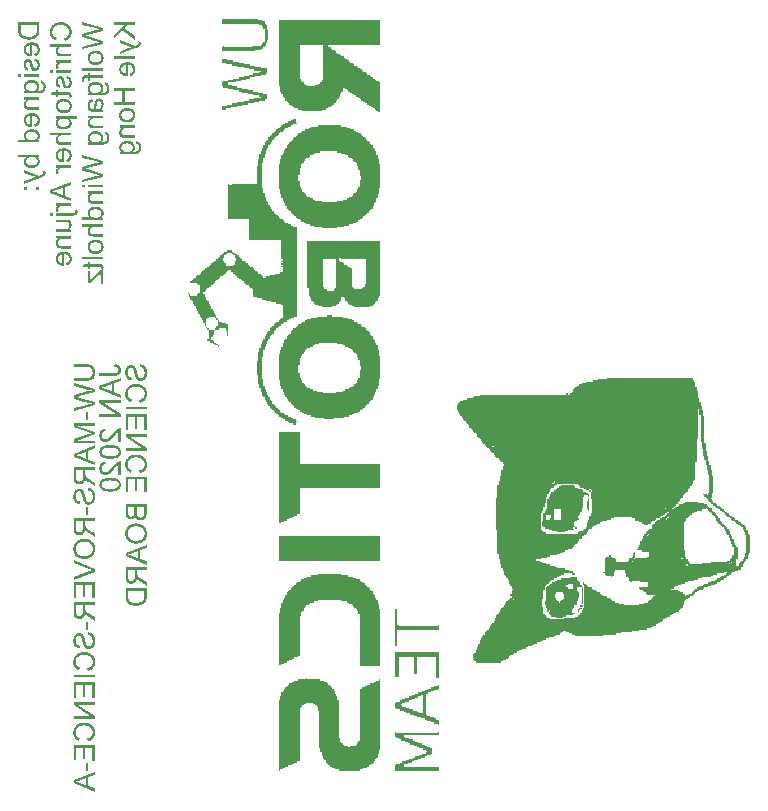
<source format=gbo>
G04*
G04 #@! TF.GenerationSoftware,Altium Limited,Altium Designer,19.1.9 (167)*
G04*
G04 Layer_Color=32896*
%FSAX25Y25*%
%MOIN*%
G70*
G01*
G75*
G36*
X0149005Y0325697D02*
X0150305D01*
Y0325263D01*
X0151172D01*
Y0324396D01*
X0151606D01*
Y0323962D01*
X0152039D01*
Y0322228D01*
X0152473D01*
Y0319193D01*
X0152039D01*
Y0317893D01*
X0151606D01*
Y0317026D01*
X0151172D01*
Y0316592D01*
X0150739D01*
Y0316159D01*
X0149872D01*
Y0315725D01*
X0148137D01*
Y0315292D01*
X0136865D01*
Y0316592D01*
X0137299D01*
Y0317026D01*
X0137732D01*
Y0316592D01*
X0146837D01*
Y0317026D01*
X0149872D01*
Y0317459D01*
X0150305D01*
Y0317893D01*
X0150739D01*
Y0318326D01*
X0151172D01*
Y0322662D01*
X0150739D01*
Y0323529D01*
X0150305D01*
Y0323962D01*
X0149438D01*
Y0324396D01*
X0136865D01*
Y0326130D01*
X0149005D01*
Y0325697D01*
D02*
G37*
G36*
X0138599Y0312257D02*
X0140767D01*
Y0311823D01*
X0142501D01*
Y0311390D01*
X0144236D01*
Y0310956D01*
X0146403D01*
Y0310523D01*
X0148137D01*
Y0310089D01*
X0149872D01*
Y0309655D01*
X0152039D01*
Y0307921D01*
X0151606D01*
Y0307488D01*
X0149872D01*
Y0307054D01*
X0148137D01*
Y0306621D01*
X0146403D01*
Y0306187D01*
X0145103D01*
Y0305753D01*
X0143368D01*
Y0305320D01*
X0141634D01*
Y0304886D01*
X0139033D01*
Y0304019D01*
X0140334D01*
Y0303586D01*
X0142068D01*
Y0303152D01*
X0143802D01*
Y0302719D01*
X0145536D01*
Y0302285D01*
X0147270D01*
Y0301852D01*
X0149005D01*
Y0301418D01*
X0150739D01*
Y0300985D01*
X0152039D01*
Y0299250D01*
X0151172D01*
Y0298817D01*
X0149438D01*
Y0298383D01*
X0147704D01*
Y0297950D01*
X0145536D01*
Y0297516D01*
X0143802D01*
Y0297082D01*
X0142068D01*
Y0296649D01*
X0139900D01*
Y0296215D01*
X0138166D01*
Y0295782D01*
X0136865D01*
Y0297082D01*
X0138599D01*
Y0297516D01*
X0140334D01*
Y0297950D01*
X0142068D01*
Y0298383D01*
X0144236D01*
Y0298817D01*
X0145970D01*
Y0299250D01*
X0147704D01*
Y0299684D01*
X0149872D01*
Y0300117D01*
X0149438D01*
Y0300551D01*
X0147270D01*
Y0300985D01*
X0145536D01*
Y0301418D01*
X0143802D01*
Y0301852D01*
X0142501D01*
Y0302285D01*
X0140767D01*
Y0302719D01*
X0139033D01*
Y0303152D01*
X0137299D01*
Y0303586D01*
X0136865D01*
Y0304886D01*
X0137299D01*
Y0305320D01*
X0139033D01*
Y0305753D01*
X0140767D01*
Y0306187D01*
X0142501D01*
Y0306621D01*
X0144236D01*
Y0307054D01*
X0145970D01*
Y0307488D01*
X0147270D01*
Y0307921D01*
X0149438D01*
Y0308355D01*
X0149872D01*
Y0308788D01*
X0147704D01*
Y0309222D01*
X0145970D01*
Y0309655D01*
X0144236D01*
Y0310089D01*
X0142068D01*
Y0310523D01*
X0140334D01*
Y0310956D01*
X0138166D01*
Y0311390D01*
X0136865D01*
Y0312690D01*
X0138599D01*
Y0312257D01*
D02*
G37*
G36*
X0189758Y0317459D02*
X0172416D01*
Y0316592D01*
X0173283D01*
Y0316159D01*
X0173717D01*
Y0315725D01*
X0174584D01*
Y0315292D01*
X0175017D01*
Y0314858D01*
X0175451D01*
Y0314424D01*
X0176318D01*
Y0313991D01*
X0176752D01*
Y0313557D01*
X0177619D01*
Y0313124D01*
X0178052D01*
Y0312690D01*
X0178486D01*
Y0312257D01*
X0179353D01*
Y0311823D01*
X0179786D01*
Y0311390D01*
X0180654D01*
Y0310956D01*
X0181087D01*
Y0310523D01*
X0181954D01*
Y0310089D01*
X0182388D01*
Y0309655D01*
X0182821D01*
Y0309222D01*
X0183688D01*
Y0308788D01*
X0184122D01*
Y0308355D01*
X0184989D01*
Y0307921D01*
X0185423D01*
Y0307488D01*
X0186290D01*
Y0307054D01*
X0186723D01*
Y0306621D01*
X0187157D01*
Y0306187D01*
X0188024D01*
Y0305753D01*
X0188457D01*
Y0305320D01*
X0189324D01*
Y0304886D01*
X0189758D01*
Y0294915D01*
X0188891D01*
Y0295348D01*
X0188457D01*
Y0295782D01*
X0188024D01*
Y0296215D01*
X0187157D01*
Y0296649D01*
X0186723D01*
Y0297082D01*
X0185856D01*
Y0297516D01*
X0185423D01*
Y0297950D01*
X0184555D01*
Y0298383D01*
X0184122D01*
Y0298817D01*
X0183255D01*
Y0299250D01*
X0182821D01*
Y0299684D01*
X0182388D01*
Y0300117D01*
X0181521D01*
Y0300551D01*
X0181087D01*
Y0300985D01*
X0180220D01*
Y0301418D01*
X0179786D01*
Y0301852D01*
X0178919D01*
Y0302285D01*
X0178486D01*
Y0302719D01*
X0178052D01*
Y0303152D01*
X0177185D01*
Y0301852D01*
X0176752D01*
Y0300985D01*
X0176318D01*
Y0300117D01*
X0175884D01*
Y0299250D01*
X0175451D01*
Y0298817D01*
X0175017D01*
Y0297950D01*
X0174150D01*
Y0297516D01*
X0173717D01*
Y0297082D01*
X0173283D01*
Y0296649D01*
X0172416D01*
Y0296215D01*
X0171549D01*
Y0295782D01*
X0170248D01*
Y0295348D01*
X0163745D01*
Y0295782D01*
X0162444D01*
Y0296215D01*
X0161144D01*
Y0296649D01*
X0160710D01*
Y0297082D01*
X0159843D01*
Y0297516D01*
X0159410D01*
Y0297950D01*
X0158976D01*
Y0298383D01*
X0158543D01*
Y0298817D01*
X0158109D01*
Y0299684D01*
X0157676D01*
Y0300117D01*
X0157242D01*
Y0300985D01*
X0156808D01*
Y0301852D01*
X0156375D01*
Y0303586D01*
X0155941D01*
Y0325697D01*
X0189758D01*
Y0317459D01*
D02*
G37*
G36*
X0161577Y0291446D02*
X0162011D01*
Y0291013D01*
X0160710D01*
Y0290579D01*
X0159843D01*
Y0290146D01*
X0158976D01*
Y0289712D01*
X0158109D01*
Y0289279D01*
X0157676D01*
Y0288845D01*
X0157242D01*
Y0288412D01*
X0156375D01*
Y0287978D01*
X0155941D01*
Y0287544D01*
X0155508D01*
Y0287111D01*
X0155074D01*
Y0286677D01*
X0154641D01*
Y0286244D01*
X0154207D01*
Y0285810D01*
X0153774D01*
Y0284943D01*
X0153340D01*
Y0284510D01*
X0152907D01*
Y0284076D01*
X0152473D01*
Y0283209D01*
X0152039D01*
Y0282342D01*
X0151606D01*
Y0281041D01*
X0151172D01*
Y0279741D01*
X0150739D01*
Y0278006D01*
X0150305D01*
Y0269769D01*
X0150739D01*
Y0268035D01*
X0151172D01*
Y0266734D01*
X0151606D01*
Y0265434D01*
X0152039D01*
Y0265000D01*
X0152473D01*
Y0264133D01*
X0152907D01*
Y0263266D01*
X0153340D01*
Y0262832D01*
X0153774D01*
Y0261965D01*
X0154207D01*
Y0261532D01*
X0154641D01*
Y0261098D01*
X0155074D01*
Y0260665D01*
X0155508D01*
Y0260231D01*
X0155941D01*
Y0259797D01*
X0156375D01*
Y0259364D01*
X0157242D01*
Y0258930D01*
X0157676D01*
Y0258497D01*
X0158109D01*
Y0258063D01*
X0158976D01*
Y0257630D01*
X0159843D01*
Y0257196D01*
X0160710D01*
Y0256763D01*
X0162011D01*
Y0226848D01*
X0161144D01*
Y0226414D01*
X0159843D01*
Y0225981D01*
X0159410D01*
Y0225547D01*
X0158543D01*
Y0225114D01*
X0157676D01*
Y0224680D01*
X0157242D01*
Y0224247D01*
X0156808D01*
Y0223813D01*
X0155941D01*
Y0223379D01*
X0155508D01*
Y0222946D01*
X0155074D01*
Y0222512D01*
X0154641D01*
Y0222079D01*
X0154207D01*
Y0221212D01*
X0153774D01*
Y0220778D01*
X0153340D01*
Y0220345D01*
X0152907D01*
Y0219478D01*
X0152473D01*
Y0218610D01*
X0152039D01*
Y0217743D01*
X0151606D01*
Y0216876D01*
X0151172D01*
Y0215576D01*
X0150739D01*
Y0213408D01*
X0150305D01*
Y0206037D01*
X0150739D01*
Y0203870D01*
X0151172D01*
Y0202569D01*
X0151606D01*
Y0201702D01*
X0152039D01*
Y0200835D01*
X0152473D01*
Y0199968D01*
X0152907D01*
Y0199101D01*
X0153340D01*
Y0198667D01*
X0153774D01*
Y0197800D01*
X0154207D01*
Y0197367D01*
X0154641D01*
Y0196933D01*
X0155074D01*
Y0196500D01*
X0155508D01*
Y0196066D01*
X0155941D01*
Y0195632D01*
X0156375D01*
Y0195199D01*
X0156808D01*
Y0194765D01*
X0157676D01*
Y0194332D01*
X0158109D01*
Y0193898D01*
X0158976D01*
Y0193465D01*
X0159843D01*
Y0193031D01*
X0160710D01*
Y0192598D01*
X0161577D01*
Y0192164D01*
X0162011D01*
Y0191730D01*
X0161577D01*
Y0190863D01*
X0160710D01*
Y0191297D01*
X0159410D01*
Y0191730D01*
X0158976D01*
Y0192164D01*
X0158109D01*
Y0192598D01*
X0157242D01*
Y0193031D01*
X0156808D01*
Y0193465D01*
X0155941D01*
Y0193898D01*
X0155508D01*
Y0194332D01*
X0155074D01*
Y0194765D01*
X0154641D01*
Y0195199D01*
X0154207D01*
Y0195632D01*
X0153774D01*
Y0196066D01*
X0153340D01*
Y0196500D01*
X0152907D01*
Y0196933D01*
X0152473D01*
Y0197800D01*
X0152039D01*
Y0198234D01*
X0151606D01*
Y0199101D01*
X0151172D01*
Y0199968D01*
X0150739D01*
Y0200401D01*
X0150305D01*
Y0201702D01*
X0149872D01*
Y0203003D01*
X0149438D01*
Y0204303D01*
X0149005D01*
Y0207338D01*
X0148571D01*
Y0212107D01*
X0149005D01*
Y0215142D01*
X0149438D01*
Y0216443D01*
X0149872D01*
Y0217743D01*
X0150305D01*
Y0218610D01*
X0150739D01*
Y0219478D01*
X0151172D01*
Y0220345D01*
X0151606D01*
Y0221212D01*
X0152039D01*
Y0221645D01*
X0152473D01*
Y0222079D01*
X0152907D01*
Y0222946D01*
X0153340D01*
Y0223379D01*
X0153774D01*
Y0223813D01*
X0154207D01*
Y0224247D01*
X0154641D01*
Y0224680D01*
X0155074D01*
Y0225114D01*
X0155941D01*
Y0225547D01*
X0156375D01*
Y0225981D01*
X0156808D01*
Y0226414D01*
X0157242D01*
Y0230750D01*
X0156808D01*
Y0231183D01*
X0155074D01*
Y0231617D01*
X0153340D01*
Y0232050D01*
X0151606D01*
Y0232484D01*
X0150305D01*
Y0232917D01*
X0148571D01*
Y0233351D01*
X0147270D01*
Y0235952D01*
X0146837D01*
Y0236386D01*
X0146403D01*
Y0236819D01*
X0145970D01*
Y0237253D01*
X0145103D01*
Y0237686D01*
X0144669D01*
Y0238120D01*
X0144236D01*
Y0238554D01*
X0143802D01*
Y0238987D01*
X0143368D01*
Y0239421D01*
X0142501D01*
Y0239854D01*
X0142068D01*
Y0240288D01*
X0141634D01*
Y0240721D01*
X0141201D01*
Y0241155D01*
X0140767D01*
Y0241588D01*
X0139900D01*
Y0242456D01*
X0139033D01*
Y0242022D01*
X0138599D01*
Y0241588D01*
X0138166D01*
Y0241155D01*
X0137732D01*
Y0240721D01*
X0137299D01*
Y0240288D01*
X0136432D01*
Y0239854D01*
X0135998D01*
Y0239421D01*
X0135565D01*
Y0238987D01*
X0135131D01*
Y0238554D01*
X0134697D01*
Y0238120D01*
X0134264D01*
Y0237686D01*
X0133830D01*
Y0237253D01*
X0133397D01*
Y0236819D01*
X0132530D01*
Y0236386D01*
X0132096D01*
Y0235952D01*
X0131663D01*
Y0235519D01*
X0131229D01*
Y0235085D01*
X0130796D01*
Y0234218D01*
X0131229D01*
Y0233351D01*
X0131663D01*
Y0232484D01*
X0132096D01*
Y0232050D01*
X0132530D01*
Y0231183D01*
X0132963D01*
Y0230316D01*
X0133397D01*
Y0229449D01*
X0133830D01*
Y0228582D01*
X0134264D01*
Y0228149D01*
X0134697D01*
Y0227281D01*
X0135131D01*
Y0226414D01*
X0135565D01*
Y0225547D01*
X0135998D01*
Y0225114D01*
X0136865D01*
Y0224680D01*
X0138166D01*
Y0224247D01*
X0139033D01*
Y0220345D01*
X0138599D01*
Y0222079D01*
X0138166D01*
Y0222946D01*
X0135998D01*
Y0222512D01*
X0134697D01*
Y0222946D01*
X0135131D01*
Y0223813D01*
X0135565D01*
Y0225547D01*
X0135131D01*
Y0226414D01*
X0134697D01*
Y0226848D01*
X0132530D01*
Y0226414D01*
X0132096D01*
Y0225981D01*
X0131663D01*
Y0223813D01*
X0131229D01*
Y0224680D01*
X0130796D01*
Y0225547D01*
X0130362D01*
Y0226414D01*
X0129929D01*
Y0226848D01*
X0129495D01*
Y0227715D01*
X0129061D01*
Y0228582D01*
X0128628D01*
Y0229449D01*
X0128194D01*
Y0230316D01*
X0127761D01*
Y0231183D01*
X0127327D01*
Y0232050D01*
X0126894D01*
Y0232484D01*
X0126460D01*
Y0233351D01*
X0126026D01*
Y0234218D01*
X0125593D01*
Y0234652D01*
X0126026D01*
Y0234218D01*
X0126460D01*
Y0233785D01*
X0128628D01*
Y0234218D01*
X0129061D01*
Y0234652D01*
X0129495D01*
Y0237253D01*
X0129061D01*
Y0237686D01*
X0128628D01*
Y0238120D01*
X0126460D01*
Y0238554D01*
X0126894D01*
Y0238987D01*
X0127327D01*
Y0239421D01*
X0127761D01*
Y0239854D01*
X0128194D01*
Y0240288D01*
X0128628D01*
Y0240721D01*
X0129495D01*
Y0241155D01*
X0129929D01*
Y0241588D01*
X0130362D01*
Y0242022D01*
X0130796D01*
Y0242456D01*
X0131229D01*
Y0242889D01*
X0132096D01*
Y0243323D01*
X0132530D01*
Y0243756D01*
X0132963D01*
Y0244190D01*
X0133397D01*
Y0244623D01*
X0133830D01*
Y0245057D01*
X0134264D01*
Y0245490D01*
X0135131D01*
Y0245924D01*
X0135565D01*
Y0246357D01*
X0135998D01*
Y0246791D01*
X0136432D01*
Y0247225D01*
X0136865D01*
Y0247658D01*
X0137299D01*
Y0248092D01*
X0137732D01*
Y0248525D01*
X0138599D01*
Y0248959D01*
X0140334D01*
Y0248525D01*
X0140767D01*
Y0248092D01*
X0141201D01*
Y0247658D01*
X0142068D01*
Y0247225D01*
X0142501D01*
Y0246791D01*
X0142935D01*
Y0246357D01*
X0143368D01*
Y0245924D01*
X0143802D01*
Y0245490D01*
X0144669D01*
Y0245057D01*
X0145103D01*
Y0244623D01*
X0145536D01*
Y0244190D01*
X0145970D01*
Y0243756D01*
X0146403D01*
Y0243323D01*
X0147270D01*
Y0242889D01*
X0147704D01*
Y0242456D01*
X0148137D01*
Y0242022D01*
X0148571D01*
Y0241588D01*
X0149005D01*
Y0241155D01*
X0149872D01*
Y0240721D01*
X0150305D01*
Y0240288D01*
X0150739D01*
Y0239854D01*
X0151606D01*
Y0240288D01*
X0152907D01*
Y0240721D01*
X0154641D01*
Y0241155D01*
X0156375D01*
Y0241588D01*
X0157242D01*
Y0243323D01*
X0156808D01*
Y0243756D01*
X0157242D01*
Y0244190D01*
X0156808D01*
Y0244623D01*
X0157242D01*
Y0245057D01*
X0156808D01*
Y0245490D01*
X0157242D01*
Y0245924D01*
X0156808D01*
Y0252427D01*
X0145970D01*
Y0259364D01*
X0139033D01*
Y0271070D01*
X0139467D01*
Y0270636D01*
X0140334D01*
Y0271070D01*
X0148571D01*
Y0277139D01*
X0149005D01*
Y0279307D01*
X0149438D01*
Y0281041D01*
X0149872D01*
Y0281908D01*
X0150305D01*
Y0283209D01*
X0150739D01*
Y0284076D01*
X0151172D01*
Y0284943D01*
X0151606D01*
Y0285377D01*
X0152039D01*
Y0285810D01*
X0152473D01*
Y0286677D01*
X0152907D01*
Y0287111D01*
X0153340D01*
Y0287544D01*
X0153774D01*
Y0287978D01*
X0154207D01*
Y0288412D01*
X0154641D01*
Y0288845D01*
X0155074D01*
Y0289279D01*
X0155508D01*
Y0289712D01*
X0156375D01*
Y0290146D01*
X0156808D01*
Y0290579D01*
X0157242D01*
Y0291013D01*
X0158109D01*
Y0291446D01*
X0158976D01*
Y0291880D01*
X0159843D01*
Y0292314D01*
X0160710D01*
Y0292747D01*
X0161577D01*
Y0291446D01*
D02*
G37*
G36*
X0176752Y0290146D02*
X0178486D01*
Y0289712D01*
X0179786D01*
Y0289279D01*
X0181087D01*
Y0288845D01*
X0181521D01*
Y0288412D01*
X0182388D01*
Y0287978D01*
X0183255D01*
Y0287544D01*
X0183688D01*
Y0287111D01*
X0184122D01*
Y0286677D01*
X0184555D01*
Y0286244D01*
X0184989D01*
Y0285810D01*
X0185423D01*
Y0285377D01*
X0185856D01*
Y0284943D01*
X0186290D01*
Y0284510D01*
X0186723D01*
Y0284076D01*
X0187157D01*
Y0283209D01*
X0187590D01*
Y0282775D01*
X0188024D01*
Y0281908D01*
X0188457D01*
Y0280608D01*
X0188891D01*
Y0279307D01*
X0189324D01*
Y0277573D01*
X0189758D01*
Y0269769D01*
X0189324D01*
Y0267601D01*
X0188891D01*
Y0266301D01*
X0188457D01*
Y0265000D01*
X0188024D01*
Y0264566D01*
X0187590D01*
Y0263699D01*
X0187157D01*
Y0262832D01*
X0186723D01*
Y0262399D01*
X0186290D01*
Y0261965D01*
X0185856D01*
Y0261532D01*
X0185423D01*
Y0261098D01*
X0184989D01*
Y0260665D01*
X0184555D01*
Y0260231D01*
X0184122D01*
Y0259797D01*
X0183688D01*
Y0259364D01*
X0182821D01*
Y0258930D01*
X0182388D01*
Y0258497D01*
X0181521D01*
Y0258063D01*
X0180654D01*
Y0257630D01*
X0179353D01*
Y0257196D01*
X0177619D01*
Y0256763D01*
X0175451D01*
Y0256329D01*
X0170248D01*
Y0256763D01*
X0167647D01*
Y0257196D01*
X0166347D01*
Y0257630D01*
X0165046D01*
Y0258063D01*
X0164179D01*
Y0258497D01*
X0163312D01*
Y0258930D01*
X0162878D01*
Y0259364D01*
X0162011D01*
Y0259797D01*
X0161577D01*
Y0260231D01*
X0161144D01*
Y0260665D01*
X0160710D01*
Y0261098D01*
X0160277D01*
Y0261532D01*
X0159843D01*
Y0261965D01*
X0159410D01*
Y0262399D01*
X0158976D01*
Y0262832D01*
X0158543D01*
Y0263699D01*
X0158109D01*
Y0264566D01*
X0157676D01*
Y0265434D01*
X0157242D01*
Y0266301D01*
X0156808D01*
Y0267601D01*
X0156375D01*
Y0269336D01*
X0155941D01*
Y0277573D01*
X0156375D01*
Y0279307D01*
X0156808D01*
Y0280608D01*
X0157242D01*
Y0281475D01*
X0157676D01*
Y0282342D01*
X0158109D01*
Y0283209D01*
X0158543D01*
Y0284076D01*
X0158976D01*
Y0284510D01*
X0159410D01*
Y0284943D01*
X0159843D01*
Y0285377D01*
X0160277D01*
Y0285810D01*
X0160710D01*
Y0286244D01*
X0161144D01*
Y0286677D01*
X0161577D01*
Y0287111D01*
X0162011D01*
Y0287544D01*
X0162444D01*
Y0287978D01*
X0163312D01*
Y0288412D01*
X0163745D01*
Y0288845D01*
X0164612D01*
Y0289279D01*
X0165913D01*
Y0289712D01*
X0166780D01*
Y0290146D01*
X0168948D01*
Y0290579D01*
X0176752D01*
Y0290146D01*
D02*
G37*
G36*
X0189758Y0233785D02*
X0189324D01*
Y0232917D01*
X0188891D01*
Y0232050D01*
X0188457D01*
Y0231617D01*
X0188024D01*
Y0231183D01*
X0187590D01*
Y0230750D01*
X0187157D01*
Y0230316D01*
X0186290D01*
Y0229883D01*
X0181087D01*
Y0230316D01*
X0180220D01*
Y0230750D01*
X0179353D01*
Y0231183D01*
X0178919D01*
Y0231617D01*
X0178486D01*
Y0232050D01*
X0178052D01*
Y0232917D01*
X0177619D01*
Y0233351D01*
X0176752D01*
Y0232050D01*
X0176318D01*
Y0231617D01*
X0175884D01*
Y0231183D01*
X0175451D01*
Y0230750D01*
X0175017D01*
Y0230316D01*
X0173717D01*
Y0229883D01*
X0170248D01*
Y0230316D01*
X0168948D01*
Y0230750D01*
X0168081D01*
Y0231183D01*
X0167647D01*
Y0231617D01*
X0167214D01*
Y0232050D01*
X0166780D01*
Y0232917D01*
X0166347D01*
Y0233785D01*
X0165913D01*
Y0236386D01*
X0165479D01*
Y0251994D01*
X0189758D01*
Y0233785D01*
D02*
G37*
G36*
X0132096Y0222946D02*
X0132530D01*
Y0222512D01*
X0134697D01*
Y0222079D01*
X0134264D01*
Y0220778D01*
X0133830D01*
Y0219911D01*
X0133397D01*
Y0219044D01*
X0133830D01*
Y0218610D01*
X0134264D01*
Y0218177D01*
X0135131D01*
Y0217743D01*
X0135565D01*
Y0217310D01*
X0135998D01*
Y0216876D01*
X0135565D01*
Y0217310D01*
X0134697D01*
Y0217743D01*
X0133830D01*
Y0218177D01*
X0132963D01*
Y0218610D01*
X0132096D01*
Y0219478D01*
X0132530D01*
Y0222512D01*
X0132096D01*
Y0222946D01*
X0131663D01*
Y0223379D01*
X0132096D01*
Y0222946D01*
D02*
G37*
G36*
X0293934Y0205550D02*
X0294359D01*
Y0205124D01*
X0294785D01*
Y0203421D01*
X0295211D01*
Y0202144D01*
X0295636D01*
Y0199590D01*
X0296062D01*
Y0198313D01*
X0296488D01*
Y0197036D01*
X0296914D01*
Y0195759D01*
X0297339D01*
Y0193630D01*
X0297765D01*
Y0184691D01*
X0298191D01*
Y0182136D01*
X0298616D01*
Y0180434D01*
X0299042D01*
Y0178731D01*
X0299468D01*
Y0177454D01*
X0299893D01*
Y0175751D01*
X0300319D01*
Y0173622D01*
X0300745D01*
Y0168088D01*
X0300319D01*
Y0166385D01*
X0299893D01*
Y0165960D01*
X0300319D01*
Y0165534D01*
X0300745D01*
Y0164683D01*
X0301596D01*
Y0164257D01*
X0302022D01*
Y0163831D01*
X0302873D01*
Y0163406D01*
X0303299D01*
Y0162980D01*
X0303725D01*
Y0162554D01*
X0304151D01*
Y0162128D01*
X0304576D01*
Y0161703D01*
X0305428D01*
Y0161277D01*
X0305853D01*
Y0160851D01*
X0306279D01*
Y0160426D01*
X0307130D01*
Y0160000D01*
X0307556D01*
Y0159574D01*
X0307982D01*
Y0159149D01*
X0308833D01*
Y0158723D01*
X0309259D01*
Y0158297D01*
X0310110D01*
Y0157871D01*
X0310536D01*
Y0157446D01*
X0311387D01*
Y0156594D01*
X0311813D01*
Y0155743D01*
X0312239D01*
Y0154466D01*
X0312665D01*
Y0154040D01*
X0313090D01*
Y0148080D01*
X0312665D01*
Y0147229D01*
X0312239D01*
Y0145952D01*
X0311813D01*
Y0145526D01*
X0311387D01*
Y0145100D01*
X0310962D01*
Y0144249D01*
X0310536D01*
Y0143398D01*
X0310110D01*
Y0142546D01*
X0308833D01*
Y0142121D01*
X0307982D01*
Y0141695D01*
X0307130D01*
Y0141269D01*
X0306705D01*
Y0140843D01*
X0305853D01*
Y0140418D01*
X0305428D01*
Y0139992D01*
X0305002D01*
Y0139566D01*
X0304151D01*
Y0139141D01*
X0303299D01*
Y0138715D01*
X0302873D01*
Y0138289D01*
X0302022D01*
Y0137864D01*
X0301171D01*
Y0137438D01*
X0299893D01*
Y0137012D01*
X0299042D01*
Y0136586D01*
X0297765D01*
Y0136161D01*
X0297339D01*
Y0135735D01*
X0296062D01*
Y0135309D01*
X0295211D01*
Y0134884D01*
X0294785D01*
Y0134458D01*
X0294359D01*
Y0134032D01*
X0293934D01*
Y0133607D01*
X0293082D01*
Y0133181D01*
X0292231D01*
Y0132755D01*
X0291805D01*
Y0132329D01*
X0291379D01*
Y0131904D01*
X0290954D01*
Y0130627D01*
X0290528D01*
Y0129775D01*
X0290102D01*
Y0129350D01*
X0289677D01*
Y0128924D01*
X0289251D01*
Y0128498D01*
X0288400D01*
Y0128072D01*
X0287548D01*
Y0127647D01*
X0287122D01*
Y0127221D01*
X0286271D01*
Y0126795D01*
X0285420D01*
Y0126370D01*
X0284568D01*
Y0125944D01*
X0284142D01*
Y0125518D01*
X0283717D01*
Y0125092D01*
X0282865D01*
Y0124667D01*
X0282440D01*
Y0124241D01*
X0281588D01*
Y0123815D01*
X0280737D01*
Y0123390D01*
X0279886D01*
Y0122964D01*
X0278608D01*
Y0122538D01*
X0276054D01*
Y0122113D01*
X0273500D01*
Y0121687D01*
X0270094D01*
Y0121261D01*
X0268392D01*
Y0120835D01*
X0264135D01*
Y0120410D01*
X0254769D01*
Y0120835D01*
X0253492D01*
Y0121261D01*
X0252641D01*
Y0121687D01*
X0251789D01*
Y0122113D01*
X0250512D01*
Y0121687D01*
X0250086D01*
Y0121261D01*
X0249661D01*
Y0120835D01*
X0248384D01*
Y0120410D01*
X0247532D01*
Y0119984D01*
X0245829D01*
Y0119558D01*
X0244978D01*
Y0119133D01*
X0244127D01*
Y0118707D01*
X0243275D01*
Y0118281D01*
X0241998D01*
Y0117856D01*
X0241147D01*
Y0117430D01*
X0240295D01*
Y0117004D01*
X0239018D01*
Y0116578D01*
X0238167D01*
Y0116153D01*
X0236890D01*
Y0115727D01*
X0236038D01*
Y0115301D01*
X0235187D01*
Y0114876D01*
X0234335D01*
Y0114450D01*
X0233910D01*
Y0114024D01*
X0233058D01*
Y0113599D01*
X0232633D01*
Y0113173D01*
X0232207D01*
Y0112747D01*
X0231781D01*
Y0112321D01*
X0230504D01*
Y0111896D01*
X0230079D01*
Y0111470D01*
X0221565D01*
Y0111896D01*
X0221139D01*
Y0112321D01*
X0220713D01*
Y0112747D01*
X0221139D01*
Y0113173D01*
X0220713D01*
Y0114450D01*
X0221139D01*
Y0114876D01*
X0221565D01*
Y0115727D01*
X0221990D01*
Y0116578D01*
X0222416D01*
Y0117856D01*
X0222842D01*
Y0119133D01*
X0223267D01*
Y0119558D01*
X0223693D01*
Y0120410D01*
X0224119D01*
Y0120835D01*
X0224544D01*
Y0121687D01*
X0224970D01*
Y0122113D01*
X0225396D01*
Y0122538D01*
X0225821D01*
Y0122964D01*
X0226247D01*
Y0123815D01*
X0226673D01*
Y0124241D01*
X0227099D01*
Y0124667D01*
X0227524D01*
Y0125518D01*
X0227950D01*
Y0126370D01*
X0228376D01*
Y0127221D01*
X0228801D01*
Y0127647D01*
X0229227D01*
Y0128498D01*
X0229653D01*
Y0128924D01*
X0230079D01*
Y0129775D01*
X0230504D01*
Y0130201D01*
X0230930D01*
Y0130627D01*
X0231356D01*
Y0131478D01*
X0231781D01*
Y0131904D01*
X0232207D01*
Y0132329D01*
X0232633D01*
Y0132755D01*
X0233058D01*
Y0133181D01*
X0233484D01*
Y0133607D01*
X0233058D01*
Y0134458D01*
X0233484D01*
Y0135735D01*
X0233910D01*
Y0136161D01*
X0233484D01*
Y0137012D01*
X0233058D01*
Y0137864D01*
X0232633D01*
Y0139141D01*
X0232207D01*
Y0139566D01*
X0231781D01*
Y0140418D01*
X0231356D01*
Y0140843D01*
X0230930D01*
Y0142121D01*
X0230504D01*
Y0142972D01*
X0230079D01*
Y0144249D01*
X0229653D01*
Y0145952D01*
X0229227D01*
Y0147655D01*
X0228801D01*
Y0155743D01*
X0228376D01*
Y0166385D01*
X0228801D01*
Y0170642D01*
X0229227D01*
Y0171920D01*
X0229653D01*
Y0173622D01*
X0230079D01*
Y0175751D01*
X0230504D01*
Y0177028D01*
X0230930D01*
Y0177879D01*
X0230504D01*
Y0178305D01*
X0230079D01*
Y0178731D01*
X0229653D01*
Y0179156D01*
X0229227D01*
Y0179582D01*
X0228376D01*
Y0180008D01*
X0227950D01*
Y0180859D01*
X0227524D01*
Y0181285D01*
X0227099D01*
Y0181711D01*
X0226673D01*
Y0182136D01*
X0226247D01*
Y0182562D01*
X0225821D01*
Y0182988D01*
X0225396D01*
Y0183414D01*
X0224970D01*
Y0183839D01*
X0224544D01*
Y0184265D01*
X0224119D01*
Y0184691D01*
X0223693D01*
Y0185542D01*
X0223267D01*
Y0185968D01*
X0222842D01*
Y0186393D01*
X0222416D01*
Y0186819D01*
X0221990D01*
Y0187671D01*
X0221565D01*
Y0188096D01*
X0221139D01*
Y0188522D01*
X0220713D01*
Y0188948D01*
X0220287D01*
Y0189373D01*
X0219862D01*
Y0189799D01*
X0219436D01*
Y0190650D01*
X0219010D01*
Y0191076D01*
X0218585D01*
Y0191502D01*
X0218159D01*
Y0191928D01*
X0217733D01*
Y0192353D01*
X0217307D01*
Y0193205D01*
X0216882D01*
Y0193630D01*
X0216456D01*
Y0194482D01*
X0216030D01*
Y0194907D01*
X0215605D01*
Y0195759D01*
X0215179D01*
Y0197462D01*
X0215605D01*
Y0197887D01*
X0216030D01*
Y0198313D01*
X0216456D01*
Y0198739D01*
X0217307D01*
Y0199164D01*
X0218585D01*
Y0199590D01*
X0220713D01*
Y0200016D01*
X0221139D01*
Y0200442D01*
X0222842D01*
Y0200867D01*
X0251789D01*
Y0201293D01*
X0252215D01*
Y0200867D01*
X0253066D01*
Y0201293D01*
X0253492D01*
Y0201719D01*
X0253918D01*
Y0202570D01*
X0254344D01*
Y0202996D01*
X0254769D01*
Y0203421D01*
X0255195D01*
Y0203847D01*
X0256046D01*
Y0204273D01*
X0256898D01*
Y0204699D01*
X0258175D01*
Y0205124D01*
X0260729D01*
Y0205550D01*
X0262432D01*
Y0205976D01*
X0265412D01*
Y0206401D01*
X0293934D01*
Y0205550D01*
D02*
G37*
G36*
X0173717Y0226848D02*
X0177185D01*
Y0226414D01*
X0178919D01*
Y0225981D01*
X0180220D01*
Y0225547D01*
X0181087D01*
Y0225114D01*
X0181954D01*
Y0224680D01*
X0182388D01*
Y0224247D01*
X0183255D01*
Y0223813D01*
X0183688D01*
Y0223379D01*
X0184555D01*
Y0222946D01*
X0184989D01*
Y0222512D01*
X0185423D01*
Y0222079D01*
X0185856D01*
Y0221645D01*
X0186290D01*
Y0220778D01*
X0186723D01*
Y0220345D01*
X0187157D01*
Y0219478D01*
X0187590D01*
Y0219044D01*
X0188024D01*
Y0218177D01*
X0188457D01*
Y0217310D01*
X0188891D01*
Y0215576D01*
X0189324D01*
Y0213841D01*
X0189758D01*
Y0206037D01*
X0189324D01*
Y0203870D01*
X0188891D01*
Y0202569D01*
X0188457D01*
Y0201702D01*
X0188024D01*
Y0200835D01*
X0187590D01*
Y0199968D01*
X0187157D01*
Y0199101D01*
X0186723D01*
Y0198667D01*
X0186290D01*
Y0198234D01*
X0185856D01*
Y0197800D01*
X0185423D01*
Y0197367D01*
X0184989D01*
Y0196933D01*
X0184555D01*
Y0196500D01*
X0184122D01*
Y0196066D01*
X0183688D01*
Y0195632D01*
X0182821D01*
Y0195199D01*
X0182388D01*
Y0194765D01*
X0181087D01*
Y0194332D01*
X0180220D01*
Y0193898D01*
X0179353D01*
Y0193465D01*
X0177619D01*
Y0193031D01*
X0174150D01*
Y0192598D01*
X0171116D01*
Y0193031D01*
X0168081D01*
Y0193465D01*
X0166780D01*
Y0193898D01*
X0165479D01*
Y0194332D01*
X0164179D01*
Y0194765D01*
X0163745D01*
Y0195199D01*
X0162878D01*
Y0195632D01*
X0162444D01*
Y0196066D01*
X0161577D01*
Y0196500D01*
X0161144D01*
Y0196933D01*
X0160710D01*
Y0197367D01*
X0160277D01*
Y0197800D01*
X0159843D01*
Y0198234D01*
X0159410D01*
Y0198667D01*
X0158976D01*
Y0199534D01*
X0158543D01*
Y0199968D01*
X0158109D01*
Y0200835D01*
X0157676D01*
Y0201702D01*
X0157242D01*
Y0202569D01*
X0156808D01*
Y0203870D01*
X0156375D01*
Y0205604D01*
X0155941D01*
Y0214275D01*
X0156375D01*
Y0215576D01*
X0156808D01*
Y0216876D01*
X0157242D01*
Y0218177D01*
X0157676D01*
Y0219044D01*
X0158109D01*
Y0219478D01*
X0158543D01*
Y0220345D01*
X0158976D01*
Y0220778D01*
X0159410D01*
Y0221212D01*
X0159843D01*
Y0222079D01*
X0160277D01*
Y0222512D01*
X0160710D01*
Y0222946D01*
X0161577D01*
Y0223379D01*
X0162011D01*
Y0223813D01*
X0162444D01*
Y0224247D01*
X0163312D01*
Y0224680D01*
X0163745D01*
Y0225114D01*
X0164612D01*
Y0225547D01*
X0165479D01*
Y0225981D01*
X0166780D01*
Y0226414D01*
X0168514D01*
Y0226848D01*
X0171983D01*
Y0227281D01*
X0173717D01*
Y0226848D01*
D02*
G37*
G36*
X0162878Y0177857D02*
X0189758D01*
Y0169620D01*
X0162878D01*
Y0160949D01*
X0162011D01*
Y0160515D01*
X0161144D01*
Y0160082D01*
X0160277D01*
Y0159648D01*
X0159410D01*
Y0159214D01*
X0158543D01*
Y0158781D01*
X0157676D01*
Y0158347D01*
X0156808D01*
Y0157914D01*
X0155941D01*
Y0188262D01*
X0162878D01*
Y0177857D01*
D02*
G37*
G36*
X0189758Y0145341D02*
X0155941D01*
Y0153578D01*
X0189758D01*
Y0145341D01*
D02*
G37*
G36*
X0195394Y0124097D02*
X0195828D01*
Y0123663D01*
X0208834D01*
Y0124097D01*
X0209268D01*
Y0122363D01*
X0195394D01*
Y0117160D01*
X0194527D01*
Y0129300D01*
X0195394D01*
Y0124097D01*
D02*
G37*
G36*
X0176752Y0140572D02*
X0178919D01*
Y0140138D01*
X0180654D01*
Y0139705D01*
X0181521D01*
Y0139271D01*
X0182821D01*
Y0138838D01*
X0183255D01*
Y0138404D01*
X0184122D01*
Y0137971D01*
X0184555D01*
Y0137537D01*
X0184989D01*
Y0137103D01*
X0185423D01*
Y0136670D01*
X0185856D01*
Y0136236D01*
X0186290D01*
Y0135803D01*
X0186723D01*
Y0135369D01*
X0187157D01*
Y0134502D01*
X0187590D01*
Y0134069D01*
X0188024D01*
Y0133202D01*
X0188457D01*
Y0132334D01*
X0188891D01*
Y0131034D01*
X0189324D01*
Y0129300D01*
X0189758D01*
Y0110223D01*
X0182821D01*
Y0127565D01*
X0182388D01*
Y0128866D01*
X0181954D01*
Y0129300D01*
X0181521D01*
Y0129733D01*
X0181087D01*
Y0130167D01*
X0180654D01*
Y0130600D01*
X0180220D01*
Y0131034D01*
X0179353D01*
Y0131467D01*
X0178486D01*
Y0131901D01*
X0176752D01*
Y0132334D01*
X0168948D01*
Y0131901D01*
X0167647D01*
Y0131467D01*
X0166347D01*
Y0131034D01*
X0165913D01*
Y0130600D01*
X0165046D01*
Y0130167D01*
X0164612D01*
Y0129733D01*
X0164179D01*
Y0128866D01*
X0163745D01*
Y0128433D01*
X0163312D01*
Y0127132D01*
X0162878D01*
Y0113692D01*
X0162444D01*
Y0113258D01*
X0161144D01*
Y0112825D01*
X0160277D01*
Y0112391D01*
X0159410D01*
Y0111958D01*
X0158543D01*
Y0111524D01*
X0157676D01*
Y0111091D01*
X0156808D01*
Y0110657D01*
X0155941D01*
Y0127999D01*
X0156375D01*
Y0129733D01*
X0156808D01*
Y0131467D01*
X0157242D01*
Y0132334D01*
X0157676D01*
Y0133202D01*
X0158109D01*
Y0134069D01*
X0158543D01*
Y0134936D01*
X0158976D01*
Y0135369D01*
X0159410D01*
Y0135803D01*
X0159843D01*
Y0136236D01*
X0160277D01*
Y0136670D01*
X0160710D01*
Y0137103D01*
X0161144D01*
Y0137537D01*
X0161577D01*
Y0137971D01*
X0162011D01*
Y0138404D01*
X0162878D01*
Y0138838D01*
X0163312D01*
Y0139271D01*
X0164179D01*
Y0139705D01*
X0165479D01*
Y0140138D01*
X0166780D01*
Y0140572D01*
X0168948D01*
Y0141005D01*
X0176752D01*
Y0140572D01*
D02*
G37*
G36*
X0209268Y0106322D02*
X0208401D01*
Y0113258D01*
X0201897D01*
Y0107622D01*
X0201030D01*
Y0113258D01*
X0195828D01*
Y0106755D01*
X0194527D01*
Y0114993D01*
X0209268D01*
Y0106322D01*
D02*
G37*
G36*
Y0102853D02*
X0208834D01*
Y0102420D01*
X0207534D01*
Y0101986D01*
X0206666D01*
Y0101553D01*
X0205799D01*
Y0101119D01*
X0204932D01*
Y0094182D01*
X0205366D01*
Y0093749D01*
X0206233D01*
Y0093315D01*
X0207534D01*
Y0092882D01*
X0208401D01*
Y0092448D01*
X0209268D01*
Y0090714D01*
X0208834D01*
Y0091148D01*
X0207534D01*
Y0091581D01*
X0206666D01*
Y0092014D01*
X0205366D01*
Y0092448D01*
X0204499D01*
Y0092882D01*
X0203198D01*
Y0093315D01*
X0201897D01*
Y0093749D01*
X0201030D01*
Y0094182D01*
X0199730D01*
Y0094616D01*
X0198429D01*
Y0095049D01*
X0197562D01*
Y0095483D01*
X0196261D01*
Y0095916D01*
X0194961D01*
Y0096350D01*
X0194527D01*
Y0098084D01*
X0194961D01*
Y0098518D01*
X0196261D01*
Y0098951D01*
X0197128D01*
Y0099385D01*
X0197995D01*
Y0099818D01*
X0199296D01*
Y0100252D01*
X0200163D01*
Y0100686D01*
X0201464D01*
Y0101119D01*
X0202331D01*
Y0101553D01*
X0203631D01*
Y0101986D01*
X0204499D01*
Y0102420D01*
X0205799D01*
Y0102853D01*
X0206666D01*
Y0103287D01*
X0207534D01*
Y0103720D01*
X0208834D01*
Y0104154D01*
X0209268D01*
Y0102853D01*
D02*
G37*
G36*
Y0087246D02*
X0197562D01*
Y0086812D01*
X0197995D01*
Y0086378D01*
X0199296D01*
Y0085945D01*
X0200597D01*
Y0085511D01*
X0201464D01*
Y0085078D01*
X0202331D01*
Y0084644D01*
X0203631D01*
Y0084211D01*
X0204499D01*
Y0083777D01*
X0205366D01*
Y0083344D01*
X0206233D01*
Y0082910D01*
X0207100D01*
Y0081176D01*
X0206666D01*
Y0080742D01*
X0205366D01*
Y0080309D01*
X0204499D01*
Y0079875D01*
X0203198D01*
Y0079442D01*
X0202331D01*
Y0079008D01*
X0201030D01*
Y0078575D01*
X0200163D01*
Y0078141D01*
X0198863D01*
Y0077707D01*
X0197562D01*
Y0076840D01*
X0209268D01*
Y0075540D01*
X0194527D01*
Y0077274D01*
X0194961D01*
Y0077707D01*
X0196261D01*
Y0078141D01*
X0197128D01*
Y0078575D01*
X0198429D01*
Y0079008D01*
X0199296D01*
Y0079442D01*
X0200597D01*
Y0079875D01*
X0201464D01*
Y0080309D01*
X0202765D01*
Y0080742D01*
X0203631D01*
Y0081176D01*
X0204932D01*
Y0081609D01*
X0205366D01*
Y0082043D01*
X0204932D01*
Y0082477D01*
X0204065D01*
Y0082910D01*
X0202765D01*
Y0083344D01*
X0201897D01*
Y0083777D01*
X0201030D01*
Y0084211D01*
X0199730D01*
Y0084644D01*
X0198863D01*
Y0085078D01*
X0197995D01*
Y0085511D01*
X0196695D01*
Y0085945D01*
X0195828D01*
Y0086378D01*
X0194961D01*
Y0086812D01*
X0194527D01*
Y0088546D01*
X0194961D01*
Y0088113D01*
X0208834D01*
Y0088546D01*
X0209268D01*
Y0087246D01*
D02*
G37*
G36*
X0165479Y0105888D02*
X0169815D01*
Y0105455D01*
X0171116D01*
Y0105021D01*
X0171983D01*
Y0104587D01*
X0172416D01*
Y0104154D01*
X0172850D01*
Y0103720D01*
X0173283D01*
Y0103287D01*
X0173717D01*
Y0102853D01*
X0174150D01*
Y0101986D01*
X0174584D01*
Y0101119D01*
X0175017D01*
Y0100252D01*
X0175451D01*
Y0098951D01*
X0175884D01*
Y0086378D01*
X0176318D01*
Y0085078D01*
X0176752D01*
Y0084644D01*
X0177185D01*
Y0084211D01*
X0177619D01*
Y0083777D01*
X0178919D01*
Y0083344D01*
X0179786D01*
Y0083777D01*
X0181521D01*
Y0084211D01*
X0181954D01*
Y0084644D01*
X0182388D01*
Y0085511D01*
X0182821D01*
Y0102853D01*
X0183688D01*
Y0103287D01*
X0184555D01*
Y0103720D01*
X0185423D01*
Y0104154D01*
X0186290D01*
Y0104587D01*
X0187590D01*
Y0105021D01*
X0188457D01*
Y0105455D01*
X0189324D01*
Y0105888D01*
X0189758D01*
Y0082477D01*
X0189324D01*
Y0081176D01*
X0188891D01*
Y0079875D01*
X0188457D01*
Y0079442D01*
X0188024D01*
Y0078575D01*
X0187590D01*
Y0078141D01*
X0187157D01*
Y0077707D01*
X0186723D01*
Y0077274D01*
X0185856D01*
Y0076840D01*
X0185423D01*
Y0076407D01*
X0184122D01*
Y0075973D01*
X0182821D01*
Y0075540D01*
X0175884D01*
Y0075973D01*
X0174584D01*
Y0076407D01*
X0173717D01*
Y0076840D01*
X0172850D01*
Y0077274D01*
X0172416D01*
Y0077707D01*
X0171983D01*
Y0078141D01*
X0171549D01*
Y0079008D01*
X0171116D01*
Y0079442D01*
X0170682D01*
Y0080309D01*
X0170248D01*
Y0081609D01*
X0169815D01*
Y0082910D01*
X0169381D01*
Y0095483D01*
X0168948D01*
Y0096784D01*
X0168514D01*
Y0097217D01*
X0168081D01*
Y0097651D01*
X0167214D01*
Y0098084D01*
X0165046D01*
Y0097651D01*
X0164179D01*
Y0097217D01*
X0163745D01*
Y0096784D01*
X0163312D01*
Y0096350D01*
X0162878D01*
Y0078575D01*
X0162011D01*
Y0078141D01*
X0161144D01*
Y0077707D01*
X0160277D01*
Y0077274D01*
X0158976D01*
Y0076840D01*
X0158109D01*
Y0076407D01*
X0157242D01*
Y0075973D01*
X0156375D01*
Y0075540D01*
X0155941D01*
Y0098951D01*
X0156375D01*
Y0100252D01*
X0156808D01*
Y0101553D01*
X0157242D01*
Y0101986D01*
X0157676D01*
Y0102853D01*
X0158109D01*
Y0103287D01*
X0158543D01*
Y0103720D01*
X0158976D01*
Y0104154D01*
X0159410D01*
Y0104587D01*
X0160277D01*
Y0105021D01*
X0161144D01*
Y0105455D01*
X0162444D01*
Y0105888D01*
X0165046D01*
Y0106322D01*
X0165479D01*
Y0105888D01*
D02*
G37*
G36*
X0101561Y0210990D02*
X0101734Y0210959D01*
X0101887Y0210939D01*
X0102030Y0210898D01*
X0102152Y0210858D01*
X0102274Y0210817D01*
X0102376Y0210776D01*
X0102468Y0210725D01*
X0102549Y0210684D01*
X0102620Y0210644D01*
X0102671Y0210603D01*
X0102712Y0210572D01*
X0102752Y0210552D01*
X0102763Y0210542D01*
X0102773Y0210532D01*
X0102865Y0210430D01*
X0102946Y0210328D01*
X0103017Y0210216D01*
X0103078Y0210094D01*
X0103170Y0209860D01*
X0103231Y0209636D01*
X0103272Y0209422D01*
X0103282Y0209341D01*
X0103292Y0209259D01*
X0103302Y0209198D01*
Y0209106D01*
X0103292Y0208883D01*
X0103261Y0208679D01*
X0103221Y0208496D01*
X0103170Y0208333D01*
X0103129Y0208201D01*
X0103088Y0208109D01*
X0103058Y0208048D01*
X0103048Y0208027D01*
X0102946Y0207865D01*
X0102824Y0207722D01*
X0102702Y0207610D01*
X0102590Y0207508D01*
X0102478Y0207437D01*
X0102396Y0207386D01*
X0102335Y0207356D01*
X0102325Y0207345D01*
X0102315D01*
X0102111Y0207274D01*
X0101897Y0207213D01*
X0101663Y0207172D01*
X0101439Y0207152D01*
X0101246Y0207132D01*
X0101164D01*
X0101083Y0207121D01*
X0101022D01*
X0100981D01*
X0100951D01*
X0100940D01*
X0096135D01*
Y0208058D01*
X0100991D01*
X0101205D01*
X0101388Y0208078D01*
X0101541Y0208088D01*
X0101663Y0208109D01*
X0101755Y0208129D01*
X0101826Y0208139D01*
X0101867Y0208160D01*
X0101877D01*
X0101979Y0208201D01*
X0102060Y0208251D01*
X0102131Y0208313D01*
X0102203Y0208363D01*
X0102243Y0208424D01*
X0102284Y0208465D01*
X0102305Y0208496D01*
X0102315Y0208506D01*
X0102366Y0208608D01*
X0102406Y0208710D01*
X0102427Y0208811D01*
X0102447Y0208903D01*
X0102457Y0208995D01*
X0102468Y0209056D01*
Y0209117D01*
X0102457Y0209280D01*
X0102417Y0209432D01*
X0102376Y0209554D01*
X0102315Y0209666D01*
X0102264Y0209748D01*
X0102213Y0209809D01*
X0102182Y0209850D01*
X0102172Y0209860D01*
X0102111Y0209911D01*
X0102040Y0209951D01*
X0101877Y0210013D01*
X0101694Y0210074D01*
X0101511Y0210104D01*
X0101338Y0210135D01*
X0101266D01*
X0101205Y0210145D01*
X0101144Y0210155D01*
X0101103D01*
X0101083D01*
X0101073D01*
X0101195Y0211000D01*
X0101388D01*
X0101561Y0210990D01*
D02*
G37*
G36*
X0109872Y0210980D02*
X0110117Y0210939D01*
X0110330Y0210878D01*
X0110524Y0210807D01*
X0110677Y0210735D01*
X0110738Y0210705D01*
X0110789Y0210684D01*
X0110829Y0210654D01*
X0110860Y0210644D01*
X0110880Y0210623D01*
X0110890D01*
X0111084Y0210471D01*
X0111257Y0210308D01*
X0111399Y0210135D01*
X0111521Y0209972D01*
X0111613Y0209829D01*
X0111674Y0209707D01*
X0111695Y0209666D01*
X0111715Y0209636D01*
X0111725Y0209615D01*
Y0209605D01*
X0111817Y0209351D01*
X0111888Y0209086D01*
X0111929Y0208822D01*
X0111969Y0208567D01*
X0111980Y0208445D01*
X0111990Y0208343D01*
Y0208251D01*
X0112000Y0208170D01*
Y0208007D01*
X0111990Y0207732D01*
X0111959Y0207478D01*
X0111908Y0207244D01*
X0111857Y0207050D01*
X0111817Y0206887D01*
X0111786Y0206816D01*
X0111766Y0206755D01*
X0111746Y0206714D01*
X0111735Y0206684D01*
X0111725Y0206663D01*
Y0206653D01*
X0111613Y0206439D01*
X0111491Y0206256D01*
X0111359Y0206093D01*
X0111237Y0205961D01*
X0111135Y0205859D01*
X0111043Y0205788D01*
X0110982Y0205737D01*
X0110972Y0205727D01*
X0110962D01*
X0110768Y0205615D01*
X0110585Y0205533D01*
X0110412Y0205482D01*
X0110249Y0205442D01*
X0110107Y0205421D01*
X0109994Y0205401D01*
X0109954D01*
X0109923D01*
X0109913D01*
X0109903D01*
X0109699Y0205411D01*
X0109506Y0205442D01*
X0109333Y0205493D01*
X0109190Y0205543D01*
X0109068Y0205605D01*
X0108976Y0205645D01*
X0108926Y0205686D01*
X0108905Y0205696D01*
X0108753Y0205818D01*
X0108610Y0205961D01*
X0108488Y0206114D01*
X0108376Y0206266D01*
X0108294Y0206399D01*
X0108233Y0206511D01*
X0108213Y0206551D01*
X0108193Y0206582D01*
X0108183Y0206602D01*
Y0206612D01*
X0108142Y0206694D01*
X0108111Y0206796D01*
X0108071Y0206908D01*
X0108030Y0207030D01*
X0107958Y0207284D01*
X0107887Y0207549D01*
X0107857Y0207671D01*
X0107826Y0207783D01*
X0107796Y0207895D01*
X0107775Y0207987D01*
X0107755Y0208058D01*
X0107745Y0208119D01*
X0107735Y0208160D01*
Y0208170D01*
X0107684Y0208374D01*
X0107643Y0208557D01*
X0107592Y0208720D01*
X0107551Y0208862D01*
X0107500Y0208995D01*
X0107460Y0209106D01*
X0107419Y0209208D01*
X0107388Y0209300D01*
X0107348Y0209371D01*
X0107317Y0209432D01*
X0107297Y0209473D01*
X0107266Y0209514D01*
X0107236Y0209565D01*
X0107226Y0209575D01*
X0107124Y0209666D01*
X0107022Y0209728D01*
X0106920Y0209778D01*
X0106818Y0209809D01*
X0106737Y0209829D01*
X0106666Y0209840D01*
X0106625D01*
X0106605D01*
X0106442Y0209819D01*
X0106299Y0209778D01*
X0106177Y0209717D01*
X0106065Y0209646D01*
X0105984Y0209585D01*
X0105912Y0209524D01*
X0105872Y0209483D01*
X0105861Y0209463D01*
X0105811Y0209381D01*
X0105760Y0209300D01*
X0105678Y0209106D01*
X0105627Y0208903D01*
X0105587Y0208699D01*
X0105566Y0208516D01*
X0105556Y0208435D01*
X0105546Y0208374D01*
Y0208231D01*
X0105556Y0207946D01*
X0105597Y0207692D01*
X0105658Y0207488D01*
X0105719Y0207315D01*
X0105780Y0207183D01*
X0105841Y0207081D01*
X0105882Y0207030D01*
X0105892Y0207009D01*
X0106035Y0206867D01*
X0106187Y0206755D01*
X0106350Y0206663D01*
X0106513Y0206602D01*
X0106666Y0206561D01*
X0106778Y0206531D01*
X0106829Y0206521D01*
X0106859Y0206511D01*
X0106879D01*
X0106890D01*
X0106818Y0205615D01*
X0106594Y0205635D01*
X0106391Y0205686D01*
X0106197Y0205737D01*
X0106035Y0205808D01*
X0105902Y0205869D01*
X0105800Y0205920D01*
X0105770Y0205941D01*
X0105739Y0205961D01*
X0105729Y0205971D01*
X0105719D01*
X0105546Y0206103D01*
X0105393Y0206246D01*
X0105261Y0206399D01*
X0105159Y0206551D01*
X0105067Y0206684D01*
X0105017Y0206785D01*
X0104996Y0206826D01*
X0104976Y0206857D01*
X0104966Y0206877D01*
Y0206887D01*
X0104884Y0207111D01*
X0104823Y0207356D01*
X0104772Y0207579D01*
X0104742Y0207793D01*
X0104721Y0207987D01*
Y0208058D01*
X0104711Y0208129D01*
Y0208262D01*
X0104721Y0208526D01*
X0104752Y0208760D01*
X0104793Y0208984D01*
X0104833Y0209178D01*
X0104874Y0209331D01*
X0104894Y0209402D01*
X0104915Y0209453D01*
X0104935Y0209493D01*
X0104945Y0209524D01*
X0104955Y0209544D01*
Y0209554D01*
X0105057Y0209758D01*
X0105169Y0209941D01*
X0105291Y0210094D01*
X0105403Y0210216D01*
X0105505Y0210308D01*
X0105587Y0210379D01*
X0105648Y0210430D01*
X0105658Y0210440D01*
X0105668D01*
X0105841Y0210542D01*
X0106014Y0210613D01*
X0106187Y0210664D01*
X0106340Y0210695D01*
X0106472Y0210715D01*
X0106574Y0210735D01*
X0106615D01*
X0106645D01*
X0106656D01*
X0106666D01*
X0106839Y0210725D01*
X0107002Y0210695D01*
X0107154Y0210654D01*
X0107287Y0210613D01*
X0107388Y0210572D01*
X0107470Y0210532D01*
X0107521Y0210501D01*
X0107541Y0210491D01*
X0107684Y0210389D01*
X0107816Y0210267D01*
X0107928Y0210145D01*
X0108020Y0210023D01*
X0108101Y0209921D01*
X0108152Y0209829D01*
X0108193Y0209768D01*
X0108203Y0209758D01*
Y0209748D01*
X0108244Y0209666D01*
X0108284Y0209575D01*
X0108356Y0209371D01*
X0108427Y0209137D01*
X0108498Y0208913D01*
X0108559Y0208710D01*
X0108580Y0208618D01*
X0108600Y0208536D01*
X0108620Y0208475D01*
X0108630Y0208424D01*
X0108641Y0208394D01*
Y0208384D01*
X0108681Y0208211D01*
X0108722Y0208048D01*
X0108763Y0207905D01*
X0108793Y0207783D01*
X0108824Y0207661D01*
X0108854Y0207559D01*
X0108875Y0207468D01*
X0108905Y0207396D01*
X0108926Y0207325D01*
X0108936Y0207274D01*
X0108966Y0207193D01*
X0108976Y0207142D01*
X0108987Y0207132D01*
X0109048Y0206979D01*
X0109119Y0206847D01*
X0109190Y0206735D01*
X0109251Y0206653D01*
X0109312Y0206582D01*
X0109353Y0206541D01*
X0109384Y0206511D01*
X0109394Y0206500D01*
X0109485Y0206429D01*
X0109587Y0206378D01*
X0109689Y0206348D01*
X0109771Y0206317D01*
X0109852Y0206307D01*
X0109913Y0206297D01*
X0109964D01*
X0109974D01*
X0110096Y0206307D01*
X0110208Y0206327D01*
X0110310Y0206358D01*
X0110392Y0206399D01*
X0110473Y0206439D01*
X0110524Y0206470D01*
X0110565Y0206490D01*
X0110575Y0206500D01*
X0110677Y0206582D01*
X0110758Y0206684D01*
X0110829Y0206785D01*
X0110901Y0206877D01*
X0110941Y0206969D01*
X0110982Y0207040D01*
X0111002Y0207091D01*
X0111012Y0207111D01*
X0111063Y0207264D01*
X0111104Y0207427D01*
X0111125Y0207590D01*
X0111145Y0207732D01*
X0111155Y0207854D01*
X0111165Y0207956D01*
Y0208048D01*
X0111155Y0208272D01*
X0111135Y0208475D01*
X0111104Y0208659D01*
X0111063Y0208822D01*
X0111023Y0208954D01*
X0110992Y0209056D01*
X0110982Y0209086D01*
X0110972Y0209117D01*
X0110962Y0209127D01*
Y0209137D01*
X0110880Y0209300D01*
X0110789Y0209453D01*
X0110697Y0209565D01*
X0110605Y0209666D01*
X0110534Y0209748D01*
X0110463Y0209799D01*
X0110422Y0209829D01*
X0110412Y0209840D01*
X0110280Y0209911D01*
X0110137Y0209982D01*
X0109984Y0210023D01*
X0109852Y0210063D01*
X0109720Y0210094D01*
X0109628Y0210114D01*
X0109587D01*
X0109557Y0210124D01*
X0109547D01*
X0109536D01*
X0109618Y0211000D01*
X0109872Y0210980D01*
D02*
G37*
G36*
X0091998Y0210990D02*
X0092182Y0210980D01*
X0092355Y0210959D01*
X0092507Y0210939D01*
X0092650Y0210919D01*
X0092782Y0210888D01*
X0092904Y0210868D01*
X0093016Y0210847D01*
X0093108Y0210817D01*
X0093189Y0210796D01*
X0093251Y0210776D01*
X0093301Y0210756D01*
X0093342Y0210746D01*
X0093362Y0210735D01*
X0093373D01*
X0093597Y0210623D01*
X0093800Y0210481D01*
X0093963Y0210338D01*
X0094106Y0210186D01*
X0094218Y0210053D01*
X0094299Y0209941D01*
X0094319Y0209901D01*
X0094340Y0209870D01*
X0094360Y0209850D01*
Y0209840D01*
X0094472Y0209585D01*
X0094554Y0209320D01*
X0094615Y0209045D01*
X0094655Y0208791D01*
X0094665Y0208679D01*
X0094676Y0208567D01*
X0094686Y0208465D01*
Y0208384D01*
X0094696Y0208313D01*
Y0208221D01*
X0094676Y0207854D01*
X0094655Y0207692D01*
X0094635Y0207539D01*
X0094604Y0207386D01*
X0094574Y0207254D01*
X0094543Y0207132D01*
X0094503Y0207020D01*
X0094462Y0206918D01*
X0094431Y0206836D01*
X0094401Y0206755D01*
X0094370Y0206694D01*
X0094340Y0206643D01*
X0094330Y0206612D01*
X0094309Y0206592D01*
Y0206582D01*
X0094156Y0206358D01*
X0093983Y0206175D01*
X0093821Y0206032D01*
X0093658Y0205910D01*
X0093515Y0205818D01*
X0093403Y0205757D01*
X0093362Y0205737D01*
X0093332Y0205717D01*
X0093312Y0205706D01*
X0093301D01*
X0093179Y0205666D01*
X0093047Y0205625D01*
X0092772Y0205564D01*
X0092487Y0205523D01*
X0092212Y0205493D01*
X0092090Y0205482D01*
X0091968Y0205472D01*
X0091866D01*
X0091774Y0205462D01*
X0091703D01*
X0091652D01*
X0091611D01*
X0091601D01*
X0087529D01*
Y0206399D01*
X0091601D01*
X0091835D01*
X0092059Y0206419D01*
X0092253Y0206439D01*
X0092436Y0206470D01*
X0092599Y0206500D01*
X0092752Y0206541D01*
X0092884Y0206572D01*
X0092996Y0206612D01*
X0093088Y0206653D01*
X0093179Y0206694D01*
X0093240Y0206735D01*
X0093301Y0206765D01*
X0093342Y0206796D01*
X0093373Y0206816D01*
X0093383Y0206826D01*
X0093393Y0206836D01*
X0093474Y0206928D01*
X0093546Y0207030D01*
X0093658Y0207254D01*
X0093739Y0207488D01*
X0093790Y0207732D01*
X0093831Y0207956D01*
X0093841Y0208048D01*
Y0208139D01*
X0093851Y0208201D01*
Y0208302D01*
X0093841Y0208516D01*
X0093810Y0208710D01*
X0093780Y0208893D01*
X0093729Y0209035D01*
X0093688Y0209157D01*
X0093658Y0209249D01*
X0093627Y0209300D01*
X0093617Y0209320D01*
X0093525Y0209463D01*
X0093413Y0209585D01*
X0093301Y0209687D01*
X0093200Y0209758D01*
X0093098Y0209819D01*
X0093027Y0209870D01*
X0092976Y0209890D01*
X0092955Y0209901D01*
X0092864Y0209931D01*
X0092772Y0209951D01*
X0092558Y0209992D01*
X0092334Y0210023D01*
X0092110Y0210043D01*
X0091917Y0210053D01*
X0091825D01*
X0091754Y0210063D01*
X0091693D01*
X0091642D01*
X0091611D01*
X0091601D01*
X0087529D01*
Y0211000D01*
X0091601D01*
X0091805D01*
X0091998Y0210990D01*
D02*
G37*
G36*
X0103180Y0205381D02*
X0101042Y0204617D01*
Y0201665D01*
X0103180Y0200840D01*
Y0199782D01*
X0096135Y0202663D01*
Y0203681D01*
X0103180Y0206368D01*
Y0205381D01*
D02*
G37*
G36*
X0108671Y0204373D02*
X0109027Y0204332D01*
X0109343Y0204281D01*
X0109496Y0204240D01*
X0109628Y0204210D01*
X0109750Y0204179D01*
X0109862Y0204139D01*
X0109964Y0204108D01*
X0110045Y0204088D01*
X0110107Y0204057D01*
X0110157Y0204047D01*
X0110188Y0204027D01*
X0110198D01*
X0110503Y0203874D01*
X0110778Y0203701D01*
X0111012Y0203518D01*
X0111104Y0203426D01*
X0111196Y0203345D01*
X0111277Y0203263D01*
X0111348Y0203182D01*
X0111410Y0203111D01*
X0111450Y0203049D01*
X0111491Y0203009D01*
X0111521Y0202968D01*
X0111532Y0202948D01*
X0111542Y0202937D01*
X0111623Y0202795D01*
X0111695Y0202652D01*
X0111807Y0202347D01*
X0111888Y0202042D01*
X0111939Y0201746D01*
X0111959Y0201604D01*
X0111980Y0201482D01*
X0111990Y0201370D01*
Y0201278D01*
X0112000Y0201197D01*
Y0201085D01*
X0111990Y0200881D01*
X0111969Y0200688D01*
X0111949Y0200504D01*
X0111908Y0200331D01*
X0111857Y0200168D01*
X0111807Y0200016D01*
X0111756Y0199873D01*
X0111695Y0199741D01*
X0111644Y0199629D01*
X0111593Y0199517D01*
X0111542Y0199435D01*
X0111491Y0199354D01*
X0111450Y0199303D01*
X0111430Y0199252D01*
X0111410Y0199232D01*
X0111399Y0199222D01*
X0111277Y0199079D01*
X0111155Y0198957D01*
X0111012Y0198845D01*
X0110870Y0198733D01*
X0110585Y0198550D01*
X0110300Y0198407D01*
X0110168Y0198346D01*
X0110045Y0198295D01*
X0109933Y0198255D01*
X0109842Y0198224D01*
X0109760Y0198194D01*
X0109699Y0198173D01*
X0109659Y0198163D01*
X0109648D01*
X0109414Y0199100D01*
X0109577Y0199140D01*
X0109730Y0199191D01*
X0109872Y0199242D01*
X0110005Y0199293D01*
X0110127Y0199354D01*
X0110229Y0199415D01*
X0110330Y0199486D01*
X0110422Y0199548D01*
X0110503Y0199598D01*
X0110565Y0199660D01*
X0110626Y0199710D01*
X0110677Y0199751D01*
X0110707Y0199792D01*
X0110738Y0199822D01*
X0110748Y0199832D01*
X0110758Y0199843D01*
X0110839Y0199944D01*
X0110901Y0200057D01*
X0111012Y0200280D01*
X0111094Y0200494D01*
X0111145Y0200708D01*
X0111186Y0200891D01*
X0111196Y0200962D01*
Y0201034D01*
X0111206Y0201095D01*
Y0201166D01*
X0111196Y0201400D01*
X0111155Y0201624D01*
X0111104Y0201828D01*
X0111043Y0202011D01*
X0110982Y0202154D01*
X0110951Y0202215D01*
X0110931Y0202266D01*
X0110911Y0202306D01*
X0110890Y0202337D01*
X0110880Y0202357D01*
Y0202367D01*
X0110738Y0202561D01*
X0110585Y0202724D01*
X0110412Y0202866D01*
X0110249Y0202978D01*
X0110107Y0203070D01*
X0109984Y0203131D01*
X0109933Y0203151D01*
X0109903Y0203172D01*
X0109883Y0203182D01*
X0109872D01*
X0109608Y0203263D01*
X0109343Y0203324D01*
X0109078Y0203375D01*
X0108834Y0203406D01*
X0108722Y0203416D01*
X0108620Y0203426D01*
X0108529D01*
X0108457Y0203436D01*
X0108396D01*
X0108345D01*
X0108315D01*
X0108305D01*
X0108040Y0203426D01*
X0107796Y0203406D01*
X0107572Y0203365D01*
X0107368Y0203324D01*
X0107195Y0203294D01*
X0107124Y0203273D01*
X0107063Y0203253D01*
X0107012Y0203243D01*
X0106981Y0203233D01*
X0106961Y0203222D01*
X0106951D01*
X0106717Y0203121D01*
X0106503Y0203009D01*
X0106330Y0202887D01*
X0106177Y0202754D01*
X0106055Y0202642D01*
X0105973Y0202551D01*
X0105922Y0202479D01*
X0105902Y0202469D01*
Y0202459D01*
X0105770Y0202245D01*
X0105668Y0202011D01*
X0105597Y0201787D01*
X0105556Y0201573D01*
X0105526Y0201380D01*
X0105515Y0201298D01*
Y0201227D01*
X0105505Y0201176D01*
Y0201095D01*
X0105515Y0200840D01*
X0105556Y0200606D01*
X0105617Y0200413D01*
X0105678Y0200240D01*
X0105749Y0200107D01*
X0105800Y0200006D01*
X0105841Y0199944D01*
X0105861Y0199924D01*
X0106014Y0199761D01*
X0106187Y0199609D01*
X0106370Y0199486D01*
X0106554Y0199385D01*
X0106717Y0199303D01*
X0106798Y0199273D01*
X0106859Y0199252D01*
X0106910Y0199232D01*
X0106951Y0199212D01*
X0106971Y0199201D01*
X0106981D01*
X0106767Y0198285D01*
X0106584Y0198346D01*
X0106421Y0198407D01*
X0106269Y0198489D01*
X0106116Y0198560D01*
X0105984Y0198642D01*
X0105861Y0198733D01*
X0105739Y0198814D01*
X0105638Y0198896D01*
X0105556Y0198977D01*
X0105475Y0199049D01*
X0105403Y0199120D01*
X0105352Y0199171D01*
X0105302Y0199222D01*
X0105271Y0199262D01*
X0105261Y0199283D01*
X0105251Y0199293D01*
X0105159Y0199435D01*
X0105067Y0199578D01*
X0104996Y0199721D01*
X0104935Y0199873D01*
X0104843Y0200179D01*
X0104782Y0200453D01*
X0104752Y0200586D01*
X0104742Y0200698D01*
X0104732Y0200810D01*
X0104721Y0200901D01*
X0104711Y0200973D01*
Y0201075D01*
X0104732Y0201410D01*
X0104782Y0201736D01*
X0104843Y0202021D01*
X0104884Y0202154D01*
X0104925Y0202276D01*
X0104966Y0202388D01*
X0105006Y0202489D01*
X0105037Y0202571D01*
X0105067Y0202652D01*
X0105098Y0202703D01*
X0105118Y0202744D01*
X0105129Y0202775D01*
X0105139Y0202785D01*
X0105312Y0203060D01*
X0105515Y0203294D01*
X0105719Y0203497D01*
X0105922Y0203670D01*
X0106106Y0203803D01*
X0106187Y0203854D01*
X0106258Y0203894D01*
X0106309Y0203935D01*
X0106350Y0203955D01*
X0106381Y0203966D01*
X0106391Y0203976D01*
X0106706Y0204118D01*
X0107032Y0204220D01*
X0107358Y0204291D01*
X0107653Y0204342D01*
X0107785Y0204363D01*
X0107918Y0204373D01*
X0108020Y0204383D01*
X0108121D01*
X0108193Y0204393D01*
X0108254D01*
X0108294D01*
X0108305D01*
X0108671Y0204373D01*
D02*
G37*
G36*
X0111878Y0195923D02*
X0104833D01*
Y0196860D01*
X0111878D01*
Y0195923D01*
D02*
G37*
G36*
X0094574Y0202713D02*
Y0201736D01*
X0089209Y0200250D01*
X0089077Y0200209D01*
X0088934Y0200179D01*
X0088792Y0200138D01*
X0088670Y0200107D01*
X0088557Y0200077D01*
X0088466Y0200057D01*
X0088405Y0200046D01*
X0088395Y0200036D01*
X0088384D01*
X0088415Y0200026D01*
X0088466Y0200016D01*
X0088578Y0199985D01*
X0088710Y0199944D01*
X0088853Y0199904D01*
X0088985Y0199873D01*
X0089097Y0199843D01*
X0089148Y0199832D01*
X0089179Y0199822D01*
X0089199Y0199812D01*
X0089209D01*
X0094574Y0198336D01*
Y0197420D01*
X0087529Y0195486D01*
Y0196432D01*
X0092059Y0197532D01*
X0092375Y0197613D01*
X0092660Y0197674D01*
X0092925Y0197736D01*
X0093149Y0197786D01*
X0093251Y0197817D01*
X0093342Y0197827D01*
X0093413Y0197847D01*
X0093474Y0197858D01*
X0093525Y0197878D01*
X0093566D01*
X0093586Y0197888D01*
X0093597D01*
X0093149Y0197959D01*
X0092711Y0198051D01*
X0092294Y0198143D01*
X0092100Y0198183D01*
X0091907Y0198234D01*
X0091734Y0198275D01*
X0091581Y0198316D01*
X0091449Y0198356D01*
X0091326Y0198387D01*
X0091235Y0198407D01*
X0091164Y0198428D01*
X0091113Y0198448D01*
X0091102D01*
X0087529Y0199446D01*
Y0200576D01*
X0092294Y0201909D01*
X0092334Y0201919D01*
X0092395Y0201940D01*
X0092477Y0201960D01*
X0092568Y0201980D01*
X0092670Y0202011D01*
X0092782Y0202031D01*
X0093006Y0202093D01*
X0093230Y0202143D01*
X0093332Y0202174D01*
X0093413Y0202194D01*
X0093495Y0202204D01*
X0093546Y0202225D01*
X0093586Y0202235D01*
X0093597D01*
X0093332Y0202286D01*
X0093067Y0202337D01*
X0092823Y0202388D01*
X0092609Y0202439D01*
X0092507Y0202459D01*
X0092416Y0202479D01*
X0092344Y0202500D01*
X0092273Y0202510D01*
X0092222Y0202520D01*
X0092182Y0202530D01*
X0092161Y0202540D01*
X0092151D01*
X0087529Y0203589D01*
Y0204556D01*
X0094574Y0202713D01*
D02*
G37*
G36*
X0103180Y0198143D02*
X0097652D01*
X0103180Y0194457D01*
Y0193490D01*
X0096135D01*
Y0194386D01*
X0101673D01*
X0096135Y0198082D01*
Y0199039D01*
X0103180D01*
Y0198143D01*
D02*
G37*
G36*
X0092456Y0192391D02*
X0091591D01*
Y0195068D01*
X0092456D01*
Y0192391D01*
D02*
G37*
G36*
X0111878Y0189001D02*
X0111043D01*
Y0193327D01*
X0108651D01*
Y0189429D01*
X0107816D01*
Y0193327D01*
X0105668D01*
Y0189164D01*
X0104833D01*
Y0194264D01*
X0111878D01*
Y0189001D01*
D02*
G37*
G36*
X0103180Y0184990D02*
X0102345D01*
Y0188461D01*
X0102172Y0188339D01*
X0102101Y0188278D01*
X0102030Y0188227D01*
X0101969Y0188176D01*
X0101928Y0188136D01*
X0101897Y0188105D01*
X0101887Y0188095D01*
X0101836Y0188044D01*
X0101785Y0187983D01*
X0101653Y0187840D01*
X0101500Y0187678D01*
X0101348Y0187505D01*
X0101215Y0187342D01*
X0101154Y0187270D01*
X0101093Y0187209D01*
X0101052Y0187158D01*
X0101022Y0187118D01*
X0101002Y0187097D01*
X0100991Y0187087D01*
X0100849Y0186924D01*
X0100716Y0186761D01*
X0100584Y0186619D01*
X0100472Y0186487D01*
X0100360Y0186364D01*
X0100258Y0186263D01*
X0100167Y0186161D01*
X0100085Y0186079D01*
X0100004Y0185998D01*
X0099943Y0185937D01*
X0099892Y0185886D01*
X0099841Y0185835D01*
X0099780Y0185784D01*
X0099760Y0185764D01*
X0099586Y0185621D01*
X0099434Y0185499D01*
X0099281Y0185397D01*
X0099159Y0185316D01*
X0099047Y0185255D01*
X0098966Y0185214D01*
X0098915Y0185194D01*
X0098894Y0185184D01*
X0098742Y0185122D01*
X0098589Y0185082D01*
X0098446Y0185041D01*
X0098324Y0185021D01*
X0098212Y0185011D01*
X0098131Y0185000D01*
X0098080D01*
X0098059D01*
X0097907Y0185011D01*
X0097764Y0185031D01*
X0097622Y0185051D01*
X0097500Y0185092D01*
X0097255Y0185194D01*
X0097062Y0185295D01*
X0096970Y0185357D01*
X0096899Y0185407D01*
X0096828Y0185458D01*
X0096777Y0185509D01*
X0096736Y0185550D01*
X0096695Y0185570D01*
X0096685Y0185591D01*
X0096675Y0185601D01*
X0096573Y0185713D01*
X0096482Y0185835D01*
X0096410Y0185967D01*
X0096349Y0186100D01*
X0096248Y0186364D01*
X0096176Y0186629D01*
X0096156Y0186741D01*
X0096135Y0186853D01*
X0096125Y0186955D01*
X0096115Y0187036D01*
X0096105Y0187108D01*
Y0187209D01*
X0096115Y0187393D01*
X0096125Y0187566D01*
X0096156Y0187729D01*
X0096186Y0187881D01*
X0096227Y0188024D01*
X0096268Y0188156D01*
X0096319Y0188278D01*
X0096370Y0188390D01*
X0096421Y0188492D01*
X0096471Y0188574D01*
X0096512Y0188645D01*
X0096553Y0188706D01*
X0096583Y0188757D01*
X0096614Y0188787D01*
X0096624Y0188808D01*
X0096634Y0188818D01*
X0096736Y0188920D01*
X0096848Y0189011D01*
X0096970Y0189103D01*
X0097092Y0189174D01*
X0097337Y0189296D01*
X0097581Y0189378D01*
X0097693Y0189408D01*
X0097805Y0189439D01*
X0097897Y0189459D01*
X0097978Y0189479D01*
X0098049Y0189490D01*
X0098100D01*
X0098131Y0189500D01*
X0098141D01*
X0098233Y0188614D01*
X0097998Y0188594D01*
X0097795Y0188553D01*
X0097612Y0188492D01*
X0097469Y0188421D01*
X0097347Y0188360D01*
X0097265Y0188299D01*
X0097215Y0188258D01*
X0097194Y0188238D01*
X0097072Y0188085D01*
X0096980Y0187922D01*
X0096909Y0187749D01*
X0096868Y0187596D01*
X0096838Y0187454D01*
X0096828Y0187331D01*
X0096818Y0187291D01*
Y0187230D01*
X0096828Y0187016D01*
X0096868Y0186822D01*
X0096930Y0186660D01*
X0096991Y0186517D01*
X0097062Y0186405D01*
X0097113Y0186334D01*
X0097154Y0186283D01*
X0097174Y0186263D01*
X0097316Y0186140D01*
X0097459Y0186049D01*
X0097601Y0185978D01*
X0097744Y0185937D01*
X0097856Y0185906D01*
X0097958Y0185896D01*
X0098019Y0185886D01*
X0098029D01*
X0098039D01*
X0098222Y0185906D01*
X0098416Y0185947D01*
X0098589Y0186018D01*
X0098752Y0186090D01*
X0098884Y0186171D01*
X0098996Y0186242D01*
X0099037Y0186263D01*
X0099067Y0186283D01*
X0099077Y0186303D01*
X0099088D01*
X0099200Y0186385D01*
X0099312Y0186487D01*
X0099434Y0186599D01*
X0099556Y0186721D01*
X0099800Y0186975D01*
X0100045Y0187230D01*
X0100157Y0187362D01*
X0100258Y0187474D01*
X0100350Y0187586D01*
X0100431Y0187678D01*
X0100493Y0187749D01*
X0100543Y0187810D01*
X0100574Y0187851D01*
X0100584Y0187861D01*
X0100798Y0188115D01*
X0101002Y0188349D01*
X0101185Y0188543D01*
X0101338Y0188696D01*
X0101470Y0188828D01*
X0101561Y0188920D01*
X0101622Y0188970D01*
X0101633Y0188991D01*
X0101643D01*
X0101816Y0189133D01*
X0101979Y0189245D01*
X0102142Y0189347D01*
X0102284Y0189429D01*
X0102406Y0189490D01*
X0102498Y0189530D01*
X0102559Y0189551D01*
X0102569Y0189561D01*
X0102579D01*
X0102691Y0189602D01*
X0102793Y0189622D01*
X0102895Y0189642D01*
X0102987Y0189653D01*
X0103068Y0189663D01*
X0103129D01*
X0103170D01*
X0103180D01*
Y0184990D01*
D02*
G37*
G36*
X0094574Y0190467D02*
X0088578D01*
X0094574Y0188431D01*
Y0187596D01*
X0088680Y0185540D01*
X0094574D01*
Y0184644D01*
X0087529D01*
Y0185896D01*
X0092436Y0187586D01*
X0092701Y0187678D01*
X0092925Y0187749D01*
X0093118Y0187820D01*
X0093281Y0187871D01*
X0093403Y0187912D01*
X0093495Y0187942D01*
X0093546Y0187952D01*
X0093566Y0187963D01*
X0093423Y0188003D01*
X0093261Y0188054D01*
X0093088Y0188115D01*
X0092914Y0188166D01*
X0092762Y0188217D01*
X0092640Y0188258D01*
X0092589Y0188278D01*
X0092558Y0188288D01*
X0092538Y0188299D01*
X0092528D01*
X0087529Y0189968D01*
Y0191363D01*
X0094574D01*
Y0190467D01*
D02*
G37*
G36*
X0111878Y0186822D02*
X0106350D01*
X0111878Y0183137D01*
Y0182170D01*
X0104833D01*
Y0183066D01*
X0110371D01*
X0104833Y0186761D01*
Y0187718D01*
X0111878D01*
Y0186822D01*
D02*
G37*
G36*
X0100065Y0184054D02*
X0100401Y0184033D01*
X0100706Y0184003D01*
X0100991Y0183952D01*
X0101256Y0183901D01*
X0101490Y0183840D01*
X0101704Y0183779D01*
X0101887Y0183718D01*
X0102050Y0183657D01*
X0102193Y0183585D01*
X0102315Y0183534D01*
X0102406Y0183484D01*
X0102488Y0183433D01*
X0102539Y0183402D01*
X0102569Y0183382D01*
X0102579Y0183371D01*
X0102702Y0183259D01*
X0102814Y0183137D01*
X0102915Y0183005D01*
X0102997Y0182873D01*
X0103068Y0182740D01*
X0103129Y0182608D01*
X0103170Y0182476D01*
X0103211Y0182353D01*
X0103241Y0182231D01*
X0103261Y0182119D01*
X0103282Y0182018D01*
X0103292Y0181936D01*
X0103302Y0181865D01*
Y0181763D01*
X0103282Y0181488D01*
X0103241Y0181234D01*
X0103170Y0181020D01*
X0103099Y0180837D01*
X0103027Y0180684D01*
X0102987Y0180633D01*
X0102956Y0180582D01*
X0102936Y0180541D01*
X0102915Y0180511D01*
X0102895Y0180501D01*
Y0180491D01*
X0102722Y0180307D01*
X0102539Y0180155D01*
X0102335Y0180022D01*
X0102152Y0179920D01*
X0101979Y0179839D01*
X0101908Y0179798D01*
X0101836Y0179778D01*
X0101785Y0179758D01*
X0101745Y0179737D01*
X0101724Y0179727D01*
X0101714D01*
X0101561Y0179676D01*
X0101409Y0179635D01*
X0101083Y0179574D01*
X0100747Y0179523D01*
X0100421Y0179493D01*
X0100279Y0179483D01*
X0100146Y0179472D01*
X0100024D01*
X0099912Y0179462D01*
X0099831D01*
X0099760D01*
X0099719D01*
X0099709D01*
X0099515D01*
X0099332Y0179472D01*
X0099169D01*
X0099006Y0179483D01*
X0098864Y0179503D01*
X0098721Y0179513D01*
X0098599Y0179523D01*
X0098487Y0179544D01*
X0098385Y0179554D01*
X0098294Y0179574D01*
X0098222Y0179585D01*
X0098161Y0179595D01*
X0098110Y0179605D01*
X0098080Y0179615D01*
X0098059Y0179625D01*
X0098049D01*
X0097825Y0179686D01*
X0097622Y0179758D01*
X0097449Y0179839D01*
X0097296Y0179900D01*
X0097164Y0179971D01*
X0097072Y0180012D01*
X0097021Y0180053D01*
X0097001Y0180063D01*
X0096848Y0180175D01*
X0096716Y0180287D01*
X0096604Y0180409D01*
X0096502Y0180521D01*
X0096431Y0180623D01*
X0096380Y0180704D01*
X0096349Y0180755D01*
X0096339Y0180765D01*
Y0180776D01*
X0096258Y0180938D01*
X0096207Y0181112D01*
X0096166Y0181274D01*
X0096135Y0181427D01*
X0096115Y0181559D01*
X0096105Y0181671D01*
Y0181763D01*
X0096125Y0182038D01*
X0096166Y0182292D01*
X0096237Y0182506D01*
X0096309Y0182689D01*
X0096390Y0182842D01*
X0096421Y0182903D01*
X0096461Y0182954D01*
X0096482Y0182995D01*
X0096502Y0183025D01*
X0096522Y0183036D01*
Y0183046D01*
X0096685Y0183229D01*
X0096879Y0183382D01*
X0097072Y0183514D01*
X0097255Y0183616D01*
X0097428Y0183697D01*
X0097500Y0183738D01*
X0097571Y0183758D01*
X0097622Y0183779D01*
X0097663Y0183799D01*
X0097683Y0183809D01*
X0097693D01*
X0097846Y0183850D01*
X0097998Y0183891D01*
X0098334Y0183952D01*
X0098670Y0184003D01*
X0098986Y0184033D01*
X0099139Y0184043D01*
X0099271Y0184054D01*
X0099393D01*
X0099505Y0184064D01*
X0099586D01*
X0099658D01*
X0099699D01*
X0099709D01*
X0100065Y0184054D01*
D02*
G37*
G36*
X0094574Y0182913D02*
X0092436Y0182150D01*
Y0179198D01*
X0094574Y0178373D01*
Y0177314D01*
X0087529Y0180195D01*
Y0181213D01*
X0094574Y0183901D01*
Y0182913D01*
D02*
G37*
G36*
X0103180Y0174036D02*
X0102345D01*
Y0177508D01*
X0102172Y0177386D01*
X0102101Y0177325D01*
X0102030Y0177274D01*
X0101969Y0177223D01*
X0101928Y0177182D01*
X0101897Y0177152D01*
X0101887Y0177141D01*
X0101836Y0177090D01*
X0101785Y0177029D01*
X0101653Y0176887D01*
X0101500Y0176724D01*
X0101348Y0176551D01*
X0101215Y0176388D01*
X0101154Y0176317D01*
X0101093Y0176256D01*
X0101052Y0176205D01*
X0101022Y0176164D01*
X0101002Y0176144D01*
X0100991Y0176134D01*
X0100849Y0175971D01*
X0100716Y0175808D01*
X0100584Y0175665D01*
X0100472Y0175533D01*
X0100360Y0175411D01*
X0100258Y0175309D01*
X0100167Y0175207D01*
X0100085Y0175126D01*
X0100004Y0175044D01*
X0099943Y0174983D01*
X0099892Y0174932D01*
X0099841Y0174881D01*
X0099780Y0174830D01*
X0099760Y0174810D01*
X0099586Y0174668D01*
X0099434Y0174545D01*
X0099281Y0174444D01*
X0099159Y0174362D01*
X0099047Y0174301D01*
X0098966Y0174260D01*
X0098915Y0174240D01*
X0098894Y0174230D01*
X0098742Y0174169D01*
X0098589Y0174128D01*
X0098446Y0174087D01*
X0098324Y0174067D01*
X0098212Y0174057D01*
X0098131Y0174047D01*
X0098080D01*
X0098059D01*
X0097907Y0174057D01*
X0097764Y0174077D01*
X0097622Y0174098D01*
X0097500Y0174138D01*
X0097255Y0174240D01*
X0097062Y0174342D01*
X0096970Y0174403D01*
X0096899Y0174454D01*
X0096828Y0174505D01*
X0096777Y0174556D01*
X0096736Y0174596D01*
X0096695Y0174617D01*
X0096685Y0174637D01*
X0096675Y0174647D01*
X0096573Y0174759D01*
X0096482Y0174881D01*
X0096410Y0175014D01*
X0096349Y0175146D01*
X0096248Y0175411D01*
X0096176Y0175675D01*
X0096156Y0175787D01*
X0096135Y0175899D01*
X0096125Y0176001D01*
X0096115Y0176083D01*
X0096105Y0176154D01*
Y0176256D01*
X0096115Y0176439D01*
X0096125Y0176612D01*
X0096156Y0176775D01*
X0096186Y0176927D01*
X0096227Y0177070D01*
X0096268Y0177202D01*
X0096319Y0177325D01*
X0096370Y0177436D01*
X0096421Y0177538D01*
X0096471Y0177620D01*
X0096512Y0177691D01*
X0096553Y0177752D01*
X0096583Y0177803D01*
X0096614Y0177834D01*
X0096624Y0177854D01*
X0096634Y0177864D01*
X0096736Y0177966D01*
X0096848Y0178058D01*
X0096970Y0178149D01*
X0097092Y0178220D01*
X0097337Y0178343D01*
X0097581Y0178424D01*
X0097693Y0178454D01*
X0097805Y0178485D01*
X0097897Y0178505D01*
X0097978Y0178526D01*
X0098049Y0178536D01*
X0098100D01*
X0098131Y0178546D01*
X0098141D01*
X0098233Y0177661D01*
X0097998Y0177640D01*
X0097795Y0177599D01*
X0097612Y0177538D01*
X0097469Y0177467D01*
X0097347Y0177406D01*
X0097265Y0177345D01*
X0097215Y0177304D01*
X0097194Y0177284D01*
X0097072Y0177131D01*
X0096980Y0176968D01*
X0096909Y0176795D01*
X0096868Y0176643D01*
X0096838Y0176500D01*
X0096828Y0176378D01*
X0096818Y0176337D01*
Y0176276D01*
X0096828Y0176062D01*
X0096868Y0175869D01*
X0096930Y0175706D01*
X0096991Y0175563D01*
X0097062Y0175451D01*
X0097113Y0175380D01*
X0097154Y0175329D01*
X0097174Y0175309D01*
X0097316Y0175187D01*
X0097459Y0175095D01*
X0097601Y0175024D01*
X0097744Y0174983D01*
X0097856Y0174953D01*
X0097958Y0174942D01*
X0098019Y0174932D01*
X0098029D01*
X0098039D01*
X0098222Y0174953D01*
X0098416Y0174993D01*
X0098589Y0175065D01*
X0098752Y0175136D01*
X0098884Y0175217D01*
X0098996Y0175289D01*
X0099037Y0175309D01*
X0099067Y0175329D01*
X0099077Y0175350D01*
X0099088D01*
X0099200Y0175431D01*
X0099312Y0175533D01*
X0099434Y0175645D01*
X0099556Y0175767D01*
X0099800Y0176022D01*
X0100045Y0176276D01*
X0100157Y0176408D01*
X0100258Y0176520D01*
X0100350Y0176632D01*
X0100431Y0176724D01*
X0100493Y0176795D01*
X0100543Y0176856D01*
X0100574Y0176897D01*
X0100584Y0176907D01*
X0100798Y0177162D01*
X0101002Y0177396D01*
X0101185Y0177589D01*
X0101338Y0177742D01*
X0101470Y0177874D01*
X0101561Y0177966D01*
X0101622Y0178017D01*
X0101633Y0178037D01*
X0101643D01*
X0101816Y0178180D01*
X0101979Y0178292D01*
X0102142Y0178393D01*
X0102284Y0178475D01*
X0102406Y0178536D01*
X0102498Y0178577D01*
X0102559Y0178597D01*
X0102569Y0178607D01*
X0102579D01*
X0102691Y0178648D01*
X0102793Y0178668D01*
X0102895Y0178689D01*
X0102987Y0178699D01*
X0103068Y0178709D01*
X0103129D01*
X0103170D01*
X0103180D01*
Y0174036D01*
D02*
G37*
G36*
X0108671Y0180857D02*
X0109027Y0180816D01*
X0109343Y0180765D01*
X0109496Y0180725D01*
X0109628Y0180694D01*
X0109750Y0180664D01*
X0109862Y0180623D01*
X0109964Y0180592D01*
X0110045Y0180572D01*
X0110107Y0180541D01*
X0110157Y0180531D01*
X0110188Y0180511D01*
X0110198D01*
X0110503Y0180358D01*
X0110778Y0180185D01*
X0111012Y0180002D01*
X0111104Y0179910D01*
X0111196Y0179829D01*
X0111277Y0179747D01*
X0111348Y0179666D01*
X0111410Y0179595D01*
X0111450Y0179534D01*
X0111491Y0179493D01*
X0111521Y0179452D01*
X0111532Y0179432D01*
X0111542Y0179422D01*
X0111623Y0179279D01*
X0111695Y0179137D01*
X0111807Y0178831D01*
X0111888Y0178526D01*
X0111939Y0178231D01*
X0111959Y0178088D01*
X0111980Y0177966D01*
X0111990Y0177854D01*
Y0177762D01*
X0112000Y0177681D01*
Y0177569D01*
X0111990Y0177365D01*
X0111969Y0177172D01*
X0111949Y0176989D01*
X0111908Y0176816D01*
X0111857Y0176653D01*
X0111807Y0176500D01*
X0111756Y0176357D01*
X0111695Y0176225D01*
X0111644Y0176113D01*
X0111593Y0176001D01*
X0111542Y0175920D01*
X0111491Y0175838D01*
X0111450Y0175787D01*
X0111430Y0175736D01*
X0111410Y0175716D01*
X0111399Y0175706D01*
X0111277Y0175563D01*
X0111155Y0175441D01*
X0111012Y0175329D01*
X0110870Y0175217D01*
X0110585Y0175034D01*
X0110300Y0174891D01*
X0110168Y0174830D01*
X0110045Y0174780D01*
X0109933Y0174739D01*
X0109842Y0174708D01*
X0109760Y0174678D01*
X0109699Y0174657D01*
X0109659Y0174647D01*
X0109648D01*
X0109414Y0175584D01*
X0109577Y0175625D01*
X0109730Y0175675D01*
X0109872Y0175726D01*
X0110005Y0175777D01*
X0110127Y0175838D01*
X0110229Y0175899D01*
X0110330Y0175971D01*
X0110422Y0176032D01*
X0110503Y0176083D01*
X0110565Y0176144D01*
X0110626Y0176195D01*
X0110677Y0176235D01*
X0110707Y0176276D01*
X0110738Y0176307D01*
X0110748Y0176317D01*
X0110758Y0176327D01*
X0110839Y0176429D01*
X0110901Y0176541D01*
X0111012Y0176765D01*
X0111094Y0176978D01*
X0111145Y0177192D01*
X0111186Y0177375D01*
X0111196Y0177447D01*
Y0177518D01*
X0111206Y0177579D01*
Y0177650D01*
X0111196Y0177884D01*
X0111155Y0178108D01*
X0111104Y0178312D01*
X0111043Y0178495D01*
X0110982Y0178638D01*
X0110951Y0178699D01*
X0110931Y0178750D01*
X0110911Y0178790D01*
X0110890Y0178821D01*
X0110880Y0178841D01*
Y0178852D01*
X0110738Y0179045D01*
X0110585Y0179208D01*
X0110412Y0179350D01*
X0110249Y0179462D01*
X0110107Y0179554D01*
X0109984Y0179615D01*
X0109933Y0179635D01*
X0109903Y0179656D01*
X0109883Y0179666D01*
X0109872D01*
X0109608Y0179747D01*
X0109343Y0179808D01*
X0109078Y0179859D01*
X0108834Y0179890D01*
X0108722Y0179900D01*
X0108620Y0179910D01*
X0108529D01*
X0108457Y0179920D01*
X0108396D01*
X0108345D01*
X0108315D01*
X0108305D01*
X0108040Y0179910D01*
X0107796Y0179890D01*
X0107572Y0179849D01*
X0107368Y0179808D01*
X0107195Y0179778D01*
X0107124Y0179758D01*
X0107063Y0179737D01*
X0107012Y0179727D01*
X0106981Y0179717D01*
X0106961Y0179707D01*
X0106951D01*
X0106717Y0179605D01*
X0106503Y0179493D01*
X0106330Y0179371D01*
X0106177Y0179238D01*
X0106055Y0179126D01*
X0105973Y0179035D01*
X0105922Y0178963D01*
X0105902Y0178953D01*
Y0178943D01*
X0105770Y0178729D01*
X0105668Y0178495D01*
X0105597Y0178271D01*
X0105556Y0178058D01*
X0105526Y0177864D01*
X0105515Y0177783D01*
Y0177711D01*
X0105505Y0177661D01*
Y0177579D01*
X0105515Y0177325D01*
X0105556Y0177090D01*
X0105617Y0176897D01*
X0105678Y0176724D01*
X0105749Y0176592D01*
X0105800Y0176490D01*
X0105841Y0176429D01*
X0105861Y0176408D01*
X0106014Y0176245D01*
X0106187Y0176093D01*
X0106370Y0175971D01*
X0106554Y0175869D01*
X0106717Y0175787D01*
X0106798Y0175757D01*
X0106859Y0175736D01*
X0106910Y0175716D01*
X0106951Y0175696D01*
X0106971Y0175686D01*
X0106981D01*
X0106767Y0174769D01*
X0106584Y0174830D01*
X0106421Y0174891D01*
X0106269Y0174973D01*
X0106116Y0175044D01*
X0105984Y0175126D01*
X0105861Y0175217D01*
X0105739Y0175299D01*
X0105638Y0175380D01*
X0105556Y0175462D01*
X0105475Y0175533D01*
X0105403Y0175604D01*
X0105352Y0175655D01*
X0105302Y0175706D01*
X0105271Y0175747D01*
X0105261Y0175767D01*
X0105251Y0175777D01*
X0105159Y0175920D01*
X0105067Y0176062D01*
X0104996Y0176205D01*
X0104935Y0176357D01*
X0104843Y0176663D01*
X0104782Y0176938D01*
X0104752Y0177070D01*
X0104742Y0177182D01*
X0104732Y0177294D01*
X0104721Y0177386D01*
X0104711Y0177457D01*
Y0177559D01*
X0104732Y0177895D01*
X0104782Y0178220D01*
X0104843Y0178505D01*
X0104884Y0178638D01*
X0104925Y0178760D01*
X0104966Y0178872D01*
X0105006Y0178974D01*
X0105037Y0179055D01*
X0105067Y0179137D01*
X0105098Y0179188D01*
X0105118Y0179228D01*
X0105129Y0179259D01*
X0105139Y0179269D01*
X0105312Y0179544D01*
X0105515Y0179778D01*
X0105719Y0179982D01*
X0105922Y0180155D01*
X0106106Y0180287D01*
X0106187Y0180338D01*
X0106258Y0180379D01*
X0106309Y0180419D01*
X0106350Y0180440D01*
X0106381Y0180450D01*
X0106391Y0180460D01*
X0106706Y0180603D01*
X0107032Y0180704D01*
X0107358Y0180776D01*
X0107653Y0180826D01*
X0107785Y0180847D01*
X0107918Y0180857D01*
X0108020Y0180867D01*
X0108121D01*
X0108193Y0180877D01*
X0108254D01*
X0108294D01*
X0108305D01*
X0108671Y0180857D01*
D02*
G37*
G36*
X0094574Y0175614D02*
X0091449D01*
Y0174413D01*
X0091459Y0174301D01*
Y0174220D01*
X0091469Y0174148D01*
X0091479Y0174098D01*
Y0174057D01*
X0091489Y0174036D01*
Y0174026D01*
X0091540Y0173863D01*
X0091571Y0173792D01*
X0091601Y0173731D01*
X0091632Y0173670D01*
X0091652Y0173629D01*
X0091662Y0173609D01*
X0091673Y0173599D01*
X0091734Y0173517D01*
X0091805Y0173436D01*
X0091958Y0173283D01*
X0092029Y0173212D01*
X0092090Y0173161D01*
X0092131Y0173130D01*
X0092141Y0173120D01*
X0092283Y0173018D01*
X0092436Y0172906D01*
X0092599Y0172794D01*
X0092752Y0172682D01*
X0092894Y0172591D01*
X0093006Y0172520D01*
X0093047Y0172489D01*
X0093077Y0172469D01*
X0093098Y0172448D01*
X0093108D01*
X0094574Y0171522D01*
Y0170361D01*
X0092660Y0171573D01*
X0092456Y0171715D01*
X0092273Y0171848D01*
X0092120Y0171980D01*
X0091978Y0172092D01*
X0091876Y0172194D01*
X0091795Y0172275D01*
X0091744Y0172326D01*
X0091724Y0172346D01*
X0091662Y0172428D01*
X0091591Y0172520D01*
X0091479Y0172703D01*
X0091438Y0172784D01*
X0091398Y0172845D01*
X0091377Y0172886D01*
X0091367Y0172906D01*
X0091337Y0172723D01*
X0091306Y0172550D01*
X0091255Y0172397D01*
X0091215Y0172245D01*
X0091164Y0172112D01*
X0091102Y0171990D01*
X0091052Y0171878D01*
X0091001Y0171776D01*
X0090940Y0171695D01*
X0090889Y0171614D01*
X0090848Y0171553D01*
X0090807Y0171502D01*
X0090777Y0171461D01*
X0090746Y0171430D01*
X0090736Y0171420D01*
X0090726Y0171410D01*
X0090624Y0171328D01*
X0090522Y0171247D01*
X0090308Y0171125D01*
X0090095Y0171044D01*
X0089891Y0170982D01*
X0089718Y0170942D01*
X0089647Y0170931D01*
X0089575D01*
X0089525Y0170921D01*
X0089484D01*
X0089464D01*
X0089453D01*
X0089240Y0170931D01*
X0089046Y0170962D01*
X0088863Y0171013D01*
X0088710Y0171064D01*
X0088578Y0171125D01*
X0088476Y0171166D01*
X0088415Y0171206D01*
X0088405Y0171217D01*
X0088395D01*
X0088232Y0171339D01*
X0088089Y0171461D01*
X0087967Y0171593D01*
X0087875Y0171715D01*
X0087804Y0171827D01*
X0087764Y0171919D01*
X0087733Y0171980D01*
X0087723Y0171990D01*
Y0172000D01*
X0087692Y0172092D01*
X0087662Y0172204D01*
X0087611Y0172428D01*
X0087580Y0172672D01*
X0087550Y0172896D01*
X0087539Y0173110D01*
Y0173202D01*
X0087529Y0173283D01*
Y0176551D01*
X0094574D01*
Y0175614D01*
D02*
G37*
G36*
X0100065Y0173100D02*
X0100401Y0173080D01*
X0100706Y0173049D01*
X0100991Y0172998D01*
X0101256Y0172947D01*
X0101490Y0172886D01*
X0101704Y0172825D01*
X0101887Y0172764D01*
X0102050Y0172703D01*
X0102193Y0172632D01*
X0102315Y0172581D01*
X0102406Y0172530D01*
X0102488Y0172479D01*
X0102539Y0172448D01*
X0102569Y0172428D01*
X0102579Y0172418D01*
X0102702Y0172306D01*
X0102814Y0172184D01*
X0102915Y0172051D01*
X0102997Y0171919D01*
X0103068Y0171787D01*
X0103129Y0171654D01*
X0103170Y0171522D01*
X0103211Y0171400D01*
X0103241Y0171278D01*
X0103261Y0171166D01*
X0103282Y0171064D01*
X0103292Y0170982D01*
X0103302Y0170911D01*
Y0170809D01*
X0103282Y0170535D01*
X0103241Y0170280D01*
X0103170Y0170066D01*
X0103099Y0169883D01*
X0103027Y0169730D01*
X0102987Y0169679D01*
X0102956Y0169629D01*
X0102936Y0169588D01*
X0102915Y0169557D01*
X0102895Y0169547D01*
Y0169537D01*
X0102722Y0169354D01*
X0102539Y0169201D01*
X0102335Y0169069D01*
X0102152Y0168967D01*
X0101979Y0168885D01*
X0101908Y0168845D01*
X0101836Y0168824D01*
X0101785Y0168804D01*
X0101745Y0168783D01*
X0101724Y0168773D01*
X0101714D01*
X0101561Y0168722D01*
X0101409Y0168682D01*
X0101083Y0168621D01*
X0100747Y0168570D01*
X0100421Y0168539D01*
X0100279Y0168529D01*
X0100146Y0168519D01*
X0100024D01*
X0099912Y0168509D01*
X0099831D01*
X0099760D01*
X0099719D01*
X0099709D01*
X0099515D01*
X0099332Y0168519D01*
X0099169D01*
X0099006Y0168529D01*
X0098864Y0168549D01*
X0098721Y0168560D01*
X0098599Y0168570D01*
X0098487Y0168590D01*
X0098385Y0168600D01*
X0098294Y0168621D01*
X0098222Y0168631D01*
X0098161Y0168641D01*
X0098110Y0168651D01*
X0098080Y0168661D01*
X0098059Y0168672D01*
X0098049D01*
X0097825Y0168733D01*
X0097622Y0168804D01*
X0097449Y0168885D01*
X0097296Y0168946D01*
X0097164Y0169018D01*
X0097072Y0169058D01*
X0097021Y0169099D01*
X0097001Y0169109D01*
X0096848Y0169221D01*
X0096716Y0169333D01*
X0096604Y0169455D01*
X0096502Y0169567D01*
X0096431Y0169669D01*
X0096380Y0169751D01*
X0096349Y0169801D01*
X0096339Y0169812D01*
Y0169822D01*
X0096258Y0169985D01*
X0096207Y0170158D01*
X0096166Y0170321D01*
X0096135Y0170473D01*
X0096115Y0170606D01*
X0096105Y0170718D01*
Y0170809D01*
X0096125Y0171084D01*
X0096166Y0171339D01*
X0096237Y0171553D01*
X0096309Y0171736D01*
X0096390Y0171888D01*
X0096421Y0171950D01*
X0096461Y0172000D01*
X0096482Y0172041D01*
X0096502Y0172072D01*
X0096522Y0172082D01*
Y0172092D01*
X0096685Y0172275D01*
X0096879Y0172428D01*
X0097072Y0172560D01*
X0097255Y0172662D01*
X0097428Y0172744D01*
X0097500Y0172784D01*
X0097571Y0172805D01*
X0097622Y0172825D01*
X0097663Y0172845D01*
X0097683Y0172855D01*
X0097693D01*
X0097846Y0172896D01*
X0097998Y0172937D01*
X0098334Y0172998D01*
X0098670Y0173049D01*
X0098986Y0173080D01*
X0099139Y0173090D01*
X0099271Y0173100D01*
X0099393D01*
X0099505Y0173110D01*
X0099586D01*
X0099658D01*
X0099699D01*
X0099709D01*
X0100065Y0173100D01*
D02*
G37*
G36*
X0111878Y0168224D02*
X0111043D01*
Y0172550D01*
X0108651D01*
Y0168651D01*
X0107816D01*
Y0172550D01*
X0105668D01*
Y0168386D01*
X0104833D01*
Y0173487D01*
X0111878D01*
Y0168224D01*
D02*
G37*
G36*
X0092568Y0169751D02*
X0092813Y0169710D01*
X0093027Y0169649D01*
X0093220Y0169578D01*
X0093373Y0169506D01*
X0093434Y0169476D01*
X0093485Y0169455D01*
X0093525Y0169425D01*
X0093556Y0169415D01*
X0093576Y0169394D01*
X0093586D01*
X0093780Y0169242D01*
X0093953Y0169079D01*
X0094095Y0168906D01*
X0094218Y0168743D01*
X0094309Y0168600D01*
X0094370Y0168478D01*
X0094391Y0168437D01*
X0094411Y0168407D01*
X0094421Y0168386D01*
Y0168376D01*
X0094513Y0168122D01*
X0094584Y0167857D01*
X0094625Y0167593D01*
X0094665Y0167338D01*
X0094676Y0167216D01*
X0094686Y0167114D01*
Y0167022D01*
X0094696Y0166941D01*
Y0166778D01*
X0094686Y0166503D01*
X0094655Y0166249D01*
X0094604Y0166015D01*
X0094554Y0165821D01*
X0094513Y0165658D01*
X0094482Y0165587D01*
X0094462Y0165526D01*
X0094441Y0165485D01*
X0094431Y0165455D01*
X0094421Y0165434D01*
Y0165424D01*
X0094309Y0165210D01*
X0094187Y0165027D01*
X0094055Y0164864D01*
X0093932Y0164732D01*
X0093831Y0164630D01*
X0093739Y0164559D01*
X0093678Y0164508D01*
X0093668Y0164498D01*
X0093658D01*
X0093464Y0164386D01*
X0093281Y0164304D01*
X0093108Y0164253D01*
X0092945Y0164213D01*
X0092803Y0164192D01*
X0092691Y0164172D01*
X0092650D01*
X0092619D01*
X0092609D01*
X0092599D01*
X0092395Y0164182D01*
X0092202Y0164213D01*
X0092029Y0164264D01*
X0091886Y0164314D01*
X0091764Y0164376D01*
X0091673Y0164416D01*
X0091622Y0164457D01*
X0091601Y0164467D01*
X0091449Y0164589D01*
X0091306Y0164732D01*
X0091184Y0164885D01*
X0091072Y0165037D01*
X0090991Y0165170D01*
X0090929Y0165282D01*
X0090909Y0165322D01*
X0090889Y0165353D01*
X0090878Y0165373D01*
Y0165383D01*
X0090838Y0165465D01*
X0090807Y0165567D01*
X0090767Y0165679D01*
X0090726Y0165801D01*
X0090655Y0166055D01*
X0090583Y0166320D01*
X0090553Y0166442D01*
X0090522Y0166554D01*
X0090492Y0166666D01*
X0090471Y0166758D01*
X0090451Y0166829D01*
X0090441Y0166890D01*
X0090431Y0166931D01*
Y0166941D01*
X0090380Y0167145D01*
X0090339Y0167328D01*
X0090288Y0167491D01*
X0090247Y0167633D01*
X0090197Y0167765D01*
X0090156Y0167877D01*
X0090115Y0167979D01*
X0090084Y0168071D01*
X0090044Y0168142D01*
X0090013Y0168203D01*
X0089993Y0168244D01*
X0089962Y0168285D01*
X0089932Y0168336D01*
X0089922Y0168346D01*
X0089820Y0168437D01*
X0089718Y0168499D01*
X0089616Y0168549D01*
X0089514Y0168580D01*
X0089433Y0168600D01*
X0089362Y0168611D01*
X0089321D01*
X0089301D01*
X0089138Y0168590D01*
X0088995Y0168549D01*
X0088873Y0168488D01*
X0088761Y0168417D01*
X0088680Y0168356D01*
X0088608Y0168295D01*
X0088568Y0168254D01*
X0088557Y0168234D01*
X0088507Y0168152D01*
X0088456Y0168071D01*
X0088374Y0167877D01*
X0088323Y0167674D01*
X0088283Y0167470D01*
X0088262Y0167287D01*
X0088252Y0167206D01*
X0088242Y0167145D01*
Y0167002D01*
X0088252Y0166717D01*
X0088293Y0166463D01*
X0088354Y0166259D01*
X0088415Y0166086D01*
X0088476Y0165954D01*
X0088537Y0165852D01*
X0088578Y0165801D01*
X0088588Y0165780D01*
X0088731Y0165638D01*
X0088883Y0165526D01*
X0089046Y0165434D01*
X0089209Y0165373D01*
X0089362Y0165332D01*
X0089474Y0165302D01*
X0089525Y0165292D01*
X0089555Y0165282D01*
X0089575D01*
X0089586D01*
X0089514Y0164386D01*
X0089290Y0164406D01*
X0089087Y0164457D01*
X0088893Y0164508D01*
X0088731Y0164579D01*
X0088598Y0164640D01*
X0088496Y0164691D01*
X0088466Y0164711D01*
X0088435Y0164732D01*
X0088425Y0164742D01*
X0088415D01*
X0088242Y0164874D01*
X0088089Y0165017D01*
X0087957Y0165170D01*
X0087855Y0165322D01*
X0087764Y0165455D01*
X0087713Y0165557D01*
X0087692Y0165597D01*
X0087672Y0165628D01*
X0087662Y0165648D01*
Y0165658D01*
X0087580Y0165882D01*
X0087519Y0166127D01*
X0087468Y0166350D01*
X0087438Y0166564D01*
X0087417Y0166758D01*
Y0166829D01*
X0087407Y0166900D01*
Y0167033D01*
X0087417Y0167297D01*
X0087448Y0167531D01*
X0087489Y0167755D01*
X0087529Y0167949D01*
X0087570Y0168102D01*
X0087590Y0168173D01*
X0087611Y0168224D01*
X0087631Y0168264D01*
X0087641Y0168295D01*
X0087651Y0168315D01*
Y0168325D01*
X0087753Y0168529D01*
X0087865Y0168712D01*
X0087987Y0168865D01*
X0088099Y0168987D01*
X0088201Y0169079D01*
X0088283Y0169150D01*
X0088344Y0169201D01*
X0088354Y0169211D01*
X0088364D01*
X0088537Y0169313D01*
X0088710Y0169384D01*
X0088883Y0169435D01*
X0089036Y0169466D01*
X0089168Y0169486D01*
X0089270Y0169506D01*
X0089311D01*
X0089341D01*
X0089351D01*
X0089362D01*
X0089535Y0169496D01*
X0089698Y0169466D01*
X0089850Y0169425D01*
X0089983Y0169384D01*
X0090084Y0169343D01*
X0090166Y0169303D01*
X0090217Y0169272D01*
X0090237Y0169262D01*
X0090380Y0169160D01*
X0090512Y0169038D01*
X0090624Y0168916D01*
X0090716Y0168794D01*
X0090797Y0168692D01*
X0090848Y0168600D01*
X0090889Y0168539D01*
X0090899Y0168529D01*
Y0168519D01*
X0090940Y0168437D01*
X0090980Y0168346D01*
X0091052Y0168142D01*
X0091123Y0167908D01*
X0091194Y0167684D01*
X0091255Y0167481D01*
X0091276Y0167389D01*
X0091296Y0167307D01*
X0091316Y0167246D01*
X0091326Y0167195D01*
X0091337Y0167165D01*
Y0167155D01*
X0091377Y0166982D01*
X0091418Y0166819D01*
X0091459Y0166676D01*
X0091489Y0166554D01*
X0091520Y0166432D01*
X0091550Y0166330D01*
X0091571Y0166238D01*
X0091601Y0166167D01*
X0091622Y0166096D01*
X0091632Y0166045D01*
X0091662Y0165964D01*
X0091673Y0165913D01*
X0091683Y0165903D01*
X0091744Y0165750D01*
X0091815Y0165618D01*
X0091886Y0165506D01*
X0091947Y0165424D01*
X0092009Y0165353D01*
X0092049Y0165312D01*
X0092080Y0165282D01*
X0092090Y0165271D01*
X0092182Y0165200D01*
X0092283Y0165149D01*
X0092385Y0165119D01*
X0092467Y0165088D01*
X0092548Y0165078D01*
X0092609Y0165068D01*
X0092660D01*
X0092670D01*
X0092792Y0165078D01*
X0092904Y0165098D01*
X0093006Y0165129D01*
X0093088Y0165170D01*
X0093169Y0165210D01*
X0093220Y0165241D01*
X0093261Y0165261D01*
X0093271Y0165271D01*
X0093373Y0165353D01*
X0093454Y0165455D01*
X0093525Y0165557D01*
X0093597Y0165648D01*
X0093637Y0165740D01*
X0093678Y0165811D01*
X0093698Y0165862D01*
X0093709Y0165882D01*
X0093760Y0166035D01*
X0093800Y0166198D01*
X0093821Y0166361D01*
X0093841Y0166503D01*
X0093851Y0166625D01*
X0093861Y0166727D01*
Y0166819D01*
X0093851Y0167043D01*
X0093831Y0167246D01*
X0093800Y0167430D01*
X0093760Y0167593D01*
X0093719Y0167725D01*
X0093688Y0167827D01*
X0093678Y0167857D01*
X0093668Y0167888D01*
X0093658Y0167898D01*
Y0167908D01*
X0093576Y0168071D01*
X0093485Y0168224D01*
X0093393Y0168336D01*
X0093301Y0168437D01*
X0093230Y0168519D01*
X0093159Y0168570D01*
X0093118Y0168600D01*
X0093108Y0168611D01*
X0092976Y0168682D01*
X0092833Y0168753D01*
X0092680Y0168794D01*
X0092548Y0168834D01*
X0092416Y0168865D01*
X0092324Y0168885D01*
X0092283D01*
X0092253Y0168895D01*
X0092243D01*
X0092233D01*
X0092314Y0169771D01*
X0092568Y0169751D01*
D02*
G37*
G36*
X0092456Y0160670D02*
X0091591D01*
Y0163347D01*
X0092456D01*
Y0160670D01*
D02*
G37*
G36*
X0111878Y0161546D02*
X0111868Y0161301D01*
X0111857Y0161088D01*
X0111837Y0160894D01*
X0111817Y0160731D01*
X0111796Y0160599D01*
X0111786Y0160497D01*
X0111766Y0160436D01*
Y0160416D01*
X0111715Y0160242D01*
X0111664Y0160100D01*
X0111603Y0159968D01*
X0111542Y0159856D01*
X0111501Y0159764D01*
X0111460Y0159693D01*
X0111430Y0159652D01*
X0111420Y0159642D01*
X0111328Y0159530D01*
X0111216Y0159428D01*
X0111104Y0159347D01*
X0111002Y0159265D01*
X0110901Y0159204D01*
X0110829Y0159163D01*
X0110778Y0159133D01*
X0110758Y0159123D01*
X0110595Y0159052D01*
X0110432Y0159001D01*
X0110280Y0158960D01*
X0110137Y0158940D01*
X0110015Y0158919D01*
X0109913Y0158909D01*
X0109852D01*
X0109842D01*
X0109832D01*
X0109608Y0158919D01*
X0109404Y0158960D01*
X0109231Y0159021D01*
X0109068Y0159082D01*
X0108946Y0159143D01*
X0108854Y0159204D01*
X0108793Y0159245D01*
X0108773Y0159255D01*
X0108610Y0159398D01*
X0108478Y0159550D01*
X0108366Y0159723D01*
X0108274Y0159876D01*
X0108203Y0160019D01*
X0108162Y0160141D01*
X0108142Y0160181D01*
X0108132Y0160212D01*
X0108121Y0160232D01*
Y0160242D01*
X0108020Y0160070D01*
X0107918Y0159917D01*
X0107806Y0159795D01*
X0107704Y0159693D01*
X0107623Y0159611D01*
X0107541Y0159550D01*
X0107500Y0159520D01*
X0107480Y0159510D01*
X0107327Y0159428D01*
X0107185Y0159367D01*
X0107042Y0159316D01*
X0106910Y0159286D01*
X0106798Y0159265D01*
X0106706Y0159255D01*
X0106656D01*
X0106635D01*
X0106462Y0159265D01*
X0106289Y0159296D01*
X0106136Y0159347D01*
X0105994Y0159398D01*
X0105872Y0159449D01*
X0105790Y0159499D01*
X0105729Y0159530D01*
X0105709Y0159540D01*
X0105556Y0159652D01*
X0105413Y0159774D01*
X0105302Y0159907D01*
X0105210Y0160029D01*
X0105139Y0160131D01*
X0105088Y0160222D01*
X0105057Y0160283D01*
X0105047Y0160293D01*
Y0160304D01*
X0104976Y0160497D01*
X0104925Y0160711D01*
X0104884Y0160925D01*
X0104864Y0161128D01*
X0104843Y0161311D01*
Y0161393D01*
X0104833Y0161464D01*
Y0164233D01*
X0111878D01*
Y0161546D01*
D02*
G37*
G36*
X0094574Y0158665D02*
X0091449D01*
Y0157463D01*
X0091459Y0157351D01*
Y0157270D01*
X0091469Y0157199D01*
X0091479Y0157148D01*
Y0157107D01*
X0091489Y0157087D01*
Y0157077D01*
X0091540Y0156914D01*
X0091571Y0156842D01*
X0091601Y0156781D01*
X0091632Y0156720D01*
X0091652Y0156679D01*
X0091662Y0156659D01*
X0091673Y0156649D01*
X0091734Y0156568D01*
X0091805Y0156486D01*
X0091958Y0156333D01*
X0092029Y0156262D01*
X0092090Y0156211D01*
X0092131Y0156181D01*
X0092141Y0156170D01*
X0092283Y0156069D01*
X0092436Y0155957D01*
X0092599Y0155845D01*
X0092752Y0155733D01*
X0092894Y0155641D01*
X0093006Y0155570D01*
X0093047Y0155539D01*
X0093077Y0155519D01*
X0093098Y0155499D01*
X0093108D01*
X0094574Y0154572D01*
Y0153412D01*
X0092660Y0154623D01*
X0092456Y0154766D01*
X0092273Y0154898D01*
X0092120Y0155030D01*
X0091978Y0155142D01*
X0091876Y0155244D01*
X0091795Y0155326D01*
X0091744Y0155377D01*
X0091724Y0155397D01*
X0091662Y0155478D01*
X0091591Y0155570D01*
X0091479Y0155753D01*
X0091438Y0155835D01*
X0091398Y0155896D01*
X0091377Y0155936D01*
X0091367Y0155957D01*
X0091337Y0155773D01*
X0091306Y0155600D01*
X0091255Y0155448D01*
X0091215Y0155295D01*
X0091164Y0155163D01*
X0091102Y0155041D01*
X0091052Y0154929D01*
X0091001Y0154827D01*
X0090940Y0154745D01*
X0090889Y0154664D01*
X0090848Y0154603D01*
X0090807Y0154552D01*
X0090777Y0154511D01*
X0090746Y0154481D01*
X0090736Y0154471D01*
X0090726Y0154460D01*
X0090624Y0154379D01*
X0090522Y0154297D01*
X0090308Y0154175D01*
X0090095Y0154094D01*
X0089891Y0154033D01*
X0089718Y0153992D01*
X0089647Y0153982D01*
X0089575D01*
X0089525Y0153972D01*
X0089484D01*
X0089464D01*
X0089453D01*
X0089240Y0153982D01*
X0089046Y0154012D01*
X0088863Y0154063D01*
X0088710Y0154114D01*
X0088578Y0154175D01*
X0088476Y0154216D01*
X0088415Y0154257D01*
X0088405Y0154267D01*
X0088395D01*
X0088232Y0154389D01*
X0088089Y0154511D01*
X0087967Y0154643D01*
X0087875Y0154766D01*
X0087804Y0154878D01*
X0087764Y0154969D01*
X0087733Y0155030D01*
X0087723Y0155041D01*
Y0155051D01*
X0087692Y0155142D01*
X0087662Y0155254D01*
X0087611Y0155478D01*
X0087580Y0155723D01*
X0087550Y0155947D01*
X0087539Y0156160D01*
Y0156252D01*
X0087529Y0156333D01*
Y0159601D01*
X0094574D01*
Y0158665D01*
D02*
G37*
G36*
X0108803Y0157891D02*
X0109119Y0157850D01*
X0109424Y0157789D01*
X0109557Y0157748D01*
X0109689Y0157708D01*
X0109801Y0157677D01*
X0109903Y0157636D01*
X0109994Y0157606D01*
X0110076Y0157575D01*
X0110137Y0157555D01*
X0110178Y0157535D01*
X0110208Y0157514D01*
X0110219D01*
X0110514Y0157341D01*
X0110768Y0157158D01*
X0110992Y0156954D01*
X0111175Y0156761D01*
X0111328Y0156588D01*
X0111389Y0156517D01*
X0111430Y0156456D01*
X0111471Y0156395D01*
X0111501Y0156354D01*
X0111511Y0156333D01*
X0111521Y0156323D01*
X0111603Y0156170D01*
X0111674Y0156018D01*
X0111796Y0155712D01*
X0111878Y0155417D01*
X0111939Y0155142D01*
X0111959Y0155010D01*
X0111969Y0154898D01*
X0111990Y0154796D01*
Y0154705D01*
X0112000Y0154643D01*
Y0154542D01*
X0111980Y0154206D01*
X0111929Y0153890D01*
X0111868Y0153595D01*
X0111827Y0153463D01*
X0111786Y0153340D01*
X0111746Y0153228D01*
X0111705Y0153127D01*
X0111674Y0153045D01*
X0111644Y0152974D01*
X0111613Y0152913D01*
X0111593Y0152862D01*
X0111572Y0152842D01*
Y0152831D01*
X0111389Y0152546D01*
X0111186Y0152302D01*
X0110972Y0152099D01*
X0110768Y0151926D01*
X0110575Y0151783D01*
X0110503Y0151732D01*
X0110432Y0151691D01*
X0110371Y0151651D01*
X0110330Y0151630D01*
X0110300Y0151610D01*
X0110290D01*
X0110127Y0151528D01*
X0109964Y0151467D01*
X0109638Y0151355D01*
X0109312Y0151274D01*
X0109017Y0151223D01*
X0108885Y0151213D01*
X0108763Y0151192D01*
X0108651Y0151182D01*
X0108559D01*
X0108478Y0151172D01*
X0108427D01*
X0108386D01*
X0108376D01*
X0107989Y0151192D01*
X0107633Y0151233D01*
X0107470Y0151264D01*
X0107307Y0151304D01*
X0107165Y0151345D01*
X0107032Y0151376D01*
X0106910Y0151417D01*
X0106798Y0151457D01*
X0106706Y0151488D01*
X0106625Y0151528D01*
X0106564Y0151549D01*
X0106523Y0151569D01*
X0106493Y0151590D01*
X0106482D01*
X0106187Y0151752D01*
X0105922Y0151946D01*
X0105699Y0152149D01*
X0105515Y0152333D01*
X0105373Y0152506D01*
X0105312Y0152587D01*
X0105261Y0152648D01*
X0105230Y0152709D01*
X0105200Y0152750D01*
X0105190Y0152770D01*
X0105179Y0152781D01*
X0105098Y0152933D01*
X0105027Y0153086D01*
X0104904Y0153381D01*
X0104823Y0153687D01*
X0104772Y0153951D01*
X0104752Y0154073D01*
X0104732Y0154196D01*
X0104721Y0154287D01*
Y0154379D01*
X0104711Y0154450D01*
Y0154542D01*
X0104721Y0154817D01*
X0104752Y0155071D01*
X0104803Y0155315D01*
X0104864Y0155550D01*
X0104945Y0155763D01*
X0105027Y0155967D01*
X0105118Y0156150D01*
X0105210Y0156313D01*
X0105302Y0156466D01*
X0105393Y0156598D01*
X0105475Y0156710D01*
X0105556Y0156802D01*
X0105617Y0156873D01*
X0105668Y0156934D01*
X0105699Y0156965D01*
X0105709Y0156975D01*
X0105902Y0157138D01*
X0106106Y0157280D01*
X0106330Y0157413D01*
X0106554Y0157514D01*
X0106788Y0157606D01*
X0107012Y0157687D01*
X0107236Y0157748D01*
X0107449Y0157789D01*
X0107653Y0157830D01*
X0107847Y0157860D01*
X0108020Y0157881D01*
X0108162Y0157901D01*
X0108284D01*
X0108376Y0157911D01*
X0108437D01*
X0108447D01*
X0108457D01*
X0108803Y0157891D01*
D02*
G37*
G36*
X0091500Y0152770D02*
X0091815Y0152730D01*
X0092120Y0152669D01*
X0092253Y0152628D01*
X0092385Y0152587D01*
X0092497Y0152557D01*
X0092599Y0152516D01*
X0092691Y0152485D01*
X0092772Y0152455D01*
X0092833Y0152435D01*
X0092874Y0152414D01*
X0092904Y0152394D01*
X0092914D01*
X0093210Y0152221D01*
X0093464Y0152037D01*
X0093688Y0151834D01*
X0093871Y0151640D01*
X0094024Y0151467D01*
X0094085Y0151396D01*
X0094126Y0151335D01*
X0094167Y0151274D01*
X0094197Y0151233D01*
X0094207Y0151213D01*
X0094218Y0151203D01*
X0094299Y0151050D01*
X0094370Y0150897D01*
X0094492Y0150592D01*
X0094574Y0150297D01*
X0094635Y0150022D01*
X0094655Y0149890D01*
X0094665Y0149777D01*
X0094686Y0149676D01*
Y0149584D01*
X0094696Y0149523D01*
Y0149421D01*
X0094676Y0149085D01*
X0094625Y0148770D01*
X0094564Y0148474D01*
X0094523Y0148342D01*
X0094482Y0148220D01*
X0094441Y0148108D01*
X0094401Y0148006D01*
X0094370Y0147925D01*
X0094340Y0147854D01*
X0094309Y0147792D01*
X0094289Y0147741D01*
X0094269Y0147721D01*
Y0147711D01*
X0094085Y0147426D01*
X0093882Y0147182D01*
X0093668Y0146978D01*
X0093464Y0146805D01*
X0093271Y0146662D01*
X0093200Y0146611D01*
X0093128Y0146571D01*
X0093067Y0146530D01*
X0093027Y0146510D01*
X0092996Y0146489D01*
X0092986D01*
X0092823Y0146408D01*
X0092660Y0146347D01*
X0092334Y0146235D01*
X0092009Y0146153D01*
X0091713Y0146102D01*
X0091581Y0146092D01*
X0091459Y0146072D01*
X0091347Y0146062D01*
X0091255D01*
X0091174Y0146052D01*
X0091123D01*
X0091082D01*
X0091072D01*
X0090685Y0146072D01*
X0090329Y0146113D01*
X0090166Y0146143D01*
X0090003Y0146184D01*
X0089860Y0146225D01*
X0089728Y0146255D01*
X0089606Y0146296D01*
X0089494Y0146337D01*
X0089402Y0146367D01*
X0089321Y0146408D01*
X0089260Y0146428D01*
X0089219Y0146449D01*
X0089189Y0146469D01*
X0089179D01*
X0088883Y0146632D01*
X0088619Y0146825D01*
X0088395Y0147029D01*
X0088211Y0147212D01*
X0088069Y0147385D01*
X0088008Y0147467D01*
X0087957Y0147528D01*
X0087926Y0147589D01*
X0087896Y0147629D01*
X0087886Y0147650D01*
X0087875Y0147660D01*
X0087794Y0147813D01*
X0087723Y0147965D01*
X0087601Y0148261D01*
X0087519Y0148566D01*
X0087468Y0148831D01*
X0087448Y0148953D01*
X0087428Y0149075D01*
X0087417Y0149167D01*
Y0149258D01*
X0087407Y0149330D01*
Y0149421D01*
X0087417Y0149696D01*
X0087448Y0149951D01*
X0087499Y0150195D01*
X0087560Y0150429D01*
X0087641Y0150643D01*
X0087723Y0150846D01*
X0087814Y0151030D01*
X0087906Y0151192D01*
X0087998Y0151345D01*
X0088089Y0151478D01*
X0088171Y0151590D01*
X0088252Y0151681D01*
X0088313Y0151752D01*
X0088364Y0151813D01*
X0088395Y0151844D01*
X0088405Y0151854D01*
X0088598Y0152017D01*
X0088802Y0152160D01*
X0089026Y0152292D01*
X0089250Y0152394D01*
X0089484Y0152485D01*
X0089708Y0152567D01*
X0089932Y0152628D01*
X0090146Y0152669D01*
X0090349Y0152709D01*
X0090543Y0152740D01*
X0090716Y0152760D01*
X0090858Y0152781D01*
X0090980D01*
X0091072Y0152791D01*
X0091133D01*
X0091143D01*
X0091153D01*
X0091500Y0152770D01*
D02*
G37*
G36*
X0111878Y0149757D02*
X0109740Y0148994D01*
Y0146041D01*
X0111878Y0145217D01*
Y0144158D01*
X0104833Y0147039D01*
Y0148057D01*
X0111878Y0150745D01*
Y0149757D01*
D02*
G37*
G36*
X0094574Y0142855D02*
Y0141878D01*
X0087529Y0139129D01*
Y0140076D01*
X0092650Y0141990D01*
X0092864Y0142071D01*
X0093067Y0142142D01*
X0093261Y0142204D01*
X0093434Y0142254D01*
X0093586Y0142305D01*
X0093698Y0142336D01*
X0093739Y0142346D01*
X0093770Y0142356D01*
X0093790Y0142366D01*
X0093800D01*
X0093393Y0142489D01*
X0093200Y0142550D01*
X0093027Y0142611D01*
X0092874Y0142662D01*
X0092813Y0142682D01*
X0092752Y0142692D01*
X0092711Y0142713D01*
X0092680Y0142723D01*
X0092660Y0142733D01*
X0092650D01*
X0087529Y0144565D01*
Y0145583D01*
X0094574Y0142855D01*
D02*
G37*
G36*
X0111878Y0142458D02*
X0108753D01*
Y0141257D01*
X0108763Y0141145D01*
Y0141063D01*
X0108773Y0140992D01*
X0108783Y0140941D01*
Y0140901D01*
X0108793Y0140880D01*
Y0140870D01*
X0108844Y0140707D01*
X0108875Y0140636D01*
X0108905Y0140575D01*
X0108936Y0140514D01*
X0108956Y0140473D01*
X0108966Y0140453D01*
X0108976Y0140442D01*
X0109038Y0140361D01*
X0109109Y0140279D01*
X0109262Y0140127D01*
X0109333Y0140056D01*
X0109394Y0140005D01*
X0109435Y0139974D01*
X0109445Y0139964D01*
X0109587Y0139862D01*
X0109740Y0139750D01*
X0109903Y0139638D01*
X0110056Y0139526D01*
X0110198Y0139435D01*
X0110310Y0139363D01*
X0110351Y0139333D01*
X0110381Y0139312D01*
X0110402Y0139292D01*
X0110412D01*
X0111878Y0138366D01*
Y0137205D01*
X0109964Y0138417D01*
X0109760Y0138559D01*
X0109577Y0138691D01*
X0109424Y0138824D01*
X0109282Y0138936D01*
X0109180Y0139038D01*
X0109099Y0139119D01*
X0109048Y0139170D01*
X0109027Y0139190D01*
X0108966Y0139272D01*
X0108895Y0139363D01*
X0108783Y0139547D01*
X0108742Y0139628D01*
X0108702Y0139689D01*
X0108681Y0139730D01*
X0108671Y0139750D01*
X0108641Y0139567D01*
X0108610Y0139394D01*
X0108559Y0139241D01*
X0108518Y0139088D01*
X0108467Y0138956D01*
X0108406Y0138834D01*
X0108356Y0138722D01*
X0108305Y0138620D01*
X0108244Y0138539D01*
X0108193Y0138457D01*
X0108152Y0138396D01*
X0108111Y0138345D01*
X0108081Y0138305D01*
X0108050Y0138274D01*
X0108040Y0138264D01*
X0108030Y0138254D01*
X0107928Y0138172D01*
X0107826Y0138091D01*
X0107612Y0137969D01*
X0107399Y0137887D01*
X0107195Y0137826D01*
X0107022Y0137785D01*
X0106951Y0137775D01*
X0106879D01*
X0106829Y0137765D01*
X0106788D01*
X0106767D01*
X0106757D01*
X0106544Y0137775D01*
X0106350Y0137806D01*
X0106167Y0137857D01*
X0106014Y0137908D01*
X0105882Y0137969D01*
X0105780Y0138009D01*
X0105719Y0138050D01*
X0105709Y0138060D01*
X0105699D01*
X0105536Y0138182D01*
X0105393Y0138305D01*
X0105271Y0138437D01*
X0105179Y0138559D01*
X0105108Y0138671D01*
X0105067Y0138763D01*
X0105037Y0138824D01*
X0105027Y0138834D01*
Y0138844D01*
X0104996Y0138936D01*
X0104966Y0139048D01*
X0104915Y0139272D01*
X0104884Y0139516D01*
X0104854Y0139740D01*
X0104843Y0139954D01*
Y0140045D01*
X0104833Y0140127D01*
Y0143395D01*
X0111878D01*
Y0142458D01*
D02*
G37*
G36*
X0094574Y0133011D02*
X0093739D01*
Y0137338D01*
X0091347D01*
Y0133439D01*
X0090512D01*
Y0137338D01*
X0088364D01*
Y0133174D01*
X0087529D01*
Y0138274D01*
X0094574D01*
Y0133011D01*
D02*
G37*
G36*
X0111878Y0133764D02*
X0111868Y0133530D01*
X0111857Y0133316D01*
X0111837Y0133123D01*
X0111817Y0132960D01*
X0111796Y0132818D01*
X0111786Y0132716D01*
X0111776Y0132685D01*
X0111766Y0132655D01*
Y0132634D01*
X0111715Y0132451D01*
X0111654Y0132288D01*
X0111603Y0132146D01*
X0111542Y0132024D01*
X0111491Y0131922D01*
X0111450Y0131851D01*
X0111420Y0131810D01*
X0111410Y0131789D01*
X0111318Y0131657D01*
X0111206Y0131545D01*
X0111104Y0131433D01*
X0111002Y0131342D01*
X0110911Y0131260D01*
X0110839Y0131199D01*
X0110789Y0131158D01*
X0110768Y0131148D01*
X0110605Y0131046D01*
X0110432Y0130945D01*
X0110269Y0130863D01*
X0110107Y0130802D01*
X0109964Y0130741D01*
X0109852Y0130700D01*
X0109811Y0130690D01*
X0109781Y0130680D01*
X0109760Y0130670D01*
X0109750D01*
X0109506Y0130608D01*
X0109262Y0130558D01*
X0109027Y0130527D01*
X0108803Y0130497D01*
X0108610Y0130486D01*
X0108529D01*
X0108457Y0130476D01*
X0108406D01*
X0108356D01*
X0108335D01*
X0108325D01*
X0107979Y0130486D01*
X0107663Y0130517D01*
X0107378Y0130568D01*
X0107246Y0130588D01*
X0107134Y0130619D01*
X0107022Y0130649D01*
X0106930Y0130670D01*
X0106849Y0130690D01*
X0106778Y0130720D01*
X0106717Y0130731D01*
X0106676Y0130751D01*
X0106656Y0130761D01*
X0106645D01*
X0106381Y0130873D01*
X0106147Y0131006D01*
X0105943Y0131148D01*
X0105770Y0131280D01*
X0105627Y0131403D01*
X0105526Y0131504D01*
X0105495Y0131545D01*
X0105464Y0131576D01*
X0105454Y0131586D01*
X0105444Y0131596D01*
X0105312Y0131759D01*
X0105210Y0131932D01*
X0105118Y0132105D01*
X0105047Y0132268D01*
X0104996Y0132410D01*
X0104966Y0132522D01*
X0104945Y0132563D01*
Y0132594D01*
X0104935Y0132614D01*
Y0132624D01*
X0104904Y0132797D01*
X0104874Y0133001D01*
X0104854Y0133204D01*
X0104843Y0133408D01*
X0104833Y0133591D01*
Y0136299D01*
X0111878D01*
Y0133764D01*
D02*
G37*
G36*
X0094574Y0130771D02*
X0091449D01*
Y0129570D01*
X0091459Y0129458D01*
Y0129377D01*
X0091469Y0129306D01*
X0091479Y0129255D01*
Y0129214D01*
X0091489Y0129193D01*
Y0129183D01*
X0091540Y0129021D01*
X0091571Y0128949D01*
X0091601Y0128888D01*
X0091632Y0128827D01*
X0091652Y0128786D01*
X0091662Y0128766D01*
X0091673Y0128756D01*
X0091734Y0128674D01*
X0091805Y0128593D01*
X0091958Y0128440D01*
X0092029Y0128369D01*
X0092090Y0128318D01*
X0092131Y0128287D01*
X0092141Y0128277D01*
X0092283Y0128175D01*
X0092436Y0128063D01*
X0092599Y0127952D01*
X0092752Y0127840D01*
X0092894Y0127748D01*
X0093006Y0127677D01*
X0093047Y0127646D01*
X0093077Y0127626D01*
X0093098Y0127605D01*
X0093108D01*
X0094574Y0126679D01*
Y0125519D01*
X0092660Y0126730D01*
X0092456Y0126873D01*
X0092273Y0127005D01*
X0092120Y0127137D01*
X0091978Y0127249D01*
X0091876Y0127351D01*
X0091795Y0127432D01*
X0091744Y0127483D01*
X0091724Y0127504D01*
X0091662Y0127585D01*
X0091591Y0127677D01*
X0091479Y0127860D01*
X0091438Y0127941D01*
X0091398Y0128003D01*
X0091377Y0128043D01*
X0091367Y0128063D01*
X0091337Y0127880D01*
X0091306Y0127707D01*
X0091255Y0127555D01*
X0091215Y0127402D01*
X0091164Y0127269D01*
X0091102Y0127147D01*
X0091052Y0127035D01*
X0091001Y0126934D01*
X0090940Y0126852D01*
X0090889Y0126771D01*
X0090848Y0126710D01*
X0090807Y0126659D01*
X0090777Y0126618D01*
X0090746Y0126587D01*
X0090736Y0126577D01*
X0090726Y0126567D01*
X0090624Y0126486D01*
X0090522Y0126404D01*
X0090308Y0126282D01*
X0090095Y0126201D01*
X0089891Y0126139D01*
X0089718Y0126099D01*
X0089647Y0126089D01*
X0089575D01*
X0089525Y0126078D01*
X0089484D01*
X0089464D01*
X0089453D01*
X0089240Y0126089D01*
X0089046Y0126119D01*
X0088863Y0126170D01*
X0088710Y0126221D01*
X0088578Y0126282D01*
X0088476Y0126323D01*
X0088415Y0126364D01*
X0088405Y0126374D01*
X0088395D01*
X0088232Y0126496D01*
X0088089Y0126618D01*
X0087967Y0126750D01*
X0087875Y0126873D01*
X0087804Y0126985D01*
X0087764Y0127076D01*
X0087733Y0127137D01*
X0087723Y0127147D01*
Y0127157D01*
X0087692Y0127249D01*
X0087662Y0127361D01*
X0087611Y0127585D01*
X0087580Y0127829D01*
X0087550Y0128053D01*
X0087539Y0128267D01*
Y0128359D01*
X0087529Y0128440D01*
Y0131708D01*
X0094574D01*
Y0130771D01*
D02*
G37*
G36*
X0092456Y0122393D02*
X0091591D01*
Y0125071D01*
X0092456D01*
Y0122393D01*
D02*
G37*
G36*
X0092568Y0121630D02*
X0092813Y0121589D01*
X0093027Y0121528D01*
X0093220Y0121457D01*
X0093373Y0121386D01*
X0093434Y0121355D01*
X0093485Y0121335D01*
X0093525Y0121304D01*
X0093556Y0121294D01*
X0093576Y0121274D01*
X0093586D01*
X0093780Y0121121D01*
X0093953Y0120958D01*
X0094095Y0120785D01*
X0094218Y0120622D01*
X0094309Y0120479D01*
X0094370Y0120357D01*
X0094391Y0120317D01*
X0094411Y0120286D01*
X0094421Y0120266D01*
Y0120255D01*
X0094513Y0120001D01*
X0094584Y0119736D01*
X0094625Y0119472D01*
X0094665Y0119217D01*
X0094676Y0119095D01*
X0094686Y0118993D01*
Y0118902D01*
X0094696Y0118820D01*
Y0118657D01*
X0094686Y0118382D01*
X0094655Y0118128D01*
X0094604Y0117894D01*
X0094554Y0117700D01*
X0094513Y0117537D01*
X0094482Y0117466D01*
X0094462Y0117405D01*
X0094441Y0117364D01*
X0094431Y0117334D01*
X0094421Y0117314D01*
Y0117303D01*
X0094309Y0117089D01*
X0094187Y0116906D01*
X0094055Y0116743D01*
X0093932Y0116611D01*
X0093831Y0116509D01*
X0093739Y0116438D01*
X0093678Y0116387D01*
X0093668Y0116377D01*
X0093658D01*
X0093464Y0116265D01*
X0093281Y0116183D01*
X0093108Y0116133D01*
X0092945Y0116092D01*
X0092803Y0116071D01*
X0092691Y0116051D01*
X0092650D01*
X0092619D01*
X0092609D01*
X0092599D01*
X0092395Y0116061D01*
X0092202Y0116092D01*
X0092029Y0116143D01*
X0091886Y0116194D01*
X0091764Y0116255D01*
X0091673Y0116296D01*
X0091622Y0116336D01*
X0091601Y0116346D01*
X0091449Y0116469D01*
X0091306Y0116611D01*
X0091184Y0116764D01*
X0091072Y0116916D01*
X0090991Y0117049D01*
X0090929Y0117161D01*
X0090909Y0117201D01*
X0090889Y0117232D01*
X0090878Y0117252D01*
Y0117263D01*
X0090838Y0117344D01*
X0090807Y0117446D01*
X0090767Y0117558D01*
X0090726Y0117680D01*
X0090655Y0117934D01*
X0090583Y0118199D01*
X0090553Y0118321D01*
X0090522Y0118433D01*
X0090492Y0118545D01*
X0090471Y0118637D01*
X0090451Y0118708D01*
X0090441Y0118769D01*
X0090431Y0118810D01*
Y0118820D01*
X0090380Y0119024D01*
X0090339Y0119207D01*
X0090288Y0119370D01*
X0090247Y0119512D01*
X0090197Y0119645D01*
X0090156Y0119757D01*
X0090115Y0119859D01*
X0090084Y0119950D01*
X0090044Y0120021D01*
X0090013Y0120082D01*
X0089993Y0120123D01*
X0089962Y0120164D01*
X0089932Y0120215D01*
X0089922Y0120225D01*
X0089820Y0120317D01*
X0089718Y0120378D01*
X0089616Y0120429D01*
X0089514Y0120459D01*
X0089433Y0120479D01*
X0089362Y0120490D01*
X0089321D01*
X0089301D01*
X0089138Y0120469D01*
X0088995Y0120429D01*
X0088873Y0120368D01*
X0088761Y0120296D01*
X0088680Y0120235D01*
X0088608Y0120174D01*
X0088568Y0120133D01*
X0088557Y0120113D01*
X0088507Y0120031D01*
X0088456Y0119950D01*
X0088374Y0119757D01*
X0088323Y0119553D01*
X0088283Y0119350D01*
X0088262Y0119166D01*
X0088252Y0119085D01*
X0088242Y0119024D01*
Y0118881D01*
X0088252Y0118596D01*
X0088293Y0118342D01*
X0088354Y0118138D01*
X0088415Y0117965D01*
X0088476Y0117833D01*
X0088537Y0117731D01*
X0088578Y0117680D01*
X0088588Y0117660D01*
X0088731Y0117517D01*
X0088883Y0117405D01*
X0089046Y0117314D01*
X0089209Y0117252D01*
X0089362Y0117212D01*
X0089474Y0117181D01*
X0089525Y0117171D01*
X0089555Y0117161D01*
X0089575D01*
X0089586D01*
X0089514Y0116265D01*
X0089290Y0116285D01*
X0089087Y0116336D01*
X0088893Y0116387D01*
X0088731Y0116458D01*
X0088598Y0116519D01*
X0088496Y0116570D01*
X0088466Y0116591D01*
X0088435Y0116611D01*
X0088425Y0116621D01*
X0088415D01*
X0088242Y0116754D01*
X0088089Y0116896D01*
X0087957Y0117049D01*
X0087855Y0117201D01*
X0087764Y0117334D01*
X0087713Y0117436D01*
X0087692Y0117476D01*
X0087672Y0117507D01*
X0087662Y0117527D01*
Y0117537D01*
X0087580Y0117761D01*
X0087519Y0118006D01*
X0087468Y0118230D01*
X0087438Y0118443D01*
X0087417Y0118637D01*
Y0118708D01*
X0087407Y0118779D01*
Y0118912D01*
X0087417Y0119176D01*
X0087448Y0119411D01*
X0087489Y0119634D01*
X0087529Y0119828D01*
X0087570Y0119981D01*
X0087590Y0120052D01*
X0087611Y0120103D01*
X0087631Y0120143D01*
X0087641Y0120174D01*
X0087651Y0120194D01*
Y0120205D01*
X0087753Y0120408D01*
X0087865Y0120591D01*
X0087987Y0120744D01*
X0088099Y0120866D01*
X0088201Y0120958D01*
X0088283Y0121029D01*
X0088344Y0121080D01*
X0088354Y0121090D01*
X0088364D01*
X0088537Y0121192D01*
X0088710Y0121263D01*
X0088883Y0121314D01*
X0089036Y0121345D01*
X0089168Y0121365D01*
X0089270Y0121386D01*
X0089311D01*
X0089341D01*
X0089351D01*
X0089362D01*
X0089535Y0121375D01*
X0089698Y0121345D01*
X0089850Y0121304D01*
X0089983Y0121263D01*
X0090084Y0121223D01*
X0090166Y0121182D01*
X0090217Y0121151D01*
X0090237Y0121141D01*
X0090380Y0121039D01*
X0090512Y0120917D01*
X0090624Y0120795D01*
X0090716Y0120673D01*
X0090797Y0120571D01*
X0090848Y0120479D01*
X0090889Y0120418D01*
X0090899Y0120408D01*
Y0120398D01*
X0090940Y0120317D01*
X0090980Y0120225D01*
X0091052Y0120021D01*
X0091123Y0119787D01*
X0091194Y0119563D01*
X0091255Y0119360D01*
X0091276Y0119268D01*
X0091296Y0119187D01*
X0091316Y0119125D01*
X0091326Y0119075D01*
X0091337Y0119044D01*
Y0119034D01*
X0091377Y0118861D01*
X0091418Y0118698D01*
X0091459Y0118555D01*
X0091489Y0118433D01*
X0091520Y0118311D01*
X0091550Y0118209D01*
X0091571Y0118118D01*
X0091601Y0118046D01*
X0091622Y0117975D01*
X0091632Y0117924D01*
X0091662Y0117843D01*
X0091673Y0117792D01*
X0091683Y0117782D01*
X0091744Y0117629D01*
X0091815Y0117497D01*
X0091886Y0117385D01*
X0091947Y0117303D01*
X0092009Y0117232D01*
X0092049Y0117191D01*
X0092080Y0117161D01*
X0092090Y0117151D01*
X0092182Y0117079D01*
X0092283Y0117028D01*
X0092385Y0116998D01*
X0092467Y0116967D01*
X0092548Y0116957D01*
X0092609Y0116947D01*
X0092660D01*
X0092670D01*
X0092792Y0116957D01*
X0092904Y0116978D01*
X0093006Y0117008D01*
X0093088Y0117049D01*
X0093169Y0117089D01*
X0093220Y0117120D01*
X0093261Y0117140D01*
X0093271Y0117151D01*
X0093373Y0117232D01*
X0093454Y0117334D01*
X0093525Y0117436D01*
X0093597Y0117527D01*
X0093637Y0117619D01*
X0093678Y0117690D01*
X0093698Y0117741D01*
X0093709Y0117761D01*
X0093760Y0117914D01*
X0093800Y0118077D01*
X0093821Y0118240D01*
X0093841Y0118382D01*
X0093851Y0118505D01*
X0093861Y0118606D01*
Y0118698D01*
X0093851Y0118922D01*
X0093831Y0119125D01*
X0093800Y0119309D01*
X0093760Y0119472D01*
X0093719Y0119604D01*
X0093688Y0119706D01*
X0093678Y0119736D01*
X0093668Y0119767D01*
X0093658Y0119777D01*
Y0119787D01*
X0093576Y0119950D01*
X0093485Y0120103D01*
X0093393Y0120215D01*
X0093301Y0120317D01*
X0093230Y0120398D01*
X0093159Y0120449D01*
X0093118Y0120479D01*
X0093108Y0120490D01*
X0092976Y0120561D01*
X0092833Y0120632D01*
X0092680Y0120673D01*
X0092548Y0120714D01*
X0092416Y0120744D01*
X0092324Y0120765D01*
X0092283D01*
X0092253Y0120775D01*
X0092243D01*
X0092233D01*
X0092314Y0121650D01*
X0092568Y0121630D01*
D02*
G37*
G36*
X0091367Y0115023D02*
X0091724Y0114982D01*
X0092039Y0114931D01*
X0092192Y0114891D01*
X0092324Y0114860D01*
X0092446Y0114830D01*
X0092558Y0114789D01*
X0092660Y0114758D01*
X0092742Y0114738D01*
X0092803Y0114707D01*
X0092853Y0114697D01*
X0092884Y0114677D01*
X0092894D01*
X0093200Y0114524D01*
X0093474Y0114351D01*
X0093709Y0114168D01*
X0093800Y0114076D01*
X0093892Y0113995D01*
X0093973Y0113913D01*
X0094045Y0113832D01*
X0094106Y0113761D01*
X0094146Y0113700D01*
X0094187Y0113659D01*
X0094218Y0113618D01*
X0094228Y0113598D01*
X0094238Y0113588D01*
X0094319Y0113445D01*
X0094391Y0113303D01*
X0094503Y0112997D01*
X0094584Y0112692D01*
X0094635Y0112397D01*
X0094655Y0112254D01*
X0094676Y0112132D01*
X0094686Y0112020D01*
Y0111928D01*
X0094696Y0111847D01*
Y0111735D01*
X0094686Y0111531D01*
X0094665Y0111338D01*
X0094645Y0111155D01*
X0094604Y0110982D01*
X0094554Y0110819D01*
X0094503Y0110666D01*
X0094452Y0110523D01*
X0094391Y0110391D01*
X0094340Y0110279D01*
X0094289Y0110167D01*
X0094238Y0110086D01*
X0094187Y0110004D01*
X0094146Y0109953D01*
X0094126Y0109902D01*
X0094106Y0109882D01*
X0094095Y0109872D01*
X0093973Y0109729D01*
X0093851Y0109607D01*
X0093709Y0109495D01*
X0093566Y0109383D01*
X0093281Y0109200D01*
X0092996Y0109057D01*
X0092864Y0108996D01*
X0092742Y0108946D01*
X0092629Y0108905D01*
X0092538Y0108874D01*
X0092456Y0108844D01*
X0092395Y0108823D01*
X0092355Y0108813D01*
X0092344D01*
X0092110Y0109750D01*
X0092273Y0109790D01*
X0092426Y0109841D01*
X0092568Y0109892D01*
X0092701Y0109943D01*
X0092823Y0110004D01*
X0092925Y0110065D01*
X0093027Y0110137D01*
X0093118Y0110198D01*
X0093200Y0110248D01*
X0093261Y0110310D01*
X0093322Y0110361D01*
X0093373Y0110401D01*
X0093403Y0110442D01*
X0093434Y0110473D01*
X0093444Y0110483D01*
X0093454Y0110493D01*
X0093536Y0110595D01*
X0093597Y0110707D01*
X0093709Y0110931D01*
X0093790Y0111144D01*
X0093841Y0111358D01*
X0093882Y0111541D01*
X0093892Y0111613D01*
Y0111684D01*
X0093902Y0111745D01*
Y0111816D01*
X0093892Y0112050D01*
X0093851Y0112274D01*
X0093800Y0112478D01*
X0093739Y0112661D01*
X0093678Y0112804D01*
X0093647Y0112865D01*
X0093627Y0112916D01*
X0093607Y0112956D01*
X0093586Y0112987D01*
X0093576Y0113007D01*
Y0113017D01*
X0093434Y0113211D01*
X0093281Y0113374D01*
X0093108Y0113516D01*
X0092945Y0113628D01*
X0092803Y0113720D01*
X0092680Y0113781D01*
X0092629Y0113801D01*
X0092599Y0113822D01*
X0092579Y0113832D01*
X0092568D01*
X0092304Y0113913D01*
X0092039Y0113974D01*
X0091774Y0114025D01*
X0091530Y0114056D01*
X0091418Y0114066D01*
X0091316Y0114076D01*
X0091225D01*
X0091153Y0114086D01*
X0091092D01*
X0091041D01*
X0091011D01*
X0091001D01*
X0090736Y0114076D01*
X0090492Y0114056D01*
X0090268Y0114015D01*
X0090064Y0113974D01*
X0089891Y0113944D01*
X0089820Y0113924D01*
X0089759Y0113903D01*
X0089708Y0113893D01*
X0089677Y0113883D01*
X0089657Y0113873D01*
X0089647D01*
X0089413Y0113771D01*
X0089199Y0113659D01*
X0089026Y0113537D01*
X0088873Y0113404D01*
X0088751Y0113292D01*
X0088670Y0113201D01*
X0088619Y0113129D01*
X0088598Y0113119D01*
Y0113109D01*
X0088466Y0112895D01*
X0088364Y0112661D01*
X0088293Y0112437D01*
X0088252Y0112223D01*
X0088222Y0112030D01*
X0088211Y0111949D01*
Y0111877D01*
X0088201Y0111826D01*
Y0111745D01*
X0088211Y0111490D01*
X0088252Y0111256D01*
X0088313Y0111063D01*
X0088374Y0110890D01*
X0088446Y0110758D01*
X0088496Y0110656D01*
X0088537Y0110595D01*
X0088557Y0110574D01*
X0088710Y0110411D01*
X0088883Y0110259D01*
X0089066Y0110137D01*
X0089250Y0110035D01*
X0089413Y0109953D01*
X0089494Y0109923D01*
X0089555Y0109902D01*
X0089606Y0109882D01*
X0089647Y0109862D01*
X0089667Y0109852D01*
X0089677D01*
X0089464Y0108935D01*
X0089280Y0108996D01*
X0089117Y0109057D01*
X0088965Y0109139D01*
X0088812Y0109210D01*
X0088680Y0109292D01*
X0088557Y0109383D01*
X0088435Y0109465D01*
X0088333Y0109546D01*
X0088252Y0109628D01*
X0088171Y0109699D01*
X0088099Y0109770D01*
X0088048Y0109821D01*
X0087998Y0109872D01*
X0087967Y0109913D01*
X0087957Y0109933D01*
X0087947Y0109943D01*
X0087855Y0110086D01*
X0087764Y0110228D01*
X0087692Y0110371D01*
X0087631Y0110523D01*
X0087539Y0110829D01*
X0087478Y0111104D01*
X0087448Y0111236D01*
X0087438Y0111348D01*
X0087428Y0111460D01*
X0087417Y0111552D01*
X0087407Y0111623D01*
Y0111725D01*
X0087428Y0112061D01*
X0087478Y0112386D01*
X0087539Y0112671D01*
X0087580Y0112804D01*
X0087621Y0112926D01*
X0087662Y0113038D01*
X0087702Y0113140D01*
X0087733Y0113221D01*
X0087764Y0113303D01*
X0087794Y0113353D01*
X0087814Y0113394D01*
X0087824Y0113425D01*
X0087835Y0113435D01*
X0088008Y0113710D01*
X0088211Y0113944D01*
X0088415Y0114147D01*
X0088619Y0114321D01*
X0088802Y0114453D01*
X0088883Y0114504D01*
X0088955Y0114544D01*
X0089005Y0114585D01*
X0089046Y0114606D01*
X0089077Y0114616D01*
X0089087Y0114626D01*
X0089402Y0114769D01*
X0089728Y0114870D01*
X0090054Y0114942D01*
X0090349Y0114992D01*
X0090482Y0115013D01*
X0090614Y0115023D01*
X0090716Y0115033D01*
X0090817D01*
X0090889Y0115043D01*
X0090950D01*
X0090991D01*
X0091001D01*
X0091367Y0115023D01*
D02*
G37*
G36*
X0094574Y0106574D02*
X0087529D01*
Y0107510D01*
X0094574D01*
Y0106574D01*
D02*
G37*
G36*
Y0099651D02*
X0093739D01*
Y0103978D01*
X0091347D01*
Y0100079D01*
X0090512D01*
Y0103978D01*
X0088364D01*
Y0099814D01*
X0087529D01*
Y0104914D01*
X0094574D01*
Y0099651D01*
D02*
G37*
G36*
Y0097473D02*
X0089046D01*
X0094574Y0093787D01*
Y0092820D01*
X0087529D01*
Y0093716D01*
X0093067D01*
X0087529Y0097412D01*
Y0098369D01*
X0094574D01*
Y0097473D01*
D02*
G37*
G36*
X0091367Y0091507D02*
X0091724Y0091466D01*
X0092039Y0091416D01*
X0092192Y0091375D01*
X0092324Y0091344D01*
X0092446Y0091314D01*
X0092558Y0091273D01*
X0092660Y0091242D01*
X0092742Y0091222D01*
X0092803Y0091192D01*
X0092853Y0091181D01*
X0092884Y0091161D01*
X0092894D01*
X0093200Y0091008D01*
X0093475Y0090835D01*
X0093709Y0090652D01*
X0093800Y0090560D01*
X0093892Y0090479D01*
X0093973Y0090398D01*
X0094045Y0090316D01*
X0094106Y0090245D01*
X0094146Y0090184D01*
X0094187Y0090143D01*
X0094218Y0090102D01*
X0094228Y0090082D01*
X0094238Y0090072D01*
X0094319Y0089929D01*
X0094391Y0089787D01*
X0094503Y0089481D01*
X0094584Y0089176D01*
X0094635Y0088881D01*
X0094655Y0088738D01*
X0094676Y0088616D01*
X0094686Y0088504D01*
Y0088412D01*
X0094696Y0088331D01*
Y0088219D01*
X0094686Y0088015D01*
X0094665Y0087822D01*
X0094645Y0087639D01*
X0094604Y0087466D01*
X0094554Y0087303D01*
X0094503Y0087150D01*
X0094452Y0087008D01*
X0094391Y0086875D01*
X0094340Y0086763D01*
X0094289Y0086651D01*
X0094238Y0086570D01*
X0094187Y0086488D01*
X0094146Y0086437D01*
X0094126Y0086387D01*
X0094106Y0086366D01*
X0094095Y0086356D01*
X0093973Y0086214D01*
X0093851Y0086091D01*
X0093709Y0085979D01*
X0093566Y0085867D01*
X0093281Y0085684D01*
X0092996Y0085542D01*
X0092864Y0085481D01*
X0092742Y0085430D01*
X0092629Y0085389D01*
X0092538Y0085358D01*
X0092456Y0085328D01*
X0092395Y0085308D01*
X0092355Y0085297D01*
X0092344D01*
X0092110Y0086234D01*
X0092273Y0086275D01*
X0092426Y0086326D01*
X0092568Y0086376D01*
X0092701Y0086427D01*
X0092823Y0086488D01*
X0092925Y0086550D01*
X0093027Y0086621D01*
X0093118Y0086682D01*
X0093200Y0086733D01*
X0093261Y0086794D01*
X0093322Y0086845D01*
X0093373Y0086885D01*
X0093403Y0086926D01*
X0093434Y0086957D01*
X0093444Y0086967D01*
X0093454Y0086977D01*
X0093536Y0087079D01*
X0093597Y0087191D01*
X0093709Y0087415D01*
X0093790Y0087629D01*
X0093841Y0087842D01*
X0093882Y0088026D01*
X0093892Y0088097D01*
Y0088168D01*
X0093902Y0088229D01*
Y0088301D01*
X0093892Y0088535D01*
X0093851Y0088759D01*
X0093800Y0088962D01*
X0093739Y0089145D01*
X0093678Y0089288D01*
X0093647Y0089349D01*
X0093627Y0089400D01*
X0093607Y0089441D01*
X0093586Y0089471D01*
X0093576Y0089491D01*
Y0089502D01*
X0093434Y0089695D01*
X0093281Y0089858D01*
X0093108Y0090000D01*
X0092945Y0090113D01*
X0092803Y0090204D01*
X0092680Y0090265D01*
X0092629Y0090286D01*
X0092599Y0090306D01*
X0092579Y0090316D01*
X0092568D01*
X0092304Y0090398D01*
X0092039Y0090459D01*
X0091774Y0090509D01*
X0091530Y0090540D01*
X0091418Y0090550D01*
X0091316Y0090560D01*
X0091225D01*
X0091153Y0090571D01*
X0091092D01*
X0091041D01*
X0091011D01*
X0091001D01*
X0090736Y0090560D01*
X0090492Y0090540D01*
X0090268Y0090499D01*
X0090064Y0090459D01*
X0089891Y0090428D01*
X0089820Y0090408D01*
X0089759Y0090387D01*
X0089708Y0090377D01*
X0089677Y0090367D01*
X0089657Y0090357D01*
X0089647D01*
X0089413Y0090255D01*
X0089199Y0090143D01*
X0089026Y0090021D01*
X0088873Y0089889D01*
X0088751Y0089777D01*
X0088670Y0089685D01*
X0088619Y0089614D01*
X0088598Y0089604D01*
Y0089593D01*
X0088466Y0089380D01*
X0088364Y0089145D01*
X0088293Y0088921D01*
X0088252Y0088708D01*
X0088222Y0088514D01*
X0088211Y0088433D01*
Y0088362D01*
X0088201Y0088311D01*
Y0088229D01*
X0088211Y0087975D01*
X0088252Y0087741D01*
X0088313Y0087547D01*
X0088374Y0087374D01*
X0088446Y0087242D01*
X0088496Y0087140D01*
X0088537Y0087079D01*
X0088557Y0087059D01*
X0088710Y0086896D01*
X0088883Y0086743D01*
X0089066Y0086621D01*
X0089250Y0086519D01*
X0089413Y0086437D01*
X0089494Y0086407D01*
X0089555Y0086387D01*
X0089606Y0086366D01*
X0089647Y0086346D01*
X0089667Y0086336D01*
X0089677D01*
X0089464Y0085419D01*
X0089280Y0085481D01*
X0089117Y0085542D01*
X0088965Y0085623D01*
X0088812Y0085694D01*
X0088680Y0085776D01*
X0088557Y0085867D01*
X0088435Y0085949D01*
X0088334Y0086030D01*
X0088252Y0086112D01*
X0088171Y0086183D01*
X0088099Y0086254D01*
X0088048Y0086305D01*
X0087998Y0086356D01*
X0087967Y0086397D01*
X0087957Y0086417D01*
X0087947Y0086427D01*
X0087855Y0086570D01*
X0087764Y0086712D01*
X0087692Y0086855D01*
X0087631Y0087008D01*
X0087539Y0087313D01*
X0087478Y0087588D01*
X0087448Y0087720D01*
X0087438Y0087832D01*
X0087428Y0087944D01*
X0087417Y0088036D01*
X0087407Y0088107D01*
Y0088209D01*
X0087428Y0088545D01*
X0087478Y0088871D01*
X0087539Y0089156D01*
X0087580Y0089288D01*
X0087621Y0089410D01*
X0087662Y0089522D01*
X0087702Y0089624D01*
X0087733Y0089705D01*
X0087764Y0089787D01*
X0087794Y0089838D01*
X0087814Y0089878D01*
X0087824Y0089909D01*
X0087835Y0089919D01*
X0088008Y0090194D01*
X0088211Y0090428D01*
X0088415Y0090632D01*
X0088619Y0090805D01*
X0088802Y0090937D01*
X0088883Y0090988D01*
X0088955Y0091029D01*
X0089005Y0091069D01*
X0089046Y0091090D01*
X0089077Y0091100D01*
X0089087Y0091110D01*
X0089402Y0091253D01*
X0089728Y0091355D01*
X0090054Y0091426D01*
X0090349Y0091477D01*
X0090482Y0091497D01*
X0090614Y0091507D01*
X0090716Y0091517D01*
X0090817D01*
X0090889Y0091527D01*
X0090950D01*
X0090991D01*
X0091001D01*
X0091367Y0091507D01*
D02*
G37*
G36*
X0094574Y0078874D02*
X0093739D01*
Y0083200D01*
X0091347D01*
Y0079301D01*
X0090512D01*
Y0083200D01*
X0088364D01*
Y0079037D01*
X0087529D01*
Y0084137D01*
X0094574D01*
Y0078874D01*
D02*
G37*
G36*
X0092456Y0075362D02*
X0091591D01*
Y0078039D01*
X0092456D01*
Y0075362D01*
D02*
G37*
G36*
X0094574Y0074089D02*
X0092436Y0073326D01*
Y0070373D01*
X0094574Y0069549D01*
Y0068490D01*
X0087529Y0071371D01*
Y0072389D01*
X0094574Y0075077D01*
Y0074089D01*
D02*
G37*
G36*
X0107933Y0324063D02*
X0105490D01*
X0104381Y0322913D01*
X0107933Y0320409D01*
Y0319177D01*
X0103750Y0322262D01*
X0100889Y0319309D01*
Y0320582D01*
X0104391Y0324063D01*
X0100889D01*
Y0325000D01*
X0107933D01*
Y0324063D01*
D02*
G37*
G36*
X0076129Y0322465D02*
X0076119Y0322231D01*
X0076109Y0322017D01*
X0076088Y0321824D01*
X0076068Y0321661D01*
X0076048Y0321518D01*
X0076038Y0321417D01*
X0076027Y0321386D01*
X0076017Y0321356D01*
Y0321335D01*
X0075966Y0321152D01*
X0075905Y0320989D01*
X0075854Y0320847D01*
X0075793Y0320724D01*
X0075742Y0320623D01*
X0075701Y0320551D01*
X0075671Y0320511D01*
X0075661Y0320490D01*
X0075569Y0320358D01*
X0075457Y0320246D01*
X0075355Y0320134D01*
X0075254Y0320042D01*
X0075162Y0319961D01*
X0075091Y0319900D01*
X0075040Y0319859D01*
X0075020Y0319849D01*
X0074857Y0319747D01*
X0074684Y0319645D01*
X0074521Y0319564D01*
X0074358Y0319503D01*
X0074215Y0319442D01*
X0074103Y0319401D01*
X0074063Y0319391D01*
X0074032Y0319381D01*
X0074012Y0319371D01*
X0074001D01*
X0073757Y0319309D01*
X0073513Y0319258D01*
X0073279Y0319228D01*
X0073055Y0319197D01*
X0072861Y0319187D01*
X0072780D01*
X0072709Y0319177D01*
X0072658D01*
X0072607D01*
X0072587D01*
X0072576D01*
X0072230Y0319187D01*
X0071915Y0319218D01*
X0071630Y0319269D01*
X0071497Y0319289D01*
X0071385Y0319320D01*
X0071273Y0319350D01*
X0071182Y0319371D01*
X0071100Y0319391D01*
X0071029Y0319421D01*
X0070968Y0319431D01*
X0070927Y0319452D01*
X0070907Y0319462D01*
X0070897D01*
X0070632Y0319574D01*
X0070398Y0319706D01*
X0070194Y0319849D01*
X0070021Y0319981D01*
X0069879Y0320103D01*
X0069777Y0320205D01*
X0069746Y0320246D01*
X0069716Y0320276D01*
X0069705Y0320287D01*
X0069695Y0320297D01*
X0069563Y0320460D01*
X0069461Y0320633D01*
X0069370Y0320806D01*
X0069298Y0320969D01*
X0069247Y0321111D01*
X0069217Y0321223D01*
X0069196Y0321264D01*
Y0321294D01*
X0069186Y0321315D01*
Y0321325D01*
X0069156Y0321498D01*
X0069125Y0321702D01*
X0069105Y0321905D01*
X0069095Y0322109D01*
X0069085Y0322292D01*
Y0325000D01*
X0076129D01*
Y0322465D01*
D02*
G37*
G36*
X0083565Y0324980D02*
X0083921Y0324939D01*
X0084237Y0324888D01*
X0084389Y0324847D01*
X0084522Y0324817D01*
X0084644Y0324786D01*
X0084756Y0324745D01*
X0084857Y0324715D01*
X0084939Y0324695D01*
X0085000Y0324664D01*
X0085051Y0324654D01*
X0085081Y0324634D01*
X0085092D01*
X0085397Y0324481D01*
X0085672Y0324308D01*
X0085906Y0324125D01*
X0085998Y0324033D01*
X0086089Y0323952D01*
X0086171Y0323870D01*
X0086242Y0323789D01*
X0086303Y0323717D01*
X0086344Y0323656D01*
X0086384Y0323616D01*
X0086415Y0323575D01*
X0086425Y0323554D01*
X0086435Y0323544D01*
X0086517Y0323402D01*
X0086588Y0323259D01*
X0086700Y0322954D01*
X0086782Y0322648D01*
X0086832Y0322353D01*
X0086853Y0322211D01*
X0086873Y0322089D01*
X0086883Y0321976D01*
Y0321885D01*
X0086893Y0321803D01*
Y0321691D01*
X0086883Y0321488D01*
X0086863Y0321294D01*
X0086843Y0321111D01*
X0086802Y0320938D01*
X0086751Y0320775D01*
X0086700Y0320623D01*
X0086649Y0320480D01*
X0086588Y0320348D01*
X0086537Y0320236D01*
X0086486Y0320124D01*
X0086435Y0320042D01*
X0086384Y0319961D01*
X0086344Y0319910D01*
X0086323Y0319859D01*
X0086303Y0319839D01*
X0086293Y0319829D01*
X0086171Y0319686D01*
X0086049Y0319564D01*
X0085906Y0319452D01*
X0085764Y0319340D01*
X0085478Y0319157D01*
X0085193Y0319014D01*
X0085061Y0318953D01*
X0084939Y0318902D01*
X0084827Y0318862D01*
X0084735Y0318831D01*
X0084654Y0318800D01*
X0084593Y0318780D01*
X0084552Y0318770D01*
X0084542D01*
X0084308Y0319706D01*
X0084471Y0319747D01*
X0084623Y0319798D01*
X0084766Y0319849D01*
X0084898Y0319900D01*
X0085020Y0319961D01*
X0085122Y0320022D01*
X0085224Y0320093D01*
X0085316Y0320154D01*
X0085397Y0320205D01*
X0085458Y0320266D01*
X0085519Y0320317D01*
X0085570Y0320358D01*
X0085601Y0320399D01*
X0085631Y0320429D01*
X0085641Y0320439D01*
X0085651Y0320449D01*
X0085733Y0320551D01*
X0085794Y0320663D01*
X0085906Y0320887D01*
X0085987Y0321101D01*
X0086038Y0321315D01*
X0086079Y0321498D01*
X0086089Y0321569D01*
Y0321641D01*
X0086099Y0321702D01*
Y0321773D01*
X0086089Y0322007D01*
X0086049Y0322231D01*
X0085998Y0322435D01*
X0085936Y0322618D01*
X0085875Y0322760D01*
X0085845Y0322821D01*
X0085825Y0322872D01*
X0085804Y0322913D01*
X0085784Y0322944D01*
X0085774Y0322964D01*
Y0322974D01*
X0085631Y0323168D01*
X0085478Y0323330D01*
X0085305Y0323473D01*
X0085142Y0323585D01*
X0085000Y0323677D01*
X0084878Y0323738D01*
X0084827Y0323758D01*
X0084796Y0323778D01*
X0084776Y0323789D01*
X0084766D01*
X0084501Y0323870D01*
X0084237Y0323931D01*
X0083972Y0323982D01*
X0083728Y0324012D01*
X0083615Y0324023D01*
X0083514Y0324033D01*
X0083422D01*
X0083351Y0324043D01*
X0083290D01*
X0083239D01*
X0083208D01*
X0083198D01*
X0082933Y0324033D01*
X0082689Y0324012D01*
X0082465Y0323972D01*
X0082262Y0323931D01*
X0082089Y0323901D01*
X0082017Y0323880D01*
X0081956Y0323860D01*
X0081905Y0323850D01*
X0081875Y0323839D01*
X0081854Y0323829D01*
X0081844D01*
X0081610Y0323727D01*
X0081396Y0323616D01*
X0081223Y0323493D01*
X0081071Y0323361D01*
X0080948Y0323249D01*
X0080867Y0323157D01*
X0080816Y0323086D01*
X0080796Y0323076D01*
Y0323066D01*
X0080663Y0322852D01*
X0080562Y0322618D01*
X0080490Y0322394D01*
X0080449Y0322180D01*
X0080419Y0321987D01*
X0080409Y0321905D01*
Y0321834D01*
X0080399Y0321783D01*
Y0321702D01*
X0080409Y0321447D01*
X0080449Y0321213D01*
X0080511Y0321020D01*
X0080572Y0320847D01*
X0080643Y0320714D01*
X0080694Y0320612D01*
X0080734Y0320551D01*
X0080755Y0320531D01*
X0080908Y0320368D01*
X0081081Y0320215D01*
X0081264Y0320093D01*
X0081447Y0319991D01*
X0081610Y0319910D01*
X0081691Y0319880D01*
X0081753Y0319859D01*
X0081803Y0319839D01*
X0081844Y0319818D01*
X0081865Y0319808D01*
X0081875D01*
X0081661Y0318892D01*
X0081478Y0318953D01*
X0081315Y0319014D01*
X0081162Y0319096D01*
X0081009Y0319167D01*
X0080877Y0319248D01*
X0080755Y0319340D01*
X0080633Y0319421D01*
X0080531Y0319503D01*
X0080449Y0319584D01*
X0080368Y0319655D01*
X0080297Y0319727D01*
X0080246Y0319778D01*
X0080195Y0319829D01*
X0080164Y0319869D01*
X0080154Y0319890D01*
X0080144Y0319900D01*
X0080053Y0320042D01*
X0079961Y0320185D01*
X0079890Y0320327D01*
X0079829Y0320480D01*
X0079737Y0320785D01*
X0079676Y0321060D01*
X0079645Y0321193D01*
X0079635Y0321305D01*
X0079625Y0321417D01*
X0079615Y0321508D01*
X0079605Y0321580D01*
Y0321681D01*
X0079625Y0322017D01*
X0079676Y0322343D01*
X0079737Y0322628D01*
X0079778Y0322760D01*
X0079818Y0322883D01*
X0079859Y0322994D01*
X0079900Y0323096D01*
X0079930Y0323178D01*
X0079961Y0323259D01*
X0079991Y0323310D01*
X0080012Y0323351D01*
X0080022Y0323381D01*
X0080032Y0323392D01*
X0080205Y0323666D01*
X0080409Y0323901D01*
X0080612Y0324104D01*
X0080816Y0324277D01*
X0080999Y0324410D01*
X0081081Y0324461D01*
X0081152Y0324501D01*
X0081203Y0324542D01*
X0081243Y0324562D01*
X0081274Y0324572D01*
X0081284Y0324583D01*
X0081600Y0324725D01*
X0081926Y0324827D01*
X0082251Y0324898D01*
X0082547Y0324949D01*
X0082679Y0324970D01*
X0082811Y0324980D01*
X0082913Y0324990D01*
X0083015D01*
X0083086Y0325000D01*
X0083147D01*
X0083188D01*
X0083198D01*
X0083565Y0324980D01*
D02*
G37*
G36*
X0097413Y0323157D02*
Y0322180D01*
X0092049Y0320694D01*
X0091916Y0320653D01*
X0091774Y0320623D01*
X0091631Y0320582D01*
X0091509Y0320551D01*
X0091397Y0320521D01*
X0091305Y0320500D01*
X0091244Y0320490D01*
X0091234Y0320480D01*
X0091224D01*
X0091255Y0320470D01*
X0091305Y0320460D01*
X0091417Y0320429D01*
X0091550Y0320389D01*
X0091692Y0320348D01*
X0091825Y0320317D01*
X0091937Y0320287D01*
X0091988Y0320276D01*
X0092018Y0320266D01*
X0092038Y0320256D01*
X0092049D01*
X0097413Y0318780D01*
Y0317864D01*
X0090369Y0315930D01*
Y0316876D01*
X0094899Y0317976D01*
X0095215Y0318057D01*
X0095500Y0318118D01*
X0095764Y0318179D01*
X0095988Y0318230D01*
X0096090Y0318261D01*
X0096182Y0318271D01*
X0096253Y0318291D01*
X0096314Y0318302D01*
X0096365Y0318322D01*
X0096406D01*
X0096426Y0318332D01*
X0096436D01*
X0095988Y0318403D01*
X0095551Y0318495D01*
X0095133Y0318587D01*
X0094940Y0318627D01*
X0094746Y0318678D01*
X0094573Y0318719D01*
X0094420Y0318760D01*
X0094288Y0318800D01*
X0094166Y0318831D01*
X0094074Y0318851D01*
X0094003Y0318872D01*
X0093952Y0318892D01*
X0093942D01*
X0090369Y0319890D01*
Y0321020D01*
X0095133Y0322353D01*
X0095174Y0322363D01*
X0095235Y0322384D01*
X0095316Y0322404D01*
X0095408Y0322425D01*
X0095510Y0322455D01*
X0095622Y0322475D01*
X0095846Y0322536D01*
X0096070Y0322587D01*
X0096171Y0322618D01*
X0096253Y0322638D01*
X0096334Y0322648D01*
X0096385Y0322669D01*
X0096426Y0322679D01*
X0096436D01*
X0096171Y0322730D01*
X0095907Y0322781D01*
X0095662Y0322832D01*
X0095449Y0322883D01*
X0095347Y0322903D01*
X0095255Y0322923D01*
X0095184Y0322944D01*
X0095113Y0322954D01*
X0095062Y0322964D01*
X0095021Y0322974D01*
X0095001Y0322984D01*
X0094991D01*
X0090369Y0324033D01*
Y0325000D01*
X0097413Y0323157D01*
D02*
G37*
G36*
X0107933Y0317070D02*
X0108025Y0317110D01*
X0108096Y0317131D01*
X0108137Y0317151D01*
X0108147D01*
X0108320Y0317212D01*
X0108463Y0317273D01*
X0108585Y0317314D01*
X0108666Y0317355D01*
X0108728Y0317375D01*
X0108768Y0317395D01*
X0108789Y0317416D01*
X0108799D01*
X0108911Y0317497D01*
X0108992Y0317589D01*
X0109023Y0317630D01*
X0109043Y0317660D01*
X0109063Y0317681D01*
Y0317691D01*
X0109094Y0317762D01*
X0109125Y0317833D01*
X0109155Y0317986D01*
Y0318047D01*
X0109165Y0318098D01*
Y0318149D01*
X0109155Y0318312D01*
X0109125Y0318475D01*
X0109104Y0318536D01*
X0109094Y0318587D01*
X0109084Y0318627D01*
Y0318637D01*
X0109888Y0318546D01*
X0109929Y0318434D01*
X0109949Y0318332D01*
X0109969Y0318240D01*
X0109990Y0318159D01*
Y0318088D01*
X0110000Y0318037D01*
Y0317996D01*
X0109990Y0317844D01*
X0109969Y0317711D01*
X0109939Y0317589D01*
X0109898Y0317487D01*
X0109857Y0317395D01*
X0109827Y0317335D01*
X0109807Y0317294D01*
X0109796Y0317284D01*
X0109715Y0317172D01*
X0109613Y0317080D01*
X0109511Y0316988D01*
X0109410Y0316907D01*
X0109318Y0316846D01*
X0109247Y0316795D01*
X0109196Y0316764D01*
X0109175Y0316754D01*
X0109104Y0316724D01*
X0109033Y0316683D01*
X0108860Y0316601D01*
X0108666Y0316520D01*
X0108473Y0316449D01*
X0108300Y0316377D01*
X0108219Y0316347D01*
X0108147Y0316317D01*
X0108096Y0316296D01*
X0108056Y0316276D01*
X0108025Y0316266D01*
X0108015D01*
X0102823Y0314321D01*
Y0315187D01*
X0105806Y0316286D01*
X0106020Y0316367D01*
X0106223Y0316428D01*
X0106427Y0316500D01*
X0106600Y0316551D01*
X0106753Y0316591D01*
X0106814Y0316612D01*
X0106865Y0316622D01*
X0106905Y0316632D01*
X0106936Y0316642D01*
X0106956Y0316652D01*
X0106966D01*
X0106732Y0316714D01*
X0106518Y0316775D01*
X0106315Y0316836D01*
X0106142Y0316897D01*
X0105999Y0316948D01*
X0105938Y0316968D01*
X0105887Y0316988D01*
X0105836Y0316999D01*
X0105806Y0317009D01*
X0105796Y0317019D01*
X0105786D01*
X0102823Y0318088D01*
Y0319004D01*
X0107933Y0317070D01*
D02*
G37*
G36*
X0073849Y0318291D02*
X0074063Y0318271D01*
X0074266Y0318240D01*
X0074449Y0318200D01*
X0074622Y0318149D01*
X0074785Y0318098D01*
X0074928Y0318037D01*
X0075060Y0317976D01*
X0075172Y0317915D01*
X0075274Y0317854D01*
X0075355Y0317803D01*
X0075427Y0317752D01*
X0075488Y0317711D01*
X0075529Y0317681D01*
X0075549Y0317660D01*
X0075559Y0317650D01*
X0075681Y0317518D01*
X0075783Y0317385D01*
X0075875Y0317243D01*
X0075956Y0317090D01*
X0076017Y0316948D01*
X0076078Y0316795D01*
X0076160Y0316510D01*
X0076180Y0316377D01*
X0076200Y0316255D01*
X0076221Y0316143D01*
X0076231Y0316052D01*
X0076241Y0315981D01*
Y0315868D01*
X0076221Y0315553D01*
X0076170Y0315268D01*
X0076109Y0315013D01*
X0076068Y0314912D01*
X0076027Y0314810D01*
X0075987Y0314718D01*
X0075946Y0314637D01*
X0075915Y0314576D01*
X0075885Y0314515D01*
X0075854Y0314474D01*
X0075834Y0314443D01*
X0075814Y0314423D01*
Y0314413D01*
X0075630Y0314209D01*
X0075437Y0314046D01*
X0075233Y0313904D01*
X0075040Y0313802D01*
X0074867Y0313721D01*
X0074785Y0313690D01*
X0074724Y0313660D01*
X0074663Y0313639D01*
X0074622Y0313629D01*
X0074602Y0313619D01*
X0074592D01*
X0074480Y0314515D01*
X0074673Y0314596D01*
X0074836Y0314688D01*
X0074979Y0314779D01*
X0075091Y0314861D01*
X0075172Y0314932D01*
X0075233Y0314993D01*
X0075274Y0315044D01*
X0075284Y0315054D01*
X0075366Y0315187D01*
X0075427Y0315319D01*
X0075467Y0315461D01*
X0075498Y0315583D01*
X0075518Y0315696D01*
X0075529Y0315787D01*
Y0315868D01*
X0075518Y0315991D01*
X0075508Y0316103D01*
X0075457Y0316306D01*
X0075386Y0316490D01*
X0075305Y0316652D01*
X0075233Y0316775D01*
X0075162Y0316866D01*
X0075111Y0316927D01*
X0075091Y0316937D01*
Y0316948D01*
X0074907Y0317090D01*
X0074704Y0317202D01*
X0074480Y0317284D01*
X0074276Y0317345D01*
X0074093Y0317375D01*
X0074012Y0317395D01*
X0073940Y0317406D01*
X0073879D01*
X0073839Y0317416D01*
X0073808D01*
X0073798D01*
Y0313598D01*
X0073696Y0313588D01*
X0073625D01*
X0073584D01*
X0073574D01*
X0073340Y0313598D01*
X0073126Y0313619D01*
X0072922Y0313649D01*
X0072729Y0313690D01*
X0072556Y0313741D01*
X0072393Y0313792D01*
X0072250Y0313853D01*
X0072118Y0313914D01*
X0071996Y0313975D01*
X0071894Y0314036D01*
X0071813Y0314087D01*
X0071741Y0314138D01*
X0071680Y0314179D01*
X0071640Y0314209D01*
X0071619Y0314230D01*
X0071609Y0314240D01*
X0071487Y0314362D01*
X0071375Y0314494D01*
X0071283Y0314637D01*
X0071202Y0314779D01*
X0071131Y0314922D01*
X0071080Y0315054D01*
X0071029Y0315197D01*
X0070998Y0315319D01*
X0070968Y0315451D01*
X0070947Y0315563D01*
X0070927Y0315665D01*
X0070917Y0315746D01*
X0070907Y0315818D01*
Y0315919D01*
X0070917Y0316113D01*
X0070937Y0316296D01*
X0070968Y0316469D01*
X0071019Y0316632D01*
X0071070Y0316785D01*
X0071131Y0316927D01*
X0071192Y0317060D01*
X0071263Y0317172D01*
X0071324Y0317284D01*
X0071395Y0317375D01*
X0071456Y0317457D01*
X0071507Y0317518D01*
X0071558Y0317569D01*
X0071589Y0317609D01*
X0071609Y0317630D01*
X0071619Y0317640D01*
X0071762Y0317752D01*
X0071915Y0317854D01*
X0072067Y0317945D01*
X0072230Y0318027D01*
X0072403Y0318088D01*
X0072566Y0318139D01*
X0072892Y0318220D01*
X0073034Y0318251D01*
X0073177Y0318271D01*
X0073299Y0318281D01*
X0073411Y0318291D01*
X0073503Y0318302D01*
X0073564D01*
X0073615D01*
X0073625D01*
X0073849Y0318291D01*
D02*
G37*
G36*
X0086771Y0316866D02*
X0083982D01*
X0083768Y0316856D01*
X0083585Y0316846D01*
X0083422Y0316826D01*
X0083290Y0316795D01*
X0083188Y0316764D01*
X0083106Y0316744D01*
X0083066Y0316734D01*
X0083045Y0316724D01*
X0082923Y0316663D01*
X0082811Y0316591D01*
X0082720Y0316510D01*
X0082638Y0316428D01*
X0082577Y0316357D01*
X0082536Y0316296D01*
X0082506Y0316255D01*
X0082496Y0316245D01*
X0082424Y0316113D01*
X0082373Y0315991D01*
X0082343Y0315868D01*
X0082312Y0315767D01*
X0082302Y0315665D01*
X0082292Y0315594D01*
Y0315533D01*
X0082302Y0315349D01*
X0082343Y0315187D01*
X0082384Y0315054D01*
X0082445Y0314942D01*
X0082496Y0314850D01*
X0082547Y0314790D01*
X0082587Y0314749D01*
X0082598Y0314739D01*
X0082720Y0314647D01*
X0082872Y0314576D01*
X0083025Y0314525D01*
X0083178Y0314484D01*
X0083320Y0314464D01*
X0083432Y0314454D01*
X0083473D01*
X0083504D01*
X0083524D01*
X0083534D01*
X0086771D01*
Y0313588D01*
X0083544D01*
X0083280Y0313598D01*
X0083045Y0313619D01*
X0082852Y0313649D01*
X0082689Y0313680D01*
X0082557Y0313710D01*
X0082465Y0313741D01*
X0082414Y0313761D01*
X0082394Y0313772D01*
X0082251Y0313853D01*
X0082129Y0313945D01*
X0082027Y0314046D01*
X0081936Y0314138D01*
X0081865Y0314230D01*
X0081814Y0314301D01*
X0081783Y0314352D01*
X0081773Y0314372D01*
X0081702Y0314535D01*
X0081641Y0314698D01*
X0081600Y0314861D01*
X0081580Y0315013D01*
X0081559Y0315146D01*
X0081549Y0315258D01*
Y0315349D01*
X0081559Y0315512D01*
X0081580Y0315675D01*
X0081610Y0315828D01*
X0081661Y0315970D01*
X0081773Y0316235D01*
X0081834Y0316347D01*
X0081895Y0316449D01*
X0081966Y0316540D01*
X0082027Y0316632D01*
X0082089Y0316703D01*
X0082139Y0316754D01*
X0082190Y0316805D01*
X0082221Y0316836D01*
X0082241Y0316856D01*
X0082251Y0316866D01*
X0079727D01*
Y0317731D01*
X0086771D01*
Y0316866D01*
D02*
G37*
G36*
X0107933Y0312733D02*
X0100889D01*
Y0313598D01*
X0107933D01*
Y0312733D01*
D02*
G37*
G36*
X0095092Y0315482D02*
X0095316Y0315461D01*
X0095520Y0315431D01*
X0095713Y0315390D01*
X0095886Y0315339D01*
X0096049Y0315288D01*
X0096202Y0315227D01*
X0096334Y0315166D01*
X0096456Y0315105D01*
X0096558Y0315044D01*
X0096640Y0314993D01*
X0096711Y0314942D01*
X0096772Y0314901D01*
X0096813Y0314871D01*
X0096833Y0314850D01*
X0096843Y0314840D01*
X0096965Y0314708D01*
X0097067Y0314576D01*
X0097159Y0314433D01*
X0097240Y0314291D01*
X0097302Y0314148D01*
X0097363Y0313995D01*
X0097444Y0313721D01*
X0097464Y0313598D01*
X0097485Y0313476D01*
X0097505Y0313374D01*
X0097515Y0313283D01*
X0097525Y0313201D01*
Y0313100D01*
X0097515Y0312855D01*
X0097474Y0312631D01*
X0097424Y0312418D01*
X0097373Y0312245D01*
X0097312Y0312092D01*
X0097291Y0312031D01*
X0097271Y0311980D01*
X0097251Y0311929D01*
X0097230Y0311898D01*
X0097220Y0311888D01*
Y0311878D01*
X0097088Y0311674D01*
X0096945Y0311501D01*
X0096803Y0311349D01*
X0096660Y0311227D01*
X0096538Y0311135D01*
X0096436Y0311064D01*
X0096395Y0311043D01*
X0096365Y0311023D01*
X0096355Y0311013D01*
X0096345D01*
X0096110Y0310911D01*
X0095856Y0310840D01*
X0095601Y0310778D01*
X0095347Y0310748D01*
X0095235Y0310728D01*
X0095133D01*
X0095031Y0310718D01*
X0094950Y0310707D01*
X0094879D01*
X0094828D01*
X0094797D01*
X0094787D01*
X0094563Y0310718D01*
X0094359Y0310738D01*
X0094166Y0310768D01*
X0093983Y0310809D01*
X0093810Y0310860D01*
X0093657Y0310921D01*
X0093504Y0310982D01*
X0093382Y0311043D01*
X0093270Y0311104D01*
X0093168Y0311165D01*
X0093077Y0311227D01*
X0093006Y0311277D01*
X0092955Y0311318D01*
X0092914Y0311349D01*
X0092893Y0311369D01*
X0092883Y0311379D01*
X0092761Y0311511D01*
X0092659Y0311644D01*
X0092558Y0311786D01*
X0092486Y0311929D01*
X0092415Y0312071D01*
X0092364Y0312214D01*
X0092273Y0312489D01*
X0092252Y0312621D01*
X0092232Y0312733D01*
X0092212Y0312835D01*
X0092201Y0312927D01*
X0092191Y0312998D01*
Y0313100D01*
X0092201Y0313273D01*
X0092212Y0313436D01*
X0092283Y0313751D01*
X0092374Y0314026D01*
X0092425Y0314148D01*
X0092476Y0314260D01*
X0092527Y0314362D01*
X0092578Y0314443D01*
X0092629Y0314525D01*
X0092670Y0314586D01*
X0092710Y0314637D01*
X0092741Y0314678D01*
X0092751Y0314698D01*
X0092761Y0314708D01*
X0092893Y0314850D01*
X0093046Y0314963D01*
X0093209Y0315074D01*
X0093372Y0315156D01*
X0093545Y0315237D01*
X0093728Y0315299D01*
X0093901Y0315349D01*
X0094064Y0315390D01*
X0094227Y0315431D01*
X0094370Y0315451D01*
X0094512Y0315472D01*
X0094624Y0315482D01*
X0094726D01*
X0094797Y0315492D01*
X0094838D01*
X0094858D01*
X0095092Y0315482D01*
D02*
G37*
G36*
X0074887Y0312804D02*
X0075142Y0312713D01*
X0075345Y0312601D01*
X0075518Y0312489D01*
X0075661Y0312387D01*
X0075752Y0312295D01*
X0075814Y0312234D01*
X0075824Y0312224D01*
X0075834Y0312214D01*
X0075905Y0312112D01*
X0075966Y0312000D01*
X0076068Y0311756D01*
X0076139Y0311501D01*
X0076190Y0311257D01*
X0076211Y0311145D01*
X0076221Y0311043D01*
X0076231Y0310941D01*
Y0310860D01*
X0076241Y0310789D01*
Y0310697D01*
X0076231Y0310473D01*
X0076211Y0310280D01*
X0076180Y0310097D01*
X0076139Y0309934D01*
X0076099Y0309801D01*
X0076068Y0309700D01*
X0076048Y0309638D01*
X0076038Y0309628D01*
Y0309618D01*
X0075946Y0309445D01*
X0075854Y0309302D01*
X0075752Y0309180D01*
X0075661Y0309068D01*
X0075579Y0308987D01*
X0075508Y0308936D01*
X0075467Y0308895D01*
X0075447Y0308885D01*
X0075305Y0308804D01*
X0075152Y0308742D01*
X0075020Y0308692D01*
X0074897Y0308661D01*
X0074785Y0308641D01*
X0074704Y0308631D01*
X0074653D01*
X0074633D01*
X0074470Y0308641D01*
X0074327Y0308661D01*
X0074205Y0308702D01*
X0074093Y0308732D01*
X0074001Y0308773D01*
X0073940Y0308814D01*
X0073900Y0308834D01*
X0073889Y0308844D01*
X0073788Y0308926D01*
X0073696Y0309017D01*
X0073615Y0309109D01*
X0073554Y0309201D01*
X0073503Y0309292D01*
X0073472Y0309353D01*
X0073452Y0309394D01*
X0073442Y0309414D01*
X0073411Y0309486D01*
X0073381Y0309567D01*
X0073309Y0309760D01*
X0073238Y0309974D01*
X0073177Y0310188D01*
X0073116Y0310382D01*
X0073096Y0310473D01*
X0073075Y0310544D01*
X0073055Y0310606D01*
X0073045Y0310656D01*
X0073034Y0310687D01*
Y0310697D01*
X0073004Y0310809D01*
X0072973Y0310911D01*
X0072953Y0311002D01*
X0072922Y0311084D01*
X0072892Y0311216D01*
X0072861Y0311318D01*
X0072831Y0311389D01*
X0072821Y0311430D01*
X0072810Y0311450D01*
Y0311461D01*
X0072770Y0311542D01*
X0072739Y0311613D01*
X0072698Y0311674D01*
X0072668Y0311715D01*
X0072637Y0311756D01*
X0072607Y0311776D01*
X0072597Y0311786D01*
X0072587Y0311796D01*
X0072485Y0311858D01*
X0072383Y0311888D01*
X0072342D01*
X0072312Y0311898D01*
X0072291D01*
X0072281D01*
X0072189Y0311888D01*
X0072098Y0311858D01*
X0072016Y0311817D01*
X0071955Y0311766D01*
X0071894Y0311725D01*
X0071854Y0311685D01*
X0071833Y0311654D01*
X0071823Y0311644D01*
X0071752Y0311532D01*
X0071701Y0311400D01*
X0071670Y0311257D01*
X0071640Y0311125D01*
X0071630Y0310992D01*
X0071619Y0310891D01*
Y0310789D01*
X0071630Y0310616D01*
X0071650Y0310453D01*
X0071691Y0310320D01*
X0071731Y0310219D01*
X0071772Y0310127D01*
X0071813Y0310066D01*
X0071833Y0310025D01*
X0071843Y0310015D01*
X0071935Y0309913D01*
X0072037Y0309842D01*
X0072139Y0309781D01*
X0072230Y0309730D01*
X0072322Y0309700D01*
X0072393Y0309679D01*
X0072434Y0309669D01*
X0072454D01*
X0072342Y0308824D01*
X0072169Y0308865D01*
X0072016Y0308905D01*
X0071884Y0308956D01*
X0071762Y0309007D01*
X0071680Y0309058D01*
X0071609Y0309099D01*
X0071569Y0309119D01*
X0071558Y0309129D01*
X0071456Y0309221D01*
X0071365Y0309323D01*
X0071283Y0309435D01*
X0071212Y0309547D01*
X0071161Y0309649D01*
X0071121Y0309730D01*
X0071100Y0309781D01*
X0071090Y0309791D01*
Y0309801D01*
X0071029Y0309974D01*
X0070988Y0310158D01*
X0070947Y0310331D01*
X0070927Y0310493D01*
X0070917Y0310646D01*
X0070907Y0310758D01*
Y0311002D01*
X0070927Y0311145D01*
X0070937Y0311267D01*
X0070958Y0311379D01*
X0070978Y0311471D01*
X0070998Y0311542D01*
X0071009Y0311583D01*
X0071019Y0311603D01*
X0071060Y0311725D01*
X0071100Y0311837D01*
X0071141Y0311929D01*
X0071182Y0312010D01*
X0071212Y0312071D01*
X0071243Y0312112D01*
X0071253Y0312143D01*
X0071263Y0312153D01*
X0071334Y0312255D01*
X0071416Y0312336D01*
X0071507Y0312407D01*
X0071579Y0312468D01*
X0071650Y0312519D01*
X0071701Y0312550D01*
X0071741Y0312570D01*
X0071752Y0312580D01*
X0071864Y0312631D01*
X0071965Y0312672D01*
X0072078Y0312692D01*
X0072169Y0312713D01*
X0072261Y0312723D01*
X0072322Y0312733D01*
X0072363D01*
X0072383D01*
X0072525Y0312723D01*
X0072648Y0312703D01*
X0072770Y0312672D01*
X0072872Y0312642D01*
X0072953Y0312611D01*
X0073024Y0312580D01*
X0073065Y0312560D01*
X0073075Y0312550D01*
X0073187Y0312468D01*
X0073279Y0312377D01*
X0073360Y0312285D01*
X0073431Y0312194D01*
X0073482Y0312112D01*
X0073523Y0312051D01*
X0073543Y0312010D01*
X0073554Y0311990D01*
X0073584Y0311919D01*
X0073625Y0311827D01*
X0073696Y0311624D01*
X0073757Y0311410D01*
X0073828Y0311186D01*
X0073879Y0310992D01*
X0073910Y0310901D01*
X0073930Y0310819D01*
X0073951Y0310758D01*
X0073961Y0310707D01*
X0073971Y0310677D01*
Y0310667D01*
X0074001Y0310534D01*
X0074032Y0310422D01*
X0074063Y0310320D01*
X0074093Y0310229D01*
X0074114Y0310147D01*
X0074144Y0310076D01*
X0074185Y0309954D01*
X0074215Y0309873D01*
X0074246Y0309822D01*
X0074256Y0309791D01*
X0074266Y0309781D01*
X0074327Y0309689D01*
X0074409Y0309628D01*
X0074480Y0309577D01*
X0074551Y0309547D01*
X0074622Y0309526D01*
X0074673Y0309516D01*
X0074714D01*
X0074724D01*
X0074846Y0309526D01*
X0074948Y0309557D01*
X0075050Y0309608D01*
X0075131Y0309659D01*
X0075203Y0309720D01*
X0075254Y0309760D01*
X0075284Y0309801D01*
X0075294Y0309811D01*
X0075376Y0309934D01*
X0075427Y0310066D01*
X0075467Y0310219D01*
X0075498Y0310361D01*
X0075518Y0310493D01*
X0075529Y0310595D01*
Y0310697D01*
X0075518Y0310911D01*
X0075488Y0311094D01*
X0075447Y0311247D01*
X0075396Y0311379D01*
X0075345Y0311481D01*
X0075305Y0311562D01*
X0075274Y0311603D01*
X0075264Y0311624D01*
X0075152Y0311736D01*
X0075020Y0311827D01*
X0074887Y0311888D01*
X0074765Y0311939D01*
X0074653Y0311980D01*
X0074551Y0312000D01*
X0074490Y0312020D01*
X0074480D01*
X0074470D01*
X0074602Y0312876D01*
X0074887Y0312804D01*
D02*
G37*
G36*
X0086771Y0311400D02*
X0084104D01*
X0083900Y0311389D01*
X0083717Y0311379D01*
X0083544Y0311359D01*
X0083391Y0311328D01*
X0083269Y0311298D01*
X0083178Y0311277D01*
X0083117Y0311267D01*
X0083096Y0311257D01*
X0082984Y0311216D01*
X0082893Y0311165D01*
X0082811Y0311115D01*
X0082740Y0311064D01*
X0082689Y0311013D01*
X0082648Y0310982D01*
X0082628Y0310952D01*
X0082618Y0310941D01*
X0082557Y0310860D01*
X0082516Y0310768D01*
X0082486Y0310677D01*
X0082465Y0310606D01*
X0082455Y0310534D01*
X0082445Y0310483D01*
Y0310432D01*
X0082455Y0310320D01*
X0082475Y0310209D01*
X0082506Y0310097D01*
X0082536Y0310005D01*
X0082567Y0309923D01*
X0082598Y0309862D01*
X0082618Y0309822D01*
X0082628Y0309811D01*
X0081834Y0309496D01*
X0081742Y0309669D01*
X0081671Y0309832D01*
X0081620Y0309974D01*
X0081580Y0310107D01*
X0081559Y0310219D01*
X0081549Y0310310D01*
Y0310382D01*
X0081559Y0310493D01*
X0081580Y0310595D01*
X0081610Y0310697D01*
X0081641Y0310778D01*
X0081671Y0310840D01*
X0081702Y0310901D01*
X0081722Y0310931D01*
X0081732Y0310941D01*
X0081814Y0311033D01*
X0081915Y0311125D01*
X0082038Y0311216D01*
X0082150Y0311298D01*
X0082262Y0311379D01*
X0082353Y0311430D01*
X0082424Y0311471D01*
X0082435Y0311481D01*
X0081661D01*
Y0312265D01*
X0086771D01*
Y0311400D01*
D02*
G37*
G36*
X0097413Y0308844D02*
X0090369D01*
Y0309710D01*
X0097413D01*
Y0308844D01*
D02*
G37*
G36*
X0086771Y0308111D02*
X0081661D01*
Y0308977D01*
X0086771D01*
Y0308111D01*
D02*
G37*
G36*
X0080714D02*
X0079727D01*
Y0308977D01*
X0080714D01*
Y0308111D01*
D02*
G37*
G36*
X0105653Y0311674D02*
X0105867Y0311654D01*
X0106070Y0311624D01*
X0106254Y0311583D01*
X0106427Y0311532D01*
X0106590Y0311481D01*
X0106732Y0311420D01*
X0106865Y0311359D01*
X0106976Y0311298D01*
X0107078Y0311237D01*
X0107160Y0311186D01*
X0107231Y0311135D01*
X0107292Y0311094D01*
X0107333Y0311064D01*
X0107353Y0311043D01*
X0107363Y0311033D01*
X0107485Y0310901D01*
X0107587Y0310768D01*
X0107679Y0310626D01*
X0107760Y0310473D01*
X0107822Y0310331D01*
X0107883Y0310178D01*
X0107964Y0309893D01*
X0107984Y0309760D01*
X0108005Y0309638D01*
X0108025Y0309526D01*
X0108035Y0309435D01*
X0108045Y0309364D01*
Y0309251D01*
X0108025Y0308936D01*
X0107974Y0308651D01*
X0107913Y0308396D01*
X0107872Y0308295D01*
X0107832Y0308193D01*
X0107791Y0308101D01*
X0107750Y0308020D01*
X0107720Y0307959D01*
X0107689Y0307898D01*
X0107659Y0307857D01*
X0107638Y0307826D01*
X0107618Y0307806D01*
Y0307796D01*
X0107435Y0307592D01*
X0107241Y0307429D01*
X0107038Y0307287D01*
X0106844Y0307185D01*
X0106671Y0307104D01*
X0106590Y0307073D01*
X0106529Y0307043D01*
X0106467Y0307022D01*
X0106427Y0307012D01*
X0106406Y0307002D01*
X0106396D01*
X0106284Y0307898D01*
X0106478Y0307979D01*
X0106641Y0308071D01*
X0106783Y0308162D01*
X0106895Y0308244D01*
X0106976Y0308315D01*
X0107038Y0308376D01*
X0107078Y0308427D01*
X0107088Y0308437D01*
X0107170Y0308570D01*
X0107231Y0308702D01*
X0107272Y0308844D01*
X0107302Y0308966D01*
X0107323Y0309079D01*
X0107333Y0309170D01*
Y0309251D01*
X0107323Y0309374D01*
X0107313Y0309486D01*
X0107262Y0309689D01*
X0107190Y0309873D01*
X0107109Y0310035D01*
X0107038Y0310158D01*
X0106966Y0310249D01*
X0106915Y0310310D01*
X0106895Y0310320D01*
Y0310331D01*
X0106712Y0310473D01*
X0106508Y0310585D01*
X0106284Y0310667D01*
X0106081Y0310728D01*
X0105897Y0310758D01*
X0105816Y0310778D01*
X0105745Y0310789D01*
X0105684D01*
X0105643Y0310799D01*
X0105612D01*
X0105602D01*
Y0306981D01*
X0105500Y0306971D01*
X0105429D01*
X0105388D01*
X0105378D01*
X0105144Y0306981D01*
X0104930Y0307002D01*
X0104727Y0307032D01*
X0104533Y0307073D01*
X0104360Y0307124D01*
X0104197Y0307175D01*
X0104055Y0307236D01*
X0103922Y0307297D01*
X0103800Y0307358D01*
X0103699Y0307419D01*
X0103617Y0307470D01*
X0103546Y0307521D01*
X0103485Y0307562D01*
X0103444Y0307592D01*
X0103424Y0307613D01*
X0103413Y0307623D01*
X0103291Y0307745D01*
X0103179Y0307877D01*
X0103088Y0308020D01*
X0103006Y0308162D01*
X0102935Y0308305D01*
X0102884Y0308437D01*
X0102833Y0308580D01*
X0102803Y0308702D01*
X0102772Y0308834D01*
X0102752Y0308946D01*
X0102732Y0309048D01*
X0102721Y0309129D01*
X0102711Y0309201D01*
Y0309302D01*
X0102721Y0309496D01*
X0102742Y0309679D01*
X0102772Y0309852D01*
X0102823Y0310015D01*
X0102874Y0310168D01*
X0102935Y0310310D01*
X0102996Y0310443D01*
X0103067Y0310555D01*
X0103129Y0310667D01*
X0103200Y0310758D01*
X0103261Y0310840D01*
X0103312Y0310901D01*
X0103363Y0310952D01*
X0103393Y0310992D01*
X0103413Y0311013D01*
X0103424Y0311023D01*
X0103566Y0311135D01*
X0103719Y0311237D01*
X0103872Y0311328D01*
X0104034Y0311410D01*
X0104208Y0311471D01*
X0104370Y0311522D01*
X0104696Y0311603D01*
X0104839Y0311634D01*
X0104981Y0311654D01*
X0105103Y0311664D01*
X0105215Y0311674D01*
X0105307Y0311685D01*
X0105368D01*
X0105419D01*
X0105429D01*
X0105653Y0311674D01*
D02*
G37*
G36*
X0076129Y0306737D02*
X0071019D01*
Y0307602D01*
X0076129D01*
Y0306737D01*
D02*
G37*
G36*
X0070072D02*
X0069085D01*
Y0307602D01*
X0070072D01*
Y0306737D01*
D02*
G37*
G36*
X0092975Y0307297D02*
X0097413D01*
Y0306432D01*
X0092975D01*
Y0305444D01*
X0092303D01*
Y0306432D01*
X0091835D01*
X0091672Y0306421D01*
X0091540Y0306401D01*
X0091438Y0306381D01*
X0091356Y0306350D01*
X0091285Y0306320D01*
X0091244Y0306289D01*
X0091224Y0306279D01*
X0091214Y0306269D01*
X0091153Y0306198D01*
X0091112Y0306116D01*
X0091082Y0306025D01*
X0091061Y0305933D01*
X0091051Y0305851D01*
X0091041Y0305780D01*
Y0305719D01*
X0091051Y0305536D01*
X0091061Y0305454D01*
Y0305373D01*
X0091071Y0305302D01*
X0091082Y0305251D01*
X0091092Y0305220D01*
Y0305210D01*
X0090338Y0305078D01*
X0090308Y0305241D01*
X0090288Y0305383D01*
X0090267Y0305526D01*
X0090257Y0305648D01*
X0090247Y0305739D01*
Y0305882D01*
X0090257Y0306086D01*
X0090277Y0306259D01*
X0090318Y0306411D01*
X0090349Y0306534D01*
X0090389Y0306635D01*
X0090430Y0306707D01*
X0090450Y0306757D01*
X0090460Y0306768D01*
X0090542Y0306880D01*
X0090634Y0306971D01*
X0090725Y0307043D01*
X0090807Y0307104D01*
X0090878Y0307154D01*
X0090939Y0307185D01*
X0090990Y0307195D01*
X0091000Y0307205D01*
X0091102Y0307236D01*
X0091224Y0307256D01*
X0091356Y0307277D01*
X0091479Y0307287D01*
X0091590D01*
X0091682Y0307297D01*
X0091743D01*
X0091753D01*
X0091764D01*
X0092303D01*
Y0308061D01*
X0092975D01*
Y0307297D01*
D02*
G37*
G36*
X0085529Y0307063D02*
X0085784Y0306971D01*
X0085987Y0306859D01*
X0086160Y0306747D01*
X0086303Y0306645D01*
X0086395Y0306554D01*
X0086456Y0306493D01*
X0086466Y0306483D01*
X0086476Y0306472D01*
X0086547Y0306371D01*
X0086608Y0306259D01*
X0086710Y0306014D01*
X0086782Y0305760D01*
X0086832Y0305516D01*
X0086853Y0305403D01*
X0086863Y0305302D01*
X0086873Y0305200D01*
Y0305118D01*
X0086883Y0305047D01*
Y0304956D01*
X0086873Y0304732D01*
X0086853Y0304538D01*
X0086822Y0304355D01*
X0086782Y0304192D01*
X0086741Y0304060D01*
X0086710Y0303958D01*
X0086690Y0303897D01*
X0086680Y0303887D01*
Y0303876D01*
X0086588Y0303703D01*
X0086496Y0303561D01*
X0086395Y0303439D01*
X0086303Y0303327D01*
X0086222Y0303245D01*
X0086150Y0303194D01*
X0086110Y0303154D01*
X0086089Y0303144D01*
X0085947Y0303062D01*
X0085794Y0303001D01*
X0085662Y0302950D01*
X0085540Y0302920D01*
X0085427Y0302899D01*
X0085346Y0302889D01*
X0085295D01*
X0085275D01*
X0085112Y0302899D01*
X0084969Y0302920D01*
X0084847Y0302960D01*
X0084735Y0302991D01*
X0084644Y0303032D01*
X0084583Y0303072D01*
X0084542Y0303093D01*
X0084532Y0303103D01*
X0084430Y0303184D01*
X0084338Y0303276D01*
X0084257Y0303367D01*
X0084196Y0303459D01*
X0084145Y0303551D01*
X0084114Y0303612D01*
X0084094Y0303653D01*
X0084084Y0303673D01*
X0084053Y0303744D01*
X0084023Y0303826D01*
X0083951Y0304019D01*
X0083880Y0304233D01*
X0083819Y0304447D01*
X0083758Y0304640D01*
X0083738Y0304732D01*
X0083717Y0304803D01*
X0083697Y0304864D01*
X0083687Y0304915D01*
X0083677Y0304945D01*
Y0304956D01*
X0083646Y0305068D01*
X0083615Y0305169D01*
X0083595Y0305261D01*
X0083565Y0305342D01*
X0083534Y0305475D01*
X0083504Y0305577D01*
X0083473Y0305648D01*
X0083463Y0305689D01*
X0083453Y0305709D01*
Y0305719D01*
X0083412Y0305801D01*
X0083381Y0305872D01*
X0083341Y0305933D01*
X0083310Y0305974D01*
X0083280Y0306014D01*
X0083249Y0306035D01*
X0083239Y0306045D01*
X0083229Y0306055D01*
X0083127Y0306116D01*
X0083025Y0306147D01*
X0082984D01*
X0082954Y0306157D01*
X0082933D01*
X0082923D01*
X0082832Y0306147D01*
X0082740Y0306116D01*
X0082659Y0306075D01*
X0082598Y0306025D01*
X0082536Y0305984D01*
X0082496Y0305943D01*
X0082475Y0305912D01*
X0082465Y0305902D01*
X0082394Y0305790D01*
X0082343Y0305658D01*
X0082312Y0305516D01*
X0082282Y0305383D01*
X0082272Y0305251D01*
X0082262Y0305149D01*
Y0305047D01*
X0082272Y0304874D01*
X0082292Y0304711D01*
X0082333Y0304579D01*
X0082373Y0304477D01*
X0082414Y0304385D01*
X0082455Y0304324D01*
X0082475Y0304284D01*
X0082486Y0304274D01*
X0082577Y0304172D01*
X0082679Y0304100D01*
X0082781Y0304039D01*
X0082872Y0303989D01*
X0082964Y0303958D01*
X0083035Y0303938D01*
X0083076Y0303927D01*
X0083096D01*
X0082984Y0303082D01*
X0082811Y0303123D01*
X0082659Y0303164D01*
X0082526Y0303215D01*
X0082404Y0303266D01*
X0082323Y0303317D01*
X0082251Y0303357D01*
X0082211Y0303378D01*
X0082200Y0303388D01*
X0082099Y0303480D01*
X0082007Y0303581D01*
X0081926Y0303693D01*
X0081854Y0303805D01*
X0081803Y0303907D01*
X0081763Y0303989D01*
X0081742Y0304039D01*
X0081732Y0304050D01*
Y0304060D01*
X0081671Y0304233D01*
X0081630Y0304416D01*
X0081590Y0304589D01*
X0081569Y0304752D01*
X0081559Y0304905D01*
X0081549Y0305017D01*
Y0305261D01*
X0081569Y0305403D01*
X0081580Y0305526D01*
X0081600Y0305638D01*
X0081620Y0305729D01*
X0081641Y0305801D01*
X0081651Y0305841D01*
X0081661Y0305862D01*
X0081702Y0305984D01*
X0081742Y0306096D01*
X0081783Y0306187D01*
X0081824Y0306269D01*
X0081854Y0306330D01*
X0081885Y0306371D01*
X0081895Y0306401D01*
X0081905Y0306411D01*
X0081976Y0306513D01*
X0082058Y0306595D01*
X0082150Y0306666D01*
X0082221Y0306727D01*
X0082292Y0306778D01*
X0082343Y0306808D01*
X0082384Y0306829D01*
X0082394Y0306839D01*
X0082506Y0306890D01*
X0082608Y0306930D01*
X0082720Y0306951D01*
X0082811Y0306971D01*
X0082903Y0306981D01*
X0082964Y0306992D01*
X0083005D01*
X0083025D01*
X0083168Y0306981D01*
X0083290Y0306961D01*
X0083412Y0306930D01*
X0083514Y0306900D01*
X0083595Y0306869D01*
X0083666Y0306839D01*
X0083707Y0306819D01*
X0083717Y0306808D01*
X0083829Y0306727D01*
X0083921Y0306635D01*
X0084002Y0306544D01*
X0084074Y0306452D01*
X0084124Y0306371D01*
X0084165Y0306310D01*
X0084186Y0306269D01*
X0084196Y0306248D01*
X0084226Y0306177D01*
X0084267Y0306086D01*
X0084338Y0305882D01*
X0084399Y0305668D01*
X0084471Y0305444D01*
X0084522Y0305251D01*
X0084552Y0305159D01*
X0084572Y0305078D01*
X0084593Y0305017D01*
X0084603Y0304966D01*
X0084613Y0304935D01*
Y0304925D01*
X0084644Y0304793D01*
X0084674Y0304681D01*
X0084705Y0304579D01*
X0084735Y0304487D01*
X0084756Y0304406D01*
X0084786Y0304335D01*
X0084827Y0304212D01*
X0084857Y0304131D01*
X0084888Y0304080D01*
X0084898Y0304050D01*
X0084908Y0304039D01*
X0084969Y0303948D01*
X0085051Y0303887D01*
X0085122Y0303836D01*
X0085193Y0303805D01*
X0085265Y0303785D01*
X0085316Y0303775D01*
X0085356D01*
X0085366D01*
X0085489Y0303785D01*
X0085590Y0303815D01*
X0085692Y0303866D01*
X0085774Y0303917D01*
X0085845Y0303978D01*
X0085896Y0304019D01*
X0085926Y0304060D01*
X0085936Y0304070D01*
X0086018Y0304192D01*
X0086069Y0304324D01*
X0086110Y0304477D01*
X0086140Y0304620D01*
X0086160Y0304752D01*
X0086171Y0304854D01*
Y0304956D01*
X0086160Y0305169D01*
X0086130Y0305353D01*
X0086089Y0305505D01*
X0086038Y0305638D01*
X0085987Y0305739D01*
X0085947Y0305821D01*
X0085916Y0305862D01*
X0085906Y0305882D01*
X0085794Y0305994D01*
X0085662Y0306086D01*
X0085529Y0306147D01*
X0085407Y0306198D01*
X0085295Y0306238D01*
X0085193Y0306259D01*
X0085132Y0306279D01*
X0085122D01*
X0085112D01*
X0085244Y0307134D01*
X0085529Y0307063D01*
D02*
G37*
G36*
X0073747Y0305739D02*
X0073940Y0305729D01*
X0074287Y0305658D01*
X0074449Y0305617D01*
X0074592Y0305566D01*
X0074734Y0305516D01*
X0074857Y0305465D01*
X0074979Y0305414D01*
X0075081Y0305363D01*
X0075162Y0305312D01*
X0075243Y0305271D01*
X0075294Y0305230D01*
X0075345Y0305200D01*
X0075366Y0305190D01*
X0075376Y0305180D01*
X0075508Y0305068D01*
X0075620Y0304945D01*
X0075722Y0304813D01*
X0075814Y0304681D01*
X0075885Y0304538D01*
X0075946Y0304406D01*
X0075997Y0304274D01*
X0076038Y0304141D01*
X0076068Y0304019D01*
X0076088Y0303907D01*
X0076109Y0303805D01*
X0076119Y0303714D01*
Y0303642D01*
X0076129Y0303591D01*
Y0303541D01*
X0076119Y0303388D01*
X0076099Y0303235D01*
X0076068Y0303093D01*
X0076027Y0302960D01*
X0075915Y0302726D01*
X0075793Y0302512D01*
X0075732Y0302431D01*
X0075671Y0302349D01*
X0075610Y0302278D01*
X0075559Y0302227D01*
X0075518Y0302187D01*
X0075488Y0302156D01*
X0075467Y0302136D01*
X0075457Y0302126D01*
X0075610D01*
X0075742D01*
X0075875Y0302136D01*
X0075987D01*
X0076088D01*
X0076180Y0302146D01*
X0076262D01*
X0076333Y0302156D01*
X0076434Y0302166D01*
X0076516Y0302176D01*
X0076557Y0302187D01*
X0076567D01*
X0076720Y0302238D01*
X0076852Y0302309D01*
X0076964Y0302380D01*
X0077066Y0302451D01*
X0077137Y0302523D01*
X0077198Y0302584D01*
X0077228Y0302624D01*
X0077239Y0302635D01*
X0077320Y0302767D01*
X0077381Y0302920D01*
X0077422Y0303072D01*
X0077452Y0303215D01*
X0077473Y0303357D01*
X0077483Y0303459D01*
Y0303561D01*
X0077473Y0303754D01*
X0077442Y0303938D01*
X0077402Y0304090D01*
X0077351Y0304212D01*
X0077310Y0304314D01*
X0077269Y0304385D01*
X0077239Y0304426D01*
X0077228Y0304447D01*
X0077157Y0304528D01*
X0077066Y0304589D01*
X0076974Y0304640D01*
X0076882Y0304681D01*
X0076791Y0304701D01*
X0076720Y0304721D01*
X0076679Y0304732D01*
X0076658D01*
X0076547Y0305577D01*
X0076699D01*
X0076832Y0305556D01*
X0076964Y0305536D01*
X0077086Y0305505D01*
X0077300Y0305414D01*
X0077473Y0305312D01*
X0077605Y0305210D01*
X0077697Y0305129D01*
X0077758Y0305057D01*
X0077768Y0305047D01*
X0077778Y0305037D01*
X0077921Y0304813D01*
X0078023Y0304569D01*
X0078094Y0304324D01*
X0078145Y0304090D01*
X0078165Y0303978D01*
X0078175Y0303876D01*
X0078185Y0303795D01*
Y0303714D01*
X0078196Y0303653D01*
Y0303561D01*
X0078185Y0303286D01*
X0078145Y0303032D01*
X0078104Y0302808D01*
X0078043Y0302624D01*
X0077992Y0302472D01*
X0077972Y0302411D01*
X0077941Y0302360D01*
X0077931Y0302319D01*
X0077911Y0302288D01*
X0077900Y0302278D01*
Y0302268D01*
X0077789Y0302085D01*
X0077656Y0301922D01*
X0077524Y0301790D01*
X0077402Y0301678D01*
X0077290Y0301596D01*
X0077198Y0301545D01*
X0077137Y0301505D01*
X0077127Y0301494D01*
X0077117D01*
X0077015Y0301454D01*
X0076903Y0301413D01*
X0076781Y0301382D01*
X0076648Y0301352D01*
X0076363Y0301311D01*
X0076088Y0301281D01*
X0075956Y0301270D01*
X0075834Y0301260D01*
X0075722D01*
X0075630Y0301250D01*
X0075549D01*
X0075488D01*
X0075447D01*
X0075437D01*
X0071019D01*
Y0302044D01*
X0071650D01*
X0071518Y0302156D01*
X0071406Y0302278D01*
X0071304Y0302400D01*
X0071222Y0302523D01*
X0071151Y0302655D01*
X0071090Y0302777D01*
X0071039Y0302899D01*
X0070998Y0303011D01*
X0070968Y0303123D01*
X0070947Y0303225D01*
X0070927Y0303317D01*
X0070917Y0303388D01*
X0070907Y0303449D01*
Y0303541D01*
X0070917Y0303785D01*
X0070958Y0304009D01*
X0071019Y0304212D01*
X0071080Y0304385D01*
X0071141Y0304528D01*
X0071202Y0304630D01*
X0071222Y0304671D01*
X0071243Y0304701D01*
X0071253Y0304711D01*
Y0304721D01*
X0071385Y0304894D01*
X0071548Y0305047D01*
X0071701Y0305180D01*
X0071854Y0305292D01*
X0071996Y0305373D01*
X0072108Y0305434D01*
X0072149Y0305454D01*
X0072179Y0305475D01*
X0072200Y0305485D01*
X0072210D01*
X0072444Y0305577D01*
X0072678Y0305638D01*
X0072902Y0305689D01*
X0073106Y0305719D01*
X0073289Y0305739D01*
X0073360D01*
X0073431Y0305750D01*
X0073482D01*
X0073523D01*
X0073543D01*
X0073554D01*
X0073747Y0305739D01*
D02*
G37*
G36*
X0095031Y0305088D02*
X0095225Y0305078D01*
X0095571Y0305007D01*
X0095734Y0304966D01*
X0095876Y0304915D01*
X0096019Y0304864D01*
X0096141Y0304813D01*
X0096263Y0304762D01*
X0096365Y0304711D01*
X0096446Y0304660D01*
X0096528Y0304620D01*
X0096579Y0304579D01*
X0096630Y0304548D01*
X0096650Y0304538D01*
X0096660Y0304528D01*
X0096793Y0304416D01*
X0096904Y0304294D01*
X0097006Y0304162D01*
X0097098Y0304029D01*
X0097169Y0303887D01*
X0097230Y0303754D01*
X0097281Y0303622D01*
X0097322Y0303490D01*
X0097352Y0303367D01*
X0097373Y0303256D01*
X0097393Y0303154D01*
X0097403Y0303062D01*
Y0302991D01*
X0097413Y0302940D01*
Y0302889D01*
X0097403Y0302736D01*
X0097383Y0302584D01*
X0097352Y0302441D01*
X0097312Y0302309D01*
X0097200Y0302075D01*
X0097078Y0301861D01*
X0097016Y0301779D01*
X0096955Y0301698D01*
X0096894Y0301627D01*
X0096843Y0301576D01*
X0096803Y0301535D01*
X0096772Y0301505D01*
X0096752Y0301484D01*
X0096742Y0301474D01*
X0096894D01*
X0097027D01*
X0097159Y0301484D01*
X0097271D01*
X0097373D01*
X0097464Y0301494D01*
X0097546D01*
X0097617Y0301505D01*
X0097719Y0301515D01*
X0097800Y0301525D01*
X0097841Y0301535D01*
X0097851D01*
X0098004Y0301586D01*
X0098136Y0301657D01*
X0098248Y0301729D01*
X0098350Y0301800D01*
X0098421Y0301871D01*
X0098482Y0301932D01*
X0098513Y0301973D01*
X0098523Y0301983D01*
X0098605Y0302115D01*
X0098666Y0302268D01*
X0098706Y0302421D01*
X0098737Y0302563D01*
X0098757Y0302706D01*
X0098767Y0302808D01*
Y0302909D01*
X0098757Y0303103D01*
X0098727Y0303286D01*
X0098686Y0303439D01*
X0098635Y0303561D01*
X0098594Y0303663D01*
X0098554Y0303734D01*
X0098523Y0303775D01*
X0098513Y0303795D01*
X0098442Y0303876D01*
X0098350Y0303938D01*
X0098258Y0303989D01*
X0098167Y0304029D01*
X0098075Y0304050D01*
X0098004Y0304070D01*
X0097963Y0304080D01*
X0097943D01*
X0097831Y0304925D01*
X0097983D01*
X0098116Y0304905D01*
X0098248Y0304884D01*
X0098370Y0304854D01*
X0098584Y0304762D01*
X0098757Y0304660D01*
X0098889Y0304559D01*
X0098981Y0304477D01*
X0099042Y0304406D01*
X0099052Y0304396D01*
X0099063Y0304385D01*
X0099205Y0304162D01*
X0099307Y0303917D01*
X0099378Y0303673D01*
X0099429Y0303439D01*
X0099449Y0303327D01*
X0099460Y0303225D01*
X0099470Y0303144D01*
Y0303062D01*
X0099480Y0303001D01*
Y0302909D01*
X0099470Y0302635D01*
X0099429Y0302380D01*
X0099388Y0302156D01*
X0099327Y0301973D01*
X0099276Y0301820D01*
X0099256Y0301759D01*
X0099225Y0301708D01*
X0099215Y0301667D01*
X0099195Y0301637D01*
X0099185Y0301627D01*
Y0301617D01*
X0099073Y0301433D01*
X0098940Y0301270D01*
X0098808Y0301138D01*
X0098686Y0301026D01*
X0098574Y0300945D01*
X0098482Y0300894D01*
X0098421Y0300853D01*
X0098411Y0300843D01*
X0098401D01*
X0098299Y0300802D01*
X0098187Y0300761D01*
X0098065Y0300731D01*
X0097933Y0300700D01*
X0097648Y0300660D01*
X0097373Y0300629D01*
X0097240Y0300619D01*
X0097118Y0300609D01*
X0097006D01*
X0096915Y0300599D01*
X0096833D01*
X0096772D01*
X0096731D01*
X0096721D01*
X0092303D01*
Y0301393D01*
X0092934D01*
X0092802Y0301505D01*
X0092690Y0301627D01*
X0092588Y0301749D01*
X0092507Y0301871D01*
X0092435Y0302003D01*
X0092374Y0302126D01*
X0092323Y0302248D01*
X0092283Y0302360D01*
X0092252Y0302472D01*
X0092232Y0302573D01*
X0092212Y0302665D01*
X0092201Y0302736D01*
X0092191Y0302797D01*
Y0302889D01*
X0092201Y0303133D01*
X0092242Y0303357D01*
X0092303Y0303561D01*
X0092364Y0303734D01*
X0092425Y0303876D01*
X0092486Y0303978D01*
X0092507Y0304019D01*
X0092527Y0304050D01*
X0092537Y0304060D01*
Y0304070D01*
X0092670Y0304243D01*
X0092832Y0304396D01*
X0092985Y0304528D01*
X0093138Y0304640D01*
X0093280Y0304721D01*
X0093392Y0304783D01*
X0093433Y0304803D01*
X0093464Y0304823D01*
X0093484Y0304833D01*
X0093494D01*
X0093728Y0304925D01*
X0093962Y0304986D01*
X0094186Y0305037D01*
X0094390Y0305068D01*
X0094573Y0305088D01*
X0094644D01*
X0094716Y0305098D01*
X0094767D01*
X0094807D01*
X0094828D01*
X0094838D01*
X0095031Y0305088D01*
D02*
G37*
G36*
X0082333Y0301718D02*
X0085285D01*
X0085427D01*
X0085550D01*
X0085662Y0301708D01*
X0085774Y0301698D01*
X0085865D01*
X0085947Y0301688D01*
X0086079Y0301667D01*
X0086181Y0301647D01*
X0086252Y0301637D01*
X0086293Y0301617D01*
X0086303D01*
X0086395Y0301576D01*
X0086466Y0301515D01*
X0086537Y0301454D01*
X0086588Y0301403D01*
X0086639Y0301342D01*
X0086669Y0301301D01*
X0086690Y0301270D01*
X0086700Y0301260D01*
X0086751Y0301148D01*
X0086782Y0301036D01*
X0086812Y0300914D01*
X0086822Y0300792D01*
X0086832Y0300690D01*
X0086843Y0300609D01*
Y0300527D01*
X0086832Y0300303D01*
X0086822Y0300191D01*
X0086802Y0300090D01*
X0086792Y0299998D01*
X0086782Y0299927D01*
X0086771Y0299886D01*
Y0299866D01*
X0086008Y0299978D01*
X0086018Y0300059D01*
X0086028Y0300140D01*
Y0300212D01*
X0086038Y0300263D01*
Y0300364D01*
X0086028Y0300497D01*
X0086008Y0300588D01*
X0085987Y0300639D01*
X0085977Y0300660D01*
X0085926Y0300731D01*
X0085875Y0300772D01*
X0085835Y0300802D01*
X0085814Y0300812D01*
X0085764Y0300822D01*
X0085692Y0300833D01*
X0085529Y0300843D01*
X0085458Y0300853D01*
X0085397D01*
X0085356D01*
X0085336D01*
X0082333D01*
Y0299978D01*
X0081661D01*
Y0300853D01*
X0079879D01*
X0080399Y0301718D01*
X0081661D01*
Y0302360D01*
X0082333D01*
Y0301718D01*
D02*
G37*
G36*
X0107933Y0302095D02*
X0104615D01*
Y0298451D01*
X0107933D01*
Y0297514D01*
X0100889D01*
Y0298451D01*
X0103780D01*
Y0302095D01*
X0100889D01*
Y0303032D01*
X0107933D01*
Y0302095D01*
D02*
G37*
G36*
X0096192Y0299570D02*
X0096294Y0299560D01*
X0096507Y0299509D01*
X0096680Y0299438D01*
X0096833Y0299357D01*
X0096955Y0299275D01*
X0097047Y0299204D01*
X0097098Y0299153D01*
X0097118Y0299133D01*
X0097251Y0298949D01*
X0097352Y0298746D01*
X0097424Y0298522D01*
X0097474Y0298318D01*
X0097505Y0298135D01*
X0097515Y0298054D01*
Y0297982D01*
X0097525Y0297921D01*
Y0297840D01*
X0097515Y0297656D01*
X0097495Y0297473D01*
X0097474Y0297310D01*
X0097444Y0297168D01*
X0097413Y0297056D01*
X0097383Y0296964D01*
X0097373Y0296903D01*
X0097363Y0296883D01*
X0097291Y0296710D01*
X0097200Y0296547D01*
X0097098Y0296394D01*
X0097006Y0296241D01*
X0096915Y0296119D01*
X0096843Y0296028D01*
X0096793Y0295967D01*
X0096772Y0295956D01*
Y0295946D01*
X0096904Y0295926D01*
X0097027Y0295906D01*
X0097139Y0295885D01*
X0097230Y0295855D01*
X0097312Y0295824D01*
X0097363Y0295804D01*
X0097403Y0295794D01*
X0097413Y0295783D01*
Y0294877D01*
X0097302Y0294928D01*
X0097189Y0294979D01*
X0097088Y0295020D01*
X0096996Y0295040D01*
X0096915Y0295071D01*
X0096854Y0295081D01*
X0096813Y0295091D01*
X0096803D01*
X0096731Y0295101D01*
X0096640Y0295111D01*
X0096538D01*
X0096426Y0295122D01*
X0096171Y0295132D01*
X0095917D01*
X0095673Y0295142D01*
X0095561D01*
X0095469D01*
X0095388D01*
X0095327D01*
X0095286D01*
X0095276D01*
X0094115D01*
X0093922D01*
X0093749Y0295152D01*
X0093616Y0295162D01*
X0093504D01*
X0093423Y0295173D01*
X0093362Y0295183D01*
X0093331Y0295193D01*
X0093321D01*
X0093189Y0295223D01*
X0093077Y0295264D01*
X0092985Y0295305D01*
X0092893Y0295356D01*
X0092832Y0295397D01*
X0092782Y0295427D01*
X0092751Y0295447D01*
X0092741Y0295458D01*
X0092659Y0295539D01*
X0092578Y0295631D01*
X0092517Y0295732D01*
X0092456Y0295834D01*
X0092415Y0295926D01*
X0092384Y0295997D01*
X0092364Y0296048D01*
X0092354Y0296068D01*
X0092303Y0296231D01*
X0092262Y0296404D01*
X0092232Y0296577D01*
X0092212Y0296750D01*
X0092201Y0296903D01*
X0092191Y0297015D01*
Y0297127D01*
X0092201Y0297372D01*
X0092222Y0297585D01*
X0092252Y0297789D01*
X0092283Y0297952D01*
X0092313Y0298094D01*
X0092344Y0298196D01*
X0092354Y0298237D01*
X0092364Y0298267D01*
X0092374Y0298277D01*
Y0298288D01*
X0092446Y0298461D01*
X0092537Y0298613D01*
X0092619Y0298746D01*
X0092700Y0298858D01*
X0092782Y0298939D01*
X0092843Y0299000D01*
X0092883Y0299041D01*
X0092893Y0299051D01*
X0093026Y0299143D01*
X0093168Y0299224D01*
X0093311Y0299285D01*
X0093443Y0299336D01*
X0093576Y0299377D01*
X0093667Y0299408D01*
X0093708Y0299418D01*
X0093739D01*
X0093749Y0299428D01*
X0093759D01*
X0093871Y0298583D01*
X0093688Y0298522D01*
X0093525Y0298461D01*
X0093392Y0298390D01*
X0093291Y0298328D01*
X0093209Y0298267D01*
X0093158Y0298216D01*
X0093128Y0298176D01*
X0093117Y0298165D01*
X0093046Y0298043D01*
X0092995Y0297901D01*
X0092955Y0297748D01*
X0092934Y0297606D01*
X0092914Y0297463D01*
X0092904Y0297361D01*
Y0297259D01*
X0092914Y0297025D01*
X0092944Y0296822D01*
X0092995Y0296659D01*
X0093046Y0296516D01*
X0093107Y0296415D01*
X0093148Y0296333D01*
X0093189Y0296282D01*
X0093199Y0296272D01*
X0093291Y0296191D01*
X0093402Y0296129D01*
X0093525Y0296079D01*
X0093647Y0296048D01*
X0093759Y0296028D01*
X0093861Y0296018D01*
X0093922D01*
X0093932D01*
X0093942D01*
X0093962D01*
X0094003D01*
X0094074D01*
X0094135Y0296028D01*
X0094156D01*
X0094166D01*
X0094197Y0296129D01*
X0094227Y0296241D01*
X0094288Y0296476D01*
X0094339Y0296740D01*
X0094390Y0296985D01*
X0094410Y0297107D01*
X0094420Y0297219D01*
X0094441Y0297321D01*
X0094451Y0297402D01*
X0094461Y0297473D01*
Y0297524D01*
X0094471Y0297565D01*
Y0297575D01*
X0094492Y0297758D01*
X0094522Y0297911D01*
X0094543Y0298043D01*
X0094563Y0298145D01*
X0094573Y0298227D01*
X0094594Y0298288D01*
X0094604Y0298328D01*
Y0298339D01*
X0094644Y0298471D01*
X0094685Y0298583D01*
X0094736Y0298695D01*
X0094777Y0298786D01*
X0094818Y0298868D01*
X0094858Y0298919D01*
X0094879Y0298960D01*
X0094889Y0298970D01*
X0094960Y0299072D01*
X0095042Y0299153D01*
X0095123Y0299234D01*
X0095204Y0299295D01*
X0095276Y0299346D01*
X0095337Y0299387D01*
X0095377Y0299408D01*
X0095388Y0299418D01*
X0095500Y0299469D01*
X0095622Y0299509D01*
X0095734Y0299540D01*
X0095846Y0299560D01*
X0095937Y0299570D01*
X0096009Y0299581D01*
X0096049D01*
X0096070D01*
X0096192Y0299570D01*
D02*
G37*
G36*
X0076129Y0299072D02*
X0073350D01*
X0073177D01*
X0073004Y0299051D01*
X0072861Y0299031D01*
X0072729Y0299010D01*
X0072607Y0298980D01*
X0072495Y0298949D01*
X0072393Y0298909D01*
X0072312Y0298868D01*
X0072240Y0298837D01*
X0072179Y0298797D01*
X0072128Y0298766D01*
X0072088Y0298736D01*
X0072037Y0298695D01*
X0072016Y0298675D01*
X0071894Y0298522D01*
X0071813Y0298359D01*
X0071752Y0298196D01*
X0071701Y0298054D01*
X0071680Y0297921D01*
X0071670Y0297819D01*
X0071660Y0297779D01*
Y0297728D01*
X0071670Y0297606D01*
X0071680Y0297483D01*
X0071711Y0297382D01*
X0071741Y0297300D01*
X0071772Y0297229D01*
X0071792Y0297168D01*
X0071813Y0297137D01*
X0071823Y0297127D01*
X0071884Y0297036D01*
X0071955Y0296954D01*
X0072027Y0296893D01*
X0072088Y0296842D01*
X0072149Y0296812D01*
X0072200Y0296781D01*
X0072230Y0296761D01*
X0072240D01*
X0072352Y0296730D01*
X0072474Y0296700D01*
X0072607Y0296679D01*
X0072739Y0296669D01*
X0072851Y0296659D01*
X0072943D01*
X0073014D01*
X0073024D01*
X0073034D01*
X0076129D01*
Y0295794D01*
X0072994D01*
X0072780D01*
X0072607Y0295804D01*
X0072464Y0295814D01*
X0072342D01*
X0072261Y0295824D01*
X0072200Y0295834D01*
X0072159Y0295845D01*
X0072149D01*
X0072016Y0295875D01*
X0071894Y0295926D01*
X0071792Y0295967D01*
X0071691Y0296007D01*
X0071619Y0296058D01*
X0071569Y0296089D01*
X0071528Y0296109D01*
X0071518Y0296119D01*
X0071416Y0296201D01*
X0071334Y0296292D01*
X0071253Y0296384D01*
X0071192Y0296486D01*
X0071141Y0296567D01*
X0071110Y0296638D01*
X0071090Y0296679D01*
X0071080Y0296700D01*
X0071019Y0296842D01*
X0070978Y0296995D01*
X0070947Y0297137D01*
X0070927Y0297270D01*
X0070917Y0297382D01*
X0070907Y0297463D01*
Y0297545D01*
X0070917Y0297738D01*
X0070947Y0297921D01*
X0070988Y0298084D01*
X0071039Y0298247D01*
X0071100Y0298390D01*
X0071171Y0298522D01*
X0071253Y0298644D01*
X0071324Y0298746D01*
X0071406Y0298848D01*
X0071487Y0298929D01*
X0071558Y0299000D01*
X0071619Y0299061D01*
X0071670Y0299102D01*
X0071711Y0299133D01*
X0071741Y0299153D01*
X0071752Y0299163D01*
X0071019D01*
Y0299937D01*
X0076129D01*
Y0299072D01*
D02*
G37*
G36*
X0084450Y0299438D02*
X0084674Y0299418D01*
X0084878Y0299387D01*
X0085071Y0299346D01*
X0085244Y0299295D01*
X0085407Y0299245D01*
X0085560Y0299184D01*
X0085692Y0299122D01*
X0085814Y0299061D01*
X0085916Y0299000D01*
X0085998Y0298949D01*
X0086069Y0298899D01*
X0086130Y0298858D01*
X0086171Y0298827D01*
X0086191Y0298807D01*
X0086201Y0298797D01*
X0086323Y0298664D01*
X0086425Y0298532D01*
X0086517Y0298390D01*
X0086598Y0298247D01*
X0086659Y0298104D01*
X0086720Y0297952D01*
X0086802Y0297677D01*
X0086822Y0297555D01*
X0086843Y0297433D01*
X0086863Y0297331D01*
X0086873Y0297239D01*
X0086883Y0297158D01*
Y0297056D01*
X0086873Y0296812D01*
X0086832Y0296588D01*
X0086782Y0296374D01*
X0086731Y0296201D01*
X0086669Y0296048D01*
X0086649Y0295987D01*
X0086629Y0295936D01*
X0086608Y0295885D01*
X0086588Y0295855D01*
X0086578Y0295845D01*
Y0295834D01*
X0086445Y0295631D01*
X0086303Y0295458D01*
X0086160Y0295305D01*
X0086018Y0295183D01*
X0085896Y0295091D01*
X0085794Y0295020D01*
X0085753Y0295000D01*
X0085723Y0294979D01*
X0085713Y0294969D01*
X0085702D01*
X0085468Y0294867D01*
X0085214Y0294796D01*
X0084959Y0294735D01*
X0084705Y0294704D01*
X0084593Y0294684D01*
X0084491D01*
X0084389Y0294674D01*
X0084308Y0294664D01*
X0084237D01*
X0084186D01*
X0084155D01*
X0084145D01*
X0083921Y0294674D01*
X0083717Y0294694D01*
X0083524Y0294725D01*
X0083341Y0294765D01*
X0083168Y0294816D01*
X0083015Y0294877D01*
X0082862Y0294938D01*
X0082740Y0295000D01*
X0082628Y0295061D01*
X0082526Y0295122D01*
X0082435Y0295183D01*
X0082363Y0295234D01*
X0082312Y0295274D01*
X0082272Y0295305D01*
X0082251Y0295325D01*
X0082241Y0295336D01*
X0082119Y0295468D01*
X0082017Y0295600D01*
X0081915Y0295743D01*
X0081844Y0295885D01*
X0081773Y0296028D01*
X0081722Y0296170D01*
X0081630Y0296445D01*
X0081610Y0296577D01*
X0081590Y0296689D01*
X0081569Y0296791D01*
X0081559Y0296883D01*
X0081549Y0296954D01*
Y0297056D01*
X0081559Y0297229D01*
X0081569Y0297392D01*
X0081641Y0297707D01*
X0081732Y0297982D01*
X0081783Y0298104D01*
X0081834Y0298216D01*
X0081885Y0298318D01*
X0081936Y0298400D01*
X0081987Y0298481D01*
X0082027Y0298542D01*
X0082068Y0298593D01*
X0082099Y0298634D01*
X0082109Y0298654D01*
X0082119Y0298664D01*
X0082251Y0298807D01*
X0082404Y0298919D01*
X0082567Y0299031D01*
X0082730Y0299112D01*
X0082903Y0299194D01*
X0083086Y0299255D01*
X0083259Y0299306D01*
X0083422Y0299346D01*
X0083585Y0299387D01*
X0083728Y0299408D01*
X0083870Y0299428D01*
X0083982Y0299438D01*
X0084084D01*
X0084155Y0299448D01*
X0084196D01*
X0084216D01*
X0084450Y0299438D01*
D02*
G37*
G36*
X0105612Y0296384D02*
X0105836Y0296364D01*
X0106040Y0296333D01*
X0106233Y0296292D01*
X0106406Y0296241D01*
X0106569Y0296191D01*
X0106722Y0296129D01*
X0106854Y0296068D01*
X0106976Y0296007D01*
X0107078Y0295946D01*
X0107160Y0295895D01*
X0107231Y0295845D01*
X0107292Y0295804D01*
X0107333Y0295773D01*
X0107353Y0295753D01*
X0107363Y0295743D01*
X0107485Y0295610D01*
X0107587Y0295478D01*
X0107679Y0295336D01*
X0107760Y0295193D01*
X0107822Y0295050D01*
X0107883Y0294898D01*
X0107964Y0294623D01*
X0107984Y0294501D01*
X0108005Y0294379D01*
X0108025Y0294277D01*
X0108035Y0294185D01*
X0108045Y0294104D01*
Y0294002D01*
X0108035Y0293758D01*
X0107994Y0293534D01*
X0107944Y0293320D01*
X0107893Y0293147D01*
X0107832Y0292994D01*
X0107811Y0292933D01*
X0107791Y0292882D01*
X0107771Y0292831D01*
X0107750Y0292801D01*
X0107740Y0292791D01*
Y0292780D01*
X0107608Y0292577D01*
X0107465Y0292404D01*
X0107323Y0292251D01*
X0107180Y0292129D01*
X0107058Y0292037D01*
X0106956Y0291966D01*
X0106915Y0291946D01*
X0106885Y0291925D01*
X0106875Y0291915D01*
X0106865D01*
X0106630Y0291813D01*
X0106376Y0291742D01*
X0106121Y0291681D01*
X0105867Y0291650D01*
X0105755Y0291630D01*
X0105653D01*
X0105551Y0291620D01*
X0105470Y0291610D01*
X0105399D01*
X0105348D01*
X0105317D01*
X0105307D01*
X0105083Y0291620D01*
X0104879Y0291640D01*
X0104686Y0291671D01*
X0104503Y0291711D01*
X0104330Y0291762D01*
X0104177Y0291823D01*
X0104024Y0291884D01*
X0103902Y0291946D01*
X0103790Y0292007D01*
X0103688Y0292068D01*
X0103597Y0292129D01*
X0103525Y0292180D01*
X0103475Y0292220D01*
X0103434Y0292251D01*
X0103413Y0292271D01*
X0103403Y0292282D01*
X0103281Y0292414D01*
X0103179Y0292546D01*
X0103078Y0292689D01*
X0103006Y0292831D01*
X0102935Y0292974D01*
X0102884Y0293116D01*
X0102793Y0293391D01*
X0102772Y0293523D01*
X0102752Y0293635D01*
X0102732Y0293737D01*
X0102721Y0293829D01*
X0102711Y0293900D01*
Y0294002D01*
X0102721Y0294175D01*
X0102732Y0294338D01*
X0102803Y0294653D01*
X0102894Y0294928D01*
X0102945Y0295050D01*
X0102996Y0295162D01*
X0103047Y0295264D01*
X0103098Y0295346D01*
X0103149Y0295427D01*
X0103190Y0295488D01*
X0103230Y0295539D01*
X0103261Y0295580D01*
X0103271Y0295600D01*
X0103281Y0295610D01*
X0103413Y0295753D01*
X0103566Y0295865D01*
X0103729Y0295977D01*
X0103892Y0296058D01*
X0104065Y0296140D01*
X0104248Y0296201D01*
X0104421Y0296252D01*
X0104584Y0296292D01*
X0104747Y0296333D01*
X0104890Y0296354D01*
X0105032Y0296374D01*
X0105144Y0296384D01*
X0105246D01*
X0105317Y0296394D01*
X0105358D01*
X0105378D01*
X0105612Y0296384D01*
D02*
G37*
G36*
X0073849Y0294745D02*
X0074063Y0294725D01*
X0074266Y0294694D01*
X0074449Y0294653D01*
X0074622Y0294602D01*
X0074785Y0294552D01*
X0074928Y0294491D01*
X0075060Y0294429D01*
X0075172Y0294368D01*
X0075274Y0294307D01*
X0075355Y0294256D01*
X0075427Y0294205D01*
X0075488Y0294165D01*
X0075529Y0294134D01*
X0075549Y0294114D01*
X0075559Y0294104D01*
X0075681Y0293971D01*
X0075783Y0293839D01*
X0075875Y0293696D01*
X0075956Y0293544D01*
X0076017Y0293401D01*
X0076078Y0293249D01*
X0076160Y0292964D01*
X0076180Y0292831D01*
X0076200Y0292709D01*
X0076221Y0292597D01*
X0076231Y0292505D01*
X0076241Y0292434D01*
Y0292322D01*
X0076221Y0292007D01*
X0076170Y0291722D01*
X0076109Y0291467D01*
X0076068Y0291365D01*
X0076027Y0291264D01*
X0075987Y0291172D01*
X0075946Y0291090D01*
X0075915Y0291029D01*
X0075885Y0290968D01*
X0075854Y0290928D01*
X0075834Y0290897D01*
X0075814Y0290877D01*
Y0290866D01*
X0075630Y0290663D01*
X0075437Y0290500D01*
X0075233Y0290357D01*
X0075040Y0290256D01*
X0074867Y0290174D01*
X0074785Y0290144D01*
X0074724Y0290113D01*
X0074663Y0290093D01*
X0074622Y0290083D01*
X0074602Y0290072D01*
X0074592D01*
X0074480Y0290968D01*
X0074673Y0291050D01*
X0074836Y0291141D01*
X0074979Y0291233D01*
X0075091Y0291314D01*
X0075172Y0291386D01*
X0075233Y0291447D01*
X0075274Y0291498D01*
X0075284Y0291508D01*
X0075366Y0291640D01*
X0075427Y0291773D01*
X0075467Y0291915D01*
X0075498Y0292037D01*
X0075518Y0292149D01*
X0075529Y0292241D01*
Y0292322D01*
X0075518Y0292444D01*
X0075508Y0292556D01*
X0075457Y0292760D01*
X0075386Y0292943D01*
X0075305Y0293106D01*
X0075233Y0293228D01*
X0075162Y0293320D01*
X0075111Y0293381D01*
X0075091Y0293391D01*
Y0293401D01*
X0074907Y0293544D01*
X0074704Y0293656D01*
X0074480Y0293737D01*
X0074276Y0293798D01*
X0074093Y0293829D01*
X0074012Y0293849D01*
X0073940Y0293859D01*
X0073879D01*
X0073839Y0293870D01*
X0073808D01*
X0073798D01*
Y0290052D01*
X0073696Y0290042D01*
X0073625D01*
X0073584D01*
X0073574D01*
X0073340Y0290052D01*
X0073126Y0290072D01*
X0072922Y0290103D01*
X0072729Y0290144D01*
X0072556Y0290195D01*
X0072393Y0290246D01*
X0072250Y0290307D01*
X0072118Y0290368D01*
X0071996Y0290429D01*
X0071894Y0290490D01*
X0071813Y0290541D01*
X0071741Y0290592D01*
X0071680Y0290632D01*
X0071640Y0290663D01*
X0071619Y0290683D01*
X0071609Y0290693D01*
X0071487Y0290816D01*
X0071375Y0290948D01*
X0071283Y0291090D01*
X0071202Y0291233D01*
X0071131Y0291375D01*
X0071080Y0291508D01*
X0071029Y0291650D01*
X0070998Y0291773D01*
X0070968Y0291905D01*
X0070947Y0292017D01*
X0070927Y0292119D01*
X0070917Y0292200D01*
X0070907Y0292271D01*
Y0292373D01*
X0070917Y0292566D01*
X0070937Y0292750D01*
X0070968Y0292923D01*
X0071019Y0293086D01*
X0071070Y0293238D01*
X0071131Y0293381D01*
X0071192Y0293513D01*
X0071263Y0293625D01*
X0071324Y0293737D01*
X0071395Y0293829D01*
X0071456Y0293910D01*
X0071507Y0293971D01*
X0071558Y0294022D01*
X0071589Y0294063D01*
X0071609Y0294083D01*
X0071619Y0294093D01*
X0071762Y0294205D01*
X0071915Y0294307D01*
X0072067Y0294399D01*
X0072230Y0294480D01*
X0072403Y0294541D01*
X0072566Y0294592D01*
X0072892Y0294674D01*
X0073034Y0294704D01*
X0073177Y0294725D01*
X0073299Y0294735D01*
X0073411Y0294745D01*
X0073503Y0294755D01*
X0073564D01*
X0073615D01*
X0073625D01*
X0073849Y0294745D01*
D02*
G37*
G36*
X0097413Y0292943D02*
X0094634D01*
X0094461D01*
X0094288Y0292923D01*
X0094146Y0292902D01*
X0094013Y0292882D01*
X0093891Y0292852D01*
X0093779Y0292821D01*
X0093677Y0292780D01*
X0093596Y0292740D01*
X0093525Y0292709D01*
X0093464Y0292668D01*
X0093413Y0292638D01*
X0093372Y0292607D01*
X0093321Y0292566D01*
X0093301Y0292546D01*
X0093179Y0292393D01*
X0093097Y0292231D01*
X0093036Y0292068D01*
X0092985Y0291925D01*
X0092965Y0291793D01*
X0092955Y0291691D01*
X0092944Y0291650D01*
Y0291599D01*
X0092955Y0291477D01*
X0092965Y0291355D01*
X0092995Y0291253D01*
X0093026Y0291172D01*
X0093056Y0291101D01*
X0093077Y0291039D01*
X0093097Y0291009D01*
X0093107Y0290999D01*
X0093168Y0290907D01*
X0093240Y0290826D01*
X0093311Y0290765D01*
X0093372Y0290714D01*
X0093433Y0290683D01*
X0093484Y0290653D01*
X0093515Y0290632D01*
X0093525D01*
X0093637Y0290602D01*
X0093759Y0290571D01*
X0093891Y0290551D01*
X0094024Y0290541D01*
X0094135Y0290530D01*
X0094227D01*
X0094298D01*
X0094309D01*
X0094319D01*
X0097413D01*
Y0289665D01*
X0094278D01*
X0094064D01*
X0093891Y0289675D01*
X0093749Y0289686D01*
X0093626D01*
X0093545Y0289696D01*
X0093484Y0289706D01*
X0093443Y0289716D01*
X0093433D01*
X0093301Y0289747D01*
X0093179Y0289798D01*
X0093077Y0289838D01*
X0092975Y0289879D01*
X0092904Y0289930D01*
X0092853Y0289960D01*
X0092812Y0289981D01*
X0092802Y0289991D01*
X0092700Y0290072D01*
X0092619Y0290164D01*
X0092537Y0290256D01*
X0092476Y0290357D01*
X0092425Y0290439D01*
X0092395Y0290510D01*
X0092374Y0290551D01*
X0092364Y0290571D01*
X0092303Y0290714D01*
X0092262Y0290866D01*
X0092232Y0291009D01*
X0092212Y0291141D01*
X0092201Y0291253D01*
X0092191Y0291335D01*
Y0291416D01*
X0092201Y0291610D01*
X0092232Y0291793D01*
X0092273Y0291956D01*
X0092323Y0292119D01*
X0092384Y0292261D01*
X0092456Y0292393D01*
X0092537Y0292516D01*
X0092608Y0292617D01*
X0092690Y0292719D01*
X0092771Y0292801D01*
X0092843Y0292872D01*
X0092904Y0292933D01*
X0092955Y0292974D01*
X0092995Y0293004D01*
X0093026Y0293025D01*
X0093036Y0293035D01*
X0092303D01*
Y0293809D01*
X0097413D01*
Y0292943D01*
D02*
G37*
G36*
X0088726Y0292780D02*
X0086242D01*
X0086344Y0292699D01*
X0086435Y0292607D01*
X0086517Y0292505D01*
X0086578Y0292424D01*
X0086639Y0292343D01*
X0086680Y0292282D01*
X0086700Y0292231D01*
X0086710Y0292220D01*
X0086771Y0292088D01*
X0086812Y0291956D01*
X0086843Y0291823D01*
X0086863Y0291701D01*
X0086873Y0291599D01*
X0086883Y0291518D01*
Y0291447D01*
X0086873Y0291233D01*
X0086832Y0291019D01*
X0086782Y0290836D01*
X0086720Y0290663D01*
X0086659Y0290520D01*
X0086608Y0290419D01*
X0086588Y0290378D01*
X0086568Y0290347D01*
X0086558Y0290337D01*
Y0290327D01*
X0086415Y0290134D01*
X0086262Y0289971D01*
X0086110Y0289828D01*
X0085957Y0289716D01*
X0085814Y0289625D01*
X0085702Y0289553D01*
X0085662Y0289533D01*
X0085631Y0289512D01*
X0085611Y0289502D01*
X0085601D01*
X0085356Y0289411D01*
X0085112Y0289339D01*
X0084878Y0289289D01*
X0084654Y0289248D01*
X0084471Y0289228D01*
X0084389D01*
X0084318Y0289217D01*
X0084257D01*
X0084216D01*
X0084196D01*
X0084186D01*
X0083921Y0289228D01*
X0083666Y0289258D01*
X0083442Y0289299D01*
X0083239Y0289350D01*
X0083076Y0289401D01*
X0083005Y0289421D01*
X0082944Y0289441D01*
X0082903Y0289462D01*
X0082872Y0289472D01*
X0082852Y0289482D01*
X0082842D01*
X0082628Y0289584D01*
X0082435Y0289706D01*
X0082272Y0289828D01*
X0082139Y0289950D01*
X0082038Y0290062D01*
X0081956Y0290154D01*
X0081915Y0290215D01*
X0081895Y0290225D01*
Y0290235D01*
X0081783Y0290429D01*
X0081691Y0290622D01*
X0081630Y0290816D01*
X0081590Y0290999D01*
X0081569Y0291151D01*
X0081559Y0291223D01*
X0081549Y0291274D01*
Y0291386D01*
X0081559Y0291569D01*
X0081580Y0291732D01*
X0081610Y0291874D01*
X0081651Y0291996D01*
X0081691Y0292098D01*
X0081722Y0292180D01*
X0081742Y0292220D01*
X0081753Y0292241D01*
X0081834Y0292363D01*
X0081926Y0292485D01*
X0082017Y0292587D01*
X0082119Y0292678D01*
X0082200Y0292760D01*
X0082272Y0292811D01*
X0082312Y0292852D01*
X0082333Y0292862D01*
X0081661D01*
Y0293646D01*
X0088726D01*
Y0292780D01*
D02*
G37*
G36*
X0107933Y0289726D02*
X0105154D01*
X0104981D01*
X0104808Y0289706D01*
X0104666Y0289686D01*
X0104533Y0289665D01*
X0104411Y0289635D01*
X0104299Y0289604D01*
X0104197Y0289563D01*
X0104116Y0289523D01*
X0104045Y0289492D01*
X0103984Y0289451D01*
X0103933Y0289421D01*
X0103892Y0289390D01*
X0103841Y0289350D01*
X0103821Y0289329D01*
X0103699Y0289177D01*
X0103617Y0289014D01*
X0103556Y0288851D01*
X0103505Y0288708D01*
X0103485Y0288576D01*
X0103475Y0288474D01*
X0103464Y0288433D01*
Y0288383D01*
X0103475Y0288260D01*
X0103485Y0288138D01*
X0103515Y0288036D01*
X0103546Y0287955D01*
X0103576Y0287884D01*
X0103597Y0287823D01*
X0103617Y0287792D01*
X0103627Y0287782D01*
X0103688Y0287690D01*
X0103760Y0287609D01*
X0103831Y0287548D01*
X0103892Y0287497D01*
X0103953Y0287466D01*
X0104004Y0287436D01*
X0104034Y0287415D01*
X0104045D01*
X0104157Y0287385D01*
X0104279Y0287354D01*
X0104411Y0287334D01*
X0104543Y0287324D01*
X0104656Y0287314D01*
X0104747D01*
X0104818D01*
X0104829D01*
X0104839D01*
X0107933D01*
Y0286448D01*
X0104798D01*
X0104584D01*
X0104411Y0286458D01*
X0104269Y0286469D01*
X0104147D01*
X0104065Y0286479D01*
X0104004Y0286489D01*
X0103963Y0286499D01*
X0103953D01*
X0103821Y0286530D01*
X0103699Y0286581D01*
X0103597Y0286621D01*
X0103495Y0286662D01*
X0103424Y0286713D01*
X0103373Y0286744D01*
X0103332Y0286764D01*
X0103322Y0286774D01*
X0103220Y0286856D01*
X0103139Y0286947D01*
X0103057Y0287039D01*
X0102996Y0287141D01*
X0102945Y0287222D01*
X0102915Y0287293D01*
X0102894Y0287334D01*
X0102884Y0287354D01*
X0102823Y0287497D01*
X0102782Y0287650D01*
X0102752Y0287792D01*
X0102732Y0287924D01*
X0102721Y0288036D01*
X0102711Y0288118D01*
Y0288199D01*
X0102721Y0288393D01*
X0102752Y0288576D01*
X0102793Y0288739D01*
X0102843Y0288902D01*
X0102904Y0289044D01*
X0102976Y0289177D01*
X0103057Y0289299D01*
X0103129Y0289401D01*
X0103210Y0289502D01*
X0103291Y0289584D01*
X0103363Y0289655D01*
X0103424Y0289716D01*
X0103475Y0289757D01*
X0103515Y0289787D01*
X0103546Y0289808D01*
X0103556Y0289818D01*
X0102823D01*
Y0290592D01*
X0107933D01*
Y0289726D01*
D02*
G37*
G36*
X0073869Y0289299D02*
X0074134Y0289268D01*
X0074368Y0289217D01*
X0074572Y0289166D01*
X0074663Y0289146D01*
X0074734Y0289126D01*
X0074806Y0289095D01*
X0074867Y0289075D01*
X0074907Y0289054D01*
X0074938Y0289044D01*
X0074958Y0289034D01*
X0074969D01*
X0075182Y0288922D01*
X0075366Y0288790D01*
X0075529Y0288657D01*
X0075661Y0288525D01*
X0075763Y0288413D01*
X0075844Y0288321D01*
X0075885Y0288260D01*
X0075905Y0288250D01*
Y0288240D01*
X0076017Y0288047D01*
X0076099Y0287853D01*
X0076160Y0287660D01*
X0076200Y0287487D01*
X0076221Y0287344D01*
X0076231Y0287222D01*
X0076241Y0287181D01*
Y0287120D01*
X0076231Y0286947D01*
X0076211Y0286784D01*
X0076170Y0286632D01*
X0076119Y0286499D01*
X0076068Y0286367D01*
X0076007Y0286245D01*
X0075936Y0286143D01*
X0075864Y0286051D01*
X0075793Y0285960D01*
X0075722Y0285888D01*
X0075661Y0285827D01*
X0075610Y0285776D01*
X0075559Y0285736D01*
X0075518Y0285705D01*
X0075498Y0285695D01*
X0075488Y0285685D01*
X0076129D01*
Y0284881D01*
X0069085D01*
Y0285746D01*
X0071609D01*
X0071497Y0285838D01*
X0071406Y0285939D01*
X0071314Y0286031D01*
X0071243Y0286133D01*
X0071192Y0286214D01*
X0071141Y0286275D01*
X0071121Y0286316D01*
X0071110Y0286336D01*
X0071039Y0286469D01*
X0070988Y0286611D01*
X0070958Y0286754D01*
X0070927Y0286886D01*
X0070917Y0286998D01*
X0070907Y0287080D01*
Y0287161D01*
X0070917Y0287385D01*
X0070958Y0287599D01*
X0071009Y0287792D01*
X0071070Y0287955D01*
X0071141Y0288098D01*
X0071192Y0288199D01*
X0071212Y0288240D01*
X0071232Y0288271D01*
X0071243Y0288281D01*
Y0288291D01*
X0071375Y0288474D01*
X0071538Y0288627D01*
X0071691Y0288759D01*
X0071843Y0288861D01*
X0071986Y0288942D01*
X0072098Y0289003D01*
X0072139Y0289024D01*
X0072169Y0289044D01*
X0072189Y0289054D01*
X0072200D01*
X0072434Y0289136D01*
X0072678Y0289197D01*
X0072912Y0289248D01*
X0073126Y0289278D01*
X0073309Y0289299D01*
X0073391D01*
X0073452Y0289309D01*
X0073513D01*
X0073554D01*
X0073574D01*
X0073584D01*
X0073869Y0289299D01*
D02*
G37*
G36*
X0095031Y0288657D02*
X0095225Y0288647D01*
X0095571Y0288576D01*
X0095734Y0288535D01*
X0095876Y0288484D01*
X0096019Y0288433D01*
X0096141Y0288383D01*
X0096263Y0288332D01*
X0096365Y0288281D01*
X0096446Y0288230D01*
X0096528Y0288189D01*
X0096579Y0288148D01*
X0096630Y0288118D01*
X0096650Y0288108D01*
X0096660Y0288098D01*
X0096793Y0287985D01*
X0096904Y0287863D01*
X0097006Y0287731D01*
X0097098Y0287599D01*
X0097169Y0287456D01*
X0097230Y0287324D01*
X0097281Y0287192D01*
X0097322Y0287059D01*
X0097352Y0286937D01*
X0097373Y0286825D01*
X0097393Y0286723D01*
X0097403Y0286632D01*
Y0286560D01*
X0097413Y0286509D01*
Y0286458D01*
X0097403Y0286306D01*
X0097383Y0286153D01*
X0097352Y0286011D01*
X0097312Y0285878D01*
X0097200Y0285644D01*
X0097078Y0285430D01*
X0097016Y0285349D01*
X0096955Y0285267D01*
X0096894Y0285196D01*
X0096843Y0285145D01*
X0096803Y0285105D01*
X0096772Y0285074D01*
X0096752Y0285054D01*
X0096742Y0285044D01*
X0096894D01*
X0097027D01*
X0097159Y0285054D01*
X0097271D01*
X0097373D01*
X0097464Y0285064D01*
X0097546D01*
X0097617Y0285074D01*
X0097719Y0285084D01*
X0097800Y0285094D01*
X0097841Y0285105D01*
X0097851D01*
X0098004Y0285156D01*
X0098136Y0285227D01*
X0098248Y0285298D01*
X0098350Y0285369D01*
X0098421Y0285440D01*
X0098482Y0285502D01*
X0098513Y0285542D01*
X0098523Y0285553D01*
X0098605Y0285685D01*
X0098666Y0285838D01*
X0098706Y0285990D01*
X0098737Y0286133D01*
X0098757Y0286275D01*
X0098767Y0286377D01*
Y0286479D01*
X0098757Y0286672D01*
X0098727Y0286856D01*
X0098686Y0287008D01*
X0098635Y0287130D01*
X0098594Y0287232D01*
X0098554Y0287303D01*
X0098523Y0287344D01*
X0098513Y0287365D01*
X0098442Y0287446D01*
X0098350Y0287507D01*
X0098258Y0287558D01*
X0098167Y0287599D01*
X0098075Y0287619D01*
X0098004Y0287639D01*
X0097963Y0287650D01*
X0097943D01*
X0097831Y0288494D01*
X0097983D01*
X0098116Y0288474D01*
X0098248Y0288454D01*
X0098370Y0288423D01*
X0098584Y0288332D01*
X0098757Y0288230D01*
X0098889Y0288128D01*
X0098981Y0288047D01*
X0099042Y0287975D01*
X0099052Y0287965D01*
X0099063Y0287955D01*
X0099205Y0287731D01*
X0099307Y0287487D01*
X0099378Y0287242D01*
X0099429Y0287008D01*
X0099449Y0286896D01*
X0099460Y0286794D01*
X0099470Y0286713D01*
Y0286632D01*
X0099480Y0286571D01*
Y0286479D01*
X0099470Y0286204D01*
X0099429Y0285949D01*
X0099388Y0285726D01*
X0099327Y0285542D01*
X0099276Y0285390D01*
X0099256Y0285329D01*
X0099225Y0285278D01*
X0099215Y0285237D01*
X0099195Y0285206D01*
X0099185Y0285196D01*
Y0285186D01*
X0099073Y0285003D01*
X0098940Y0284840D01*
X0098808Y0284708D01*
X0098686Y0284596D01*
X0098574Y0284514D01*
X0098482Y0284463D01*
X0098421Y0284422D01*
X0098411Y0284412D01*
X0098401D01*
X0098299Y0284372D01*
X0098187Y0284331D01*
X0098065Y0284300D01*
X0097933Y0284270D01*
X0097648Y0284229D01*
X0097373Y0284199D01*
X0097240Y0284188D01*
X0097118Y0284178D01*
X0097006D01*
X0096915Y0284168D01*
X0096833D01*
X0096772D01*
X0096731D01*
X0096721D01*
X0092303D01*
Y0284962D01*
X0092934D01*
X0092802Y0285074D01*
X0092690Y0285196D01*
X0092588Y0285318D01*
X0092507Y0285440D01*
X0092435Y0285573D01*
X0092374Y0285695D01*
X0092323Y0285817D01*
X0092283Y0285929D01*
X0092252Y0286041D01*
X0092232Y0286143D01*
X0092212Y0286235D01*
X0092201Y0286306D01*
X0092191Y0286367D01*
Y0286458D01*
X0092201Y0286703D01*
X0092242Y0286927D01*
X0092303Y0287130D01*
X0092364Y0287303D01*
X0092425Y0287446D01*
X0092486Y0287548D01*
X0092507Y0287589D01*
X0092527Y0287619D01*
X0092537Y0287629D01*
Y0287639D01*
X0092670Y0287812D01*
X0092832Y0287965D01*
X0092985Y0288098D01*
X0093138Y0288210D01*
X0093280Y0288291D01*
X0093392Y0288352D01*
X0093433Y0288372D01*
X0093464Y0288393D01*
X0093484Y0288403D01*
X0093494D01*
X0093728Y0288494D01*
X0093962Y0288556D01*
X0094186Y0288607D01*
X0094390Y0288637D01*
X0094573Y0288657D01*
X0094644D01*
X0094716Y0288668D01*
X0094767D01*
X0094807D01*
X0094828D01*
X0094838D01*
X0095031Y0288657D01*
D02*
G37*
G36*
X0086771Y0287303D02*
X0083982D01*
X0083768Y0287293D01*
X0083585Y0287283D01*
X0083422Y0287263D01*
X0083290Y0287232D01*
X0083188Y0287202D01*
X0083106Y0287181D01*
X0083066Y0287171D01*
X0083045Y0287161D01*
X0082923Y0287100D01*
X0082811Y0287029D01*
X0082720Y0286947D01*
X0082638Y0286866D01*
X0082577Y0286794D01*
X0082536Y0286733D01*
X0082506Y0286693D01*
X0082496Y0286683D01*
X0082424Y0286550D01*
X0082373Y0286428D01*
X0082343Y0286306D01*
X0082312Y0286204D01*
X0082302Y0286102D01*
X0082292Y0286031D01*
Y0285970D01*
X0082302Y0285787D01*
X0082343Y0285624D01*
X0082384Y0285491D01*
X0082445Y0285379D01*
X0082496Y0285288D01*
X0082547Y0285227D01*
X0082587Y0285186D01*
X0082598Y0285176D01*
X0082720Y0285084D01*
X0082872Y0285013D01*
X0083025Y0284962D01*
X0083178Y0284921D01*
X0083320Y0284901D01*
X0083432Y0284891D01*
X0083473D01*
X0083504D01*
X0083524D01*
X0083534D01*
X0086771D01*
Y0284026D01*
X0083544D01*
X0083280Y0284036D01*
X0083045Y0284056D01*
X0082852Y0284087D01*
X0082689Y0284117D01*
X0082557Y0284148D01*
X0082465Y0284178D01*
X0082414Y0284199D01*
X0082394Y0284209D01*
X0082251Y0284290D01*
X0082129Y0284382D01*
X0082027Y0284484D01*
X0081936Y0284575D01*
X0081865Y0284667D01*
X0081814Y0284738D01*
X0081783Y0284789D01*
X0081773Y0284809D01*
X0081702Y0284972D01*
X0081641Y0285135D01*
X0081600Y0285298D01*
X0081580Y0285451D01*
X0081559Y0285583D01*
X0081549Y0285695D01*
Y0285787D01*
X0081559Y0285949D01*
X0081580Y0286112D01*
X0081610Y0286265D01*
X0081661Y0286408D01*
X0081773Y0286672D01*
X0081834Y0286784D01*
X0081895Y0286886D01*
X0081966Y0286978D01*
X0082027Y0287069D01*
X0082089Y0287141D01*
X0082139Y0287192D01*
X0082190Y0287242D01*
X0082221Y0287273D01*
X0082241Y0287293D01*
X0082251Y0287303D01*
X0079727D01*
Y0288169D01*
X0086771D01*
Y0287303D01*
D02*
G37*
G36*
X0105551Y0285440D02*
X0105745Y0285430D01*
X0106091Y0285359D01*
X0106254Y0285318D01*
X0106396Y0285267D01*
X0106539Y0285217D01*
X0106661Y0285166D01*
X0106783Y0285115D01*
X0106885Y0285064D01*
X0106966Y0285013D01*
X0107048Y0284972D01*
X0107099Y0284931D01*
X0107150Y0284901D01*
X0107170Y0284891D01*
X0107180Y0284881D01*
X0107313Y0284769D01*
X0107424Y0284647D01*
X0107526Y0284514D01*
X0107618Y0284382D01*
X0107689Y0284239D01*
X0107750Y0284107D01*
X0107801Y0283975D01*
X0107842Y0283842D01*
X0107872Y0283720D01*
X0107893Y0283608D01*
X0107913Y0283506D01*
X0107923Y0283415D01*
Y0283343D01*
X0107933Y0283293D01*
Y0283242D01*
X0107923Y0283089D01*
X0107903Y0282936D01*
X0107872Y0282794D01*
X0107832Y0282661D01*
X0107720Y0282427D01*
X0107597Y0282213D01*
X0107536Y0282132D01*
X0107475Y0282051D01*
X0107414Y0281979D01*
X0107363Y0281928D01*
X0107323Y0281888D01*
X0107292Y0281857D01*
X0107272Y0281837D01*
X0107262Y0281827D01*
X0107414D01*
X0107547D01*
X0107679Y0281837D01*
X0107791D01*
X0107893D01*
X0107984Y0281847D01*
X0108066D01*
X0108137Y0281857D01*
X0108239Y0281867D01*
X0108320Y0281877D01*
X0108361Y0281888D01*
X0108371D01*
X0108524Y0281939D01*
X0108656Y0282010D01*
X0108768Y0282081D01*
X0108870Y0282152D01*
X0108941Y0282224D01*
X0109002Y0282285D01*
X0109033Y0282325D01*
X0109043Y0282336D01*
X0109125Y0282468D01*
X0109186Y0282621D01*
X0109226Y0282773D01*
X0109257Y0282916D01*
X0109277Y0283058D01*
X0109287Y0283160D01*
Y0283262D01*
X0109277Y0283455D01*
X0109247Y0283639D01*
X0109206Y0283791D01*
X0109155Y0283913D01*
X0109114Y0284015D01*
X0109074Y0284087D01*
X0109043Y0284127D01*
X0109033Y0284148D01*
X0108962Y0284229D01*
X0108870Y0284290D01*
X0108778Y0284341D01*
X0108687Y0284382D01*
X0108595Y0284402D01*
X0108524Y0284422D01*
X0108483Y0284433D01*
X0108463D01*
X0108351Y0285278D01*
X0108503D01*
X0108636Y0285257D01*
X0108768Y0285237D01*
X0108890Y0285206D01*
X0109104Y0285115D01*
X0109277Y0285013D01*
X0109410Y0284911D01*
X0109501Y0284830D01*
X0109562Y0284758D01*
X0109572Y0284748D01*
X0109583Y0284738D01*
X0109725Y0284514D01*
X0109827Y0284270D01*
X0109898Y0284026D01*
X0109949Y0283791D01*
X0109969Y0283679D01*
X0109980Y0283578D01*
X0109990Y0283496D01*
Y0283415D01*
X0110000Y0283354D01*
Y0283262D01*
X0109990Y0282987D01*
X0109949Y0282733D01*
X0109908Y0282509D01*
X0109847Y0282325D01*
X0109796Y0282173D01*
X0109776Y0282112D01*
X0109746Y0282061D01*
X0109735Y0282020D01*
X0109715Y0281990D01*
X0109705Y0281979D01*
Y0281969D01*
X0109593Y0281786D01*
X0109460Y0281623D01*
X0109328Y0281491D01*
X0109206Y0281379D01*
X0109094Y0281297D01*
X0109002Y0281246D01*
X0108941Y0281206D01*
X0108931Y0281195D01*
X0108921D01*
X0108819Y0281155D01*
X0108707Y0281114D01*
X0108585Y0281083D01*
X0108453Y0281053D01*
X0108168Y0281012D01*
X0107893Y0280982D01*
X0107760Y0280972D01*
X0107638Y0280961D01*
X0107526D01*
X0107435Y0280951D01*
X0107353D01*
X0107292D01*
X0107251D01*
X0107241D01*
X0102823D01*
Y0281745D01*
X0103454D01*
X0103322Y0281857D01*
X0103210Y0281979D01*
X0103108Y0282101D01*
X0103027Y0282224D01*
X0102955Y0282356D01*
X0102894Y0282478D01*
X0102843Y0282600D01*
X0102803Y0282712D01*
X0102772Y0282824D01*
X0102752Y0282926D01*
X0102732Y0283018D01*
X0102721Y0283089D01*
X0102711Y0283150D01*
Y0283242D01*
X0102721Y0283486D01*
X0102762Y0283710D01*
X0102823Y0283913D01*
X0102884Y0284087D01*
X0102945Y0284229D01*
X0103006Y0284331D01*
X0103027Y0284372D01*
X0103047Y0284402D01*
X0103057Y0284412D01*
Y0284422D01*
X0103190Y0284596D01*
X0103352Y0284748D01*
X0103505Y0284881D01*
X0103658Y0284993D01*
X0103800Y0285074D01*
X0103912Y0285135D01*
X0103953Y0285156D01*
X0103984Y0285176D01*
X0104004Y0285186D01*
X0104014D01*
X0104248Y0285278D01*
X0104482Y0285339D01*
X0104706Y0285390D01*
X0104910Y0285420D01*
X0105093Y0285440D01*
X0105165D01*
X0105236Y0285451D01*
X0105287D01*
X0105327D01*
X0105348D01*
X0105358D01*
X0105551Y0285440D01*
D02*
G37*
G36*
X0084491Y0282977D02*
X0084705Y0282957D01*
X0084908Y0282926D01*
X0085092Y0282885D01*
X0085265Y0282834D01*
X0085427Y0282784D01*
X0085570Y0282722D01*
X0085702Y0282661D01*
X0085814Y0282600D01*
X0085916Y0282539D01*
X0085998Y0282488D01*
X0086069Y0282437D01*
X0086130Y0282397D01*
X0086171Y0282366D01*
X0086191Y0282346D01*
X0086201Y0282336D01*
X0086323Y0282203D01*
X0086425Y0282071D01*
X0086517Y0281928D01*
X0086598Y0281776D01*
X0086659Y0281633D01*
X0086720Y0281481D01*
X0086802Y0281195D01*
X0086822Y0281063D01*
X0086843Y0280941D01*
X0086863Y0280829D01*
X0086873Y0280737D01*
X0086883Y0280666D01*
Y0280554D01*
X0086863Y0280239D01*
X0086812Y0279954D01*
X0086751Y0279699D01*
X0086710Y0279597D01*
X0086669Y0279495D01*
X0086629Y0279404D01*
X0086588Y0279322D01*
X0086558Y0279261D01*
X0086527Y0279200D01*
X0086496Y0279159D01*
X0086476Y0279129D01*
X0086456Y0279109D01*
Y0279098D01*
X0086273Y0278895D01*
X0086079Y0278732D01*
X0085875Y0278589D01*
X0085682Y0278488D01*
X0085509Y0278406D01*
X0085427Y0278376D01*
X0085366Y0278345D01*
X0085305Y0278325D01*
X0085265Y0278314D01*
X0085244Y0278304D01*
X0085234D01*
X0085122Y0279200D01*
X0085316Y0279282D01*
X0085478Y0279373D01*
X0085621Y0279465D01*
X0085733Y0279546D01*
X0085814Y0279618D01*
X0085875Y0279679D01*
X0085916Y0279730D01*
X0085926Y0279740D01*
X0086008Y0279872D01*
X0086069Y0280004D01*
X0086110Y0280147D01*
X0086140Y0280269D01*
X0086160Y0280381D01*
X0086171Y0280473D01*
Y0280554D01*
X0086160Y0280676D01*
X0086150Y0280788D01*
X0086099Y0280992D01*
X0086028Y0281175D01*
X0085947Y0281338D01*
X0085875Y0281460D01*
X0085804Y0281552D01*
X0085753Y0281613D01*
X0085733Y0281623D01*
Y0281633D01*
X0085550Y0281776D01*
X0085346Y0281888D01*
X0085122Y0281969D01*
X0084918Y0282030D01*
X0084735Y0282061D01*
X0084654Y0282081D01*
X0084583Y0282091D01*
X0084522D01*
X0084481Y0282101D01*
X0084450D01*
X0084440D01*
Y0278284D01*
X0084338Y0278274D01*
X0084267D01*
X0084226D01*
X0084216D01*
X0083982Y0278284D01*
X0083768Y0278304D01*
X0083565Y0278335D01*
X0083371Y0278376D01*
X0083198Y0278427D01*
X0083035Y0278477D01*
X0082893Y0278538D01*
X0082760Y0278600D01*
X0082638Y0278661D01*
X0082536Y0278722D01*
X0082455Y0278773D01*
X0082384Y0278823D01*
X0082323Y0278864D01*
X0082282Y0278895D01*
X0082262Y0278915D01*
X0082251Y0278925D01*
X0082129Y0279047D01*
X0082017Y0279180D01*
X0081926Y0279322D01*
X0081844Y0279465D01*
X0081773Y0279607D01*
X0081722Y0279740D01*
X0081671Y0279882D01*
X0081641Y0280004D01*
X0081610Y0280137D01*
X0081590Y0280249D01*
X0081569Y0280350D01*
X0081559Y0280432D01*
X0081549Y0280503D01*
Y0280605D01*
X0081559Y0280798D01*
X0081580Y0280982D01*
X0081610Y0281155D01*
X0081661Y0281318D01*
X0081712Y0281470D01*
X0081773Y0281613D01*
X0081834Y0281745D01*
X0081905Y0281857D01*
X0081966Y0281969D01*
X0082038Y0282061D01*
X0082099Y0282142D01*
X0082150Y0282203D01*
X0082200Y0282254D01*
X0082231Y0282295D01*
X0082251Y0282315D01*
X0082262Y0282325D01*
X0082404Y0282437D01*
X0082557Y0282539D01*
X0082709Y0282631D01*
X0082872Y0282712D01*
X0083045Y0282773D01*
X0083208Y0282824D01*
X0083534Y0282906D01*
X0083677Y0282936D01*
X0083819Y0282957D01*
X0083941Y0282967D01*
X0084053Y0282977D01*
X0084145Y0282987D01*
X0084206D01*
X0084257D01*
X0084267D01*
X0084491Y0282977D01*
D02*
G37*
G36*
X0076129Y0279984D02*
X0075488D01*
X0075620Y0279882D01*
X0075732Y0279780D01*
X0075834Y0279668D01*
X0075925Y0279546D01*
X0075997Y0279434D01*
X0076058Y0279312D01*
X0076109Y0279200D01*
X0076149Y0279088D01*
X0076200Y0278885D01*
X0076221Y0278793D01*
X0076231Y0278722D01*
Y0278661D01*
X0076241Y0278610D01*
Y0278569D01*
X0076231Y0278406D01*
X0076211Y0278243D01*
X0076180Y0278091D01*
X0076129Y0277948D01*
X0076017Y0277673D01*
X0075946Y0277561D01*
X0075885Y0277449D01*
X0075814Y0277347D01*
X0075752Y0277266D01*
X0075691Y0277195D01*
X0075640Y0277123D01*
X0075590Y0277073D01*
X0075559Y0277042D01*
X0075539Y0277022D01*
X0075529Y0277011D01*
X0075386Y0276900D01*
X0075233Y0276798D01*
X0075081Y0276706D01*
X0074907Y0276635D01*
X0074745Y0276574D01*
X0074572Y0276523D01*
X0074246Y0276441D01*
X0074093Y0276411D01*
X0073951Y0276391D01*
X0073828Y0276380D01*
X0073716Y0276370D01*
X0073625Y0276360D01*
X0073564D01*
X0073513D01*
X0073503D01*
X0073299Y0276370D01*
X0073106Y0276380D01*
X0072933Y0276411D01*
X0072780Y0276441D01*
X0072648Y0276472D01*
X0072546Y0276492D01*
X0072515Y0276502D01*
X0072485Y0276513D01*
X0072474Y0276523D01*
X0072464D01*
X0072291Y0276584D01*
X0072128Y0276655D01*
X0071986Y0276726D01*
X0071864Y0276798D01*
X0071772Y0276859D01*
X0071701Y0276910D01*
X0071650Y0276940D01*
X0071640Y0276950D01*
X0071518Y0277052D01*
X0071406Y0277174D01*
X0071314Y0277286D01*
X0071243Y0277398D01*
X0071182Y0277490D01*
X0071131Y0277571D01*
X0071110Y0277622D01*
X0071100Y0277643D01*
X0071039Y0277795D01*
X0070988Y0277958D01*
X0070958Y0278111D01*
X0070927Y0278243D01*
X0070917Y0278355D01*
X0070907Y0278447D01*
Y0278528D01*
X0070917Y0278681D01*
X0070937Y0278834D01*
X0070968Y0278976D01*
X0071019Y0279109D01*
X0071121Y0279343D01*
X0071253Y0279546D01*
X0071314Y0279628D01*
X0071375Y0279709D01*
X0071436Y0279770D01*
X0071487Y0279821D01*
X0071538Y0279872D01*
X0071569Y0279903D01*
X0071589Y0279913D01*
X0071599Y0279923D01*
X0069085D01*
Y0280788D01*
X0076129D01*
Y0279984D01*
D02*
G37*
G36*
X0086771Y0276360D02*
X0084104D01*
X0083900Y0276350D01*
X0083717Y0276340D01*
X0083544Y0276319D01*
X0083391Y0276289D01*
X0083269Y0276258D01*
X0083178Y0276238D01*
X0083117Y0276228D01*
X0083096Y0276217D01*
X0082984Y0276177D01*
X0082893Y0276126D01*
X0082811Y0276075D01*
X0082740Y0276024D01*
X0082689Y0275973D01*
X0082648Y0275943D01*
X0082628Y0275912D01*
X0082618Y0275902D01*
X0082557Y0275820D01*
X0082516Y0275729D01*
X0082486Y0275637D01*
X0082465Y0275566D01*
X0082455Y0275495D01*
X0082445Y0275444D01*
Y0275393D01*
X0082455Y0275281D01*
X0082475Y0275169D01*
X0082506Y0275057D01*
X0082536Y0274965D01*
X0082567Y0274884D01*
X0082598Y0274823D01*
X0082618Y0274782D01*
X0082628Y0274772D01*
X0081834Y0274456D01*
X0081742Y0274629D01*
X0081671Y0274792D01*
X0081620Y0274935D01*
X0081580Y0275067D01*
X0081559Y0275179D01*
X0081549Y0275271D01*
Y0275342D01*
X0081559Y0275454D01*
X0081580Y0275556D01*
X0081610Y0275658D01*
X0081641Y0275739D01*
X0081671Y0275800D01*
X0081702Y0275861D01*
X0081722Y0275892D01*
X0081732Y0275902D01*
X0081814Y0275993D01*
X0081915Y0276085D01*
X0082038Y0276177D01*
X0082150Y0276258D01*
X0082262Y0276340D01*
X0082353Y0276391D01*
X0082424Y0276431D01*
X0082435Y0276441D01*
X0081661D01*
Y0277225D01*
X0086771D01*
Y0276360D01*
D02*
G37*
G36*
X0097413Y0278813D02*
Y0277836D01*
X0092049Y0276350D01*
X0091916Y0276309D01*
X0091774Y0276278D01*
X0091631Y0276238D01*
X0091509Y0276207D01*
X0091397Y0276177D01*
X0091305Y0276156D01*
X0091244Y0276146D01*
X0091234Y0276136D01*
X0091224D01*
X0091255Y0276126D01*
X0091305Y0276116D01*
X0091417Y0276085D01*
X0091550Y0276044D01*
X0091692Y0276004D01*
X0091825Y0275973D01*
X0091937Y0275943D01*
X0091988Y0275932D01*
X0092018Y0275922D01*
X0092038Y0275912D01*
X0092049D01*
X0097413Y0274436D01*
Y0273520D01*
X0090369Y0271585D01*
Y0272532D01*
X0094899Y0273632D01*
X0095215Y0273713D01*
X0095500Y0273774D01*
X0095764Y0273835D01*
X0095988Y0273886D01*
X0096090Y0273917D01*
X0096182Y0273927D01*
X0096253Y0273947D01*
X0096314Y0273957D01*
X0096365Y0273978D01*
X0096406D01*
X0096426Y0273988D01*
X0096436D01*
X0095988Y0274059D01*
X0095551Y0274151D01*
X0095133Y0274242D01*
X0094940Y0274283D01*
X0094746Y0274334D01*
X0094573Y0274375D01*
X0094420Y0274416D01*
X0094288Y0274456D01*
X0094166Y0274487D01*
X0094074Y0274507D01*
X0094003Y0274528D01*
X0093952Y0274548D01*
X0093942D01*
X0090369Y0275546D01*
Y0276676D01*
X0095133Y0278009D01*
X0095174Y0278019D01*
X0095235Y0278040D01*
X0095316Y0278060D01*
X0095408Y0278080D01*
X0095510Y0278111D01*
X0095622Y0278131D01*
X0095846Y0278192D01*
X0096070Y0278243D01*
X0096171Y0278274D01*
X0096253Y0278294D01*
X0096334Y0278304D01*
X0096385Y0278325D01*
X0096426Y0278335D01*
X0096436D01*
X0096171Y0278386D01*
X0095907Y0278437D01*
X0095662Y0278488D01*
X0095449Y0278538D01*
X0095347Y0278559D01*
X0095255Y0278579D01*
X0095184Y0278600D01*
X0095113Y0278610D01*
X0095062Y0278620D01*
X0095021Y0278630D01*
X0095001Y0278640D01*
X0094991D01*
X0090369Y0279689D01*
Y0280656D01*
X0097413Y0278813D01*
D02*
G37*
G36*
X0076129Y0273856D02*
X0076221Y0273896D01*
X0076292Y0273917D01*
X0076333Y0273937D01*
X0076343D01*
X0076516Y0273998D01*
X0076658Y0274059D01*
X0076781Y0274100D01*
X0076862Y0274141D01*
X0076923Y0274161D01*
X0076964Y0274181D01*
X0076984Y0274202D01*
X0076994D01*
X0077106Y0274283D01*
X0077188Y0274375D01*
X0077218Y0274416D01*
X0077239Y0274446D01*
X0077259Y0274466D01*
Y0274477D01*
X0077290Y0274548D01*
X0077320Y0274619D01*
X0077351Y0274772D01*
Y0274833D01*
X0077361Y0274884D01*
Y0274935D01*
X0077351Y0275098D01*
X0077320Y0275260D01*
X0077300Y0275322D01*
X0077290Y0275373D01*
X0077279Y0275413D01*
Y0275423D01*
X0078084Y0275332D01*
X0078124Y0275220D01*
X0078145Y0275118D01*
X0078165Y0275026D01*
X0078185Y0274945D01*
Y0274874D01*
X0078196Y0274823D01*
Y0274782D01*
X0078185Y0274629D01*
X0078165Y0274497D01*
X0078135Y0274375D01*
X0078094Y0274273D01*
X0078053Y0274181D01*
X0078023Y0274120D01*
X0078002Y0274080D01*
X0077992Y0274069D01*
X0077911Y0273957D01*
X0077809Y0273866D01*
X0077707Y0273774D01*
X0077605Y0273693D01*
X0077514Y0273632D01*
X0077442Y0273581D01*
X0077391Y0273550D01*
X0077371Y0273540D01*
X0077300Y0273510D01*
X0077228Y0273469D01*
X0077056Y0273387D01*
X0076862Y0273306D01*
X0076669Y0273235D01*
X0076496Y0273163D01*
X0076414Y0273133D01*
X0076343Y0273102D01*
X0076292Y0273082D01*
X0076251Y0273062D01*
X0076221Y0273052D01*
X0076211D01*
X0071019Y0271107D01*
Y0271972D01*
X0074001Y0273072D01*
X0074215Y0273153D01*
X0074419Y0273214D01*
X0074622Y0273286D01*
X0074796Y0273337D01*
X0074948Y0273377D01*
X0075009Y0273398D01*
X0075060Y0273408D01*
X0075101Y0273418D01*
X0075131Y0273428D01*
X0075152Y0273438D01*
X0075162D01*
X0074928Y0273499D01*
X0074714Y0273561D01*
X0074511Y0273622D01*
X0074337Y0273683D01*
X0074195Y0273733D01*
X0074134Y0273754D01*
X0074083Y0273774D01*
X0074032Y0273784D01*
X0074001Y0273795D01*
X0073991Y0273805D01*
X0073981D01*
X0071019Y0274874D01*
Y0275790D01*
X0076129Y0273856D01*
D02*
G37*
G36*
X0097413Y0269957D02*
X0092303D01*
Y0270822D01*
X0097413D01*
Y0269957D01*
D02*
G37*
G36*
X0091356D02*
X0090369D01*
Y0270822D01*
X0091356D01*
Y0269957D01*
D02*
G37*
G36*
X0076129Y0269142D02*
X0075142D01*
Y0270130D01*
X0076129D01*
Y0269142D01*
D02*
G37*
G36*
X0072006D02*
X0071019D01*
Y0270130D01*
X0072006D01*
Y0269142D01*
D02*
G37*
G36*
X0086771Y0270873D02*
X0084633Y0270109D01*
Y0267157D01*
X0086771Y0266333D01*
Y0265274D01*
X0079727Y0268155D01*
Y0269173D01*
X0086771Y0271860D01*
Y0270873D01*
D02*
G37*
G36*
X0097413Y0267768D02*
X0094634D01*
X0094461D01*
X0094288Y0267748D01*
X0094146Y0267727D01*
X0094013Y0267707D01*
X0093891Y0267676D01*
X0093779Y0267646D01*
X0093677Y0267605D01*
X0093596Y0267564D01*
X0093525Y0267534D01*
X0093464Y0267493D01*
X0093413Y0267463D01*
X0093372Y0267432D01*
X0093321Y0267391D01*
X0093301Y0267371D01*
X0093179Y0267218D01*
X0093097Y0267055D01*
X0093036Y0266893D01*
X0092985Y0266750D01*
X0092965Y0266618D01*
X0092955Y0266516D01*
X0092944Y0266475D01*
Y0266424D01*
X0092955Y0266302D01*
X0092965Y0266180D01*
X0092995Y0266078D01*
X0093026Y0265997D01*
X0093056Y0265926D01*
X0093077Y0265864D01*
X0093097Y0265834D01*
X0093107Y0265824D01*
X0093168Y0265732D01*
X0093240Y0265651D01*
X0093311Y0265589D01*
X0093372Y0265539D01*
X0093433Y0265508D01*
X0093484Y0265477D01*
X0093515Y0265457D01*
X0093525D01*
X0093637Y0265427D01*
X0093759Y0265396D01*
X0093891Y0265376D01*
X0094024Y0265366D01*
X0094135Y0265355D01*
X0094227D01*
X0094298D01*
X0094309D01*
X0094319D01*
X0097413D01*
Y0264490D01*
X0094278D01*
X0094064D01*
X0093891Y0264500D01*
X0093749Y0264510D01*
X0093626D01*
X0093545Y0264521D01*
X0093484Y0264531D01*
X0093443Y0264541D01*
X0093433D01*
X0093301Y0264571D01*
X0093179Y0264622D01*
X0093077Y0264663D01*
X0092975Y0264704D01*
X0092904Y0264755D01*
X0092853Y0264785D01*
X0092812Y0264806D01*
X0092802Y0264816D01*
X0092700Y0264897D01*
X0092619Y0264989D01*
X0092537Y0265080D01*
X0092476Y0265182D01*
X0092425Y0265264D01*
X0092395Y0265335D01*
X0092374Y0265376D01*
X0092364Y0265396D01*
X0092303Y0265539D01*
X0092262Y0265691D01*
X0092232Y0265834D01*
X0092212Y026596
... [85678 chars truncated]
</source>
